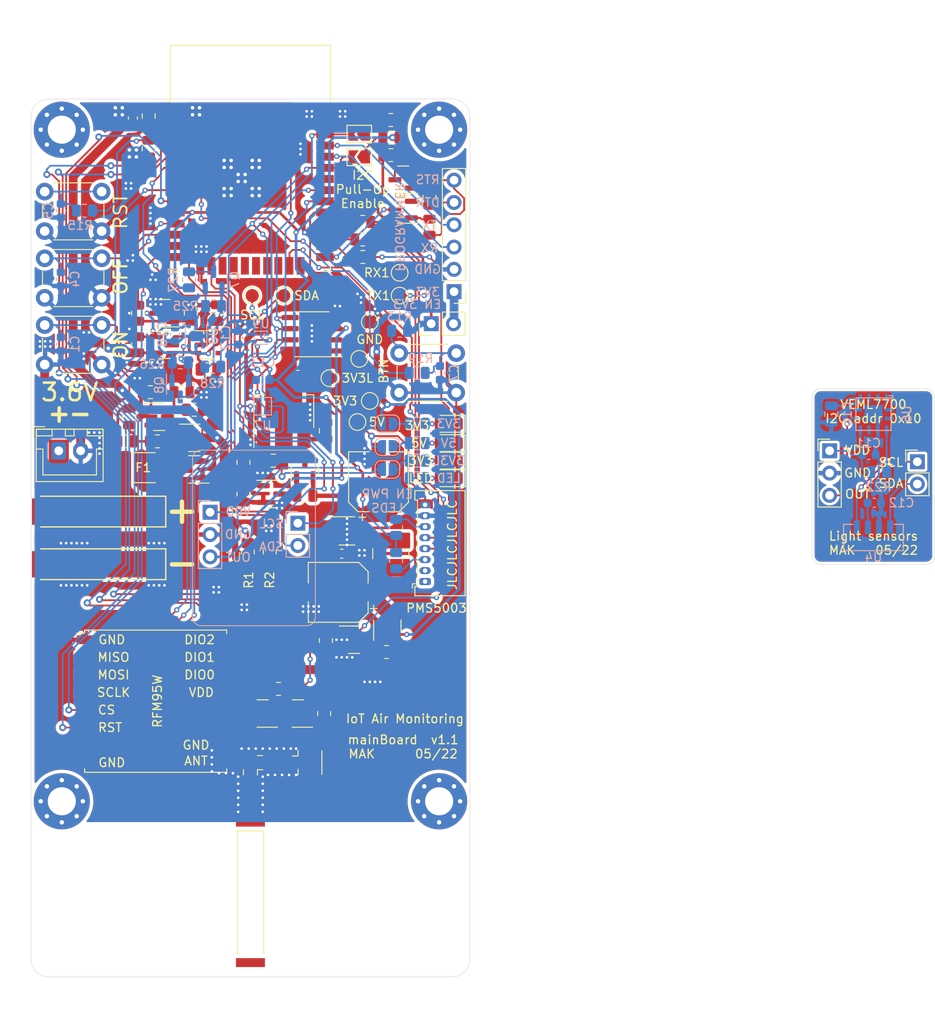
<source format=kicad_pcb>
(kicad_pcb (version 20211014) (generator pcbnew)
  (layers (0 "F.Cu" signal) (31 "B.Cu" signal) (34 "B.Paste" user) (35 "F.Paste" user) (36 "B.SilkS" user "B.Silkscreen") (37 "F.SilkS" user "F.Silkscreen") (38 "B.Mask" user) (39 "F.Mask" user) (44 "Edge.Cuts" user))
  (net 0 "")
  (net 1 "Net-(AE1-Pad1)")
  (net 2 "Net-(BT1-Pad1)")
  (net 3 "GND")
  (net 4 "PWR_ON")
  (net 5 "3V3")
  (net 6 "PWR_OFF")
  (net 7 "Net-(C5-Pad1)")
  (net 8 "EN")
  (net 9 "SWITCH")
  (net 10 "3V3_L")
  (net 11 "Net-(C9-Pad1)")
  (net 12 "SEN_VDD")
  (net 13 "Net-(C14-Pad1)")
  (net 14 "Net-(C16-Pad1)")
  (net 15 "SGP_VDD")
  (net 16 "Net-(C19-Pad1)")
  (net 17 "Net-(C20-Pad1)")
  (net 18 "+5V")
  (net 19 "Net-(D1-Pad2)")
  (net 20 "Net-(D2-Pad2)")
  (net 21 "Net-(D3-Pad2)")
  (net 22 "Net-(D4-Pad2)")
  (net 23 "VDD_IN")
  (net 24 "Net-(J4-Pad1)")
  (net 25 "RX")
  (net 26 "TX")
  (net 27 "DTR")
  (net 28 "RTS")
  (net 31 "/interface/RST")
  (net 32 "RX1")
  (net 33 "TX1")
  (net 34 "/interface/SET")
  (net 35 "Net-(J15-Pad1)")
  (net 36 "Net-(JP1-Pad2)")
  (net 37 "Net-(JP2-Pad2)")
  (net 38 "Net-(JP3-Pad2)")
  (net 39 "SDA")
  (net 40 "Net-(JP5-Pad1)")
  (net 41 "SCL")
  (net 42 "Net-(L1-Pad2)")
  (net 43 "Net-(Q1-Pad1)")
  (net 44 "IO0")
  (net 45 "Net-(Q2-Pad1)")
  (net 46 "Net-(Q3-Pad1)")
  (net 47 "Net-(Q4-Pad1)")
  (net 48 "Net-(Q5-Pad1)")
  (net 49 "+5V_EN")
  (net 50 "Net-(Q10-Pad2)")
  (net 51 "Net-(Q12-Pad1)")
  (net 52 "LDO_EN")
  (net 53 "Net-(Q14-Pad1)")
  (net 54 "Net-(Q14-Pad3)")
  (net 55 "LORA_EN")
  (net 56 "ADC_VIN")
  (net 57 "Net-(R7-Pad2)")
  (net 58 "Net-(R9-Pad2)")
  (net 59 "Net-(R11-Pad2)")
  (net 60 "Net-(R12-Pad2)")
  (net 61 "SGP_EN")
  (net 62 "Net-(R19-Pad2)")
  (net 63 "LED")
  (net 64 "Net-(R22-Pad2)")
  (net 65 "Net-(S1-Pad1)")
  (net 66 "DIO2")
  (net 67 "DIO1")
  (net 68 "LORA_RST")
  (net 69 "DIO0")
  (net 70 "CS_LORA")
  (net 78 "CS")
  (net 79 "SCLK")
  (net 80 "MISO")
  (net 82 "MOSI")
  (net 83 "ADC_0")
  (net 84 "ADC_1")
  (net 89 "Net-(C23-Pad1)")
  (net 90 "Net-(JP4-Pad1)")
  (net 91 "SDA_1V8")
  (net 92 "SCL_1V8")
  (net 93 "/interface/light_sensors/SEN_VDD")
  (net 94 "/interface/light_sensors/GND")
  (net 95 "/interface/light_sensors/ADC_1")
  (net 96 "/interface/light_sensors/SCL")
  (net 97 "/interface/light_sensors/SDA")
  (footprint "Capacitor_SMD:C_0603_1608Metric" (layer "F.Cu") (at 76.6 44.175 90)
    (fp_text reference "C3" hide)
    (fp_text value "100n")
  )
  (footprint "TestPoint:TestPoint_Pad_D1.5mm" (layer "F.Cu") (at 90.2 64.4)
    (fp_text reference "TP2" hide)
    (fp_text value "TP_SCL")
  )
  (footprint "Capacitor_SMD:C_0805_2012Metric" (layer "F.Cu") (at 78.4 47.65 -90)
    (fp_text reference "C6" hide)
    (fp_text value "1u")
  )
  (footprint "MountingHole:MountingHole_3.2mm_M3_Pad_Via" (layer "F.Cu") (at 68.5 45.5)
    (fp_text reference "H4" hide)
    (fp_text value "MountingHole")
  )
  (footprint "Resistor_SMD:R_0805_2012Metric" (layer "F.Cu") (at 93.2 109.2)
    (fp_text reference "R41" hide)
    (fp_text value "100k")
  )
  (footprint "Resistor_SMD:R_0805_2012Metric" (layer "F.Cu") (at 82.2 75.4)
    (fp_text reference "R32" hide)
    (fp_text value "100k")
  )
  (footprint "mainBoard:ANT-868-CHP-T" (layer "F.Cu") (at 90 132.375 -90)
    (fp_text reference "AE1" hide)
    (fp_text value "Antenna")
  )
  (footprint "Capacitor_SMD:CP_Elec_6.3x7.7" (layer "F.Cu") (at 104.6 85.6 90)
    (fp_text reference "C21" hide)
    (fp_text value "47u")
  )
  (footprint "mainBoard:RF_Splitter" (layer "F.Cu") (at 89.997492 117.6)
    (fp_text reference "S1" hide)
    (fp_text value "RF_Splitter")
  )
  (footprint "Resistor_SMD:R_0805_2012Metric" (layer "F.Cu") (at 102.8 58 180)
    (fp_text reference "R11" hide)
    (fp_text value "220")
  )
  (footprint "Resistor_SMD:R_0805_2012Metric_Pad1.20x1.40mm_HandSolder" (layer "F.Cu") (at 92.2 93.6 90)
    (fp_text reference "R2")
    (fp_text value "R")
  )
  (footprint "Capacitor_SMD:C_0805_2012Metric" (layer "F.Cu") (at 98.6 79.8 90)
    (fp_text reference "C14" hide)
    (fp_text value "22u")
  )
  (footprint "Resistor_SMD:R_0805_2012Metric" (layer "F.Cu") (at 102.8 56 180)
    (fp_text reference "R12" hide)
    (fp_text value "220")
  )
  (footprint "Connector_PinHeader_2.54mm:PinHeader_1x02_P2.54mm_Vertical" (layer "F.Cu") (at 110.6 67.6 90)
    (fp_text reference "J6" hide)
    (fp_text value "EN_3V3_PROGRAMMER")
  )
  (footprint "Package_SO:TSOP-5_1.65x3.05mm_P0.95mm" (layer "F.Cu") (at 85.2 70)
    (fp_text reference "U11" hide)
    (fp_text value "NCP115ASN180T2G")
  )
  (footprint "Package_TO_SOT_SMD:SOT-23" (layer "F.Cu") (at 107.4 51.2 180)
    (fp_text reference "Q2" hide)
    (fp_text value "MMBT3904")
  )
  (footprint "LED_SMD:LED_0805_2012Metric_Pad1.15x1.40mm_HandSolder" (layer "F.Cu") (at 112.6 85.2 180)
    (fp_text reference "D4" hide)
    (fp_text value "LED")
  )
  (footprint "TestPoint:TestPoint_Pad_D1.5mm" (layer "F.Cu") (at 102.4 71.6)
    (fp_text reference "TP8" hide)
    (fp_text value "TP_GND")
  )
  (footprint "Capacitor_SMD:C_0603_1608Metric" (layer "F.Cu") (at 100.4 93.8)
    (fp_text reference "C20" hide)
    (fp_text value "100n")
  )
  (footprint "RF_Module:HOPERF_RFM9XW_SMD" (layer "F.Cu") (at 79.2 110.6)
    (fp_text reference "U5" hide)
    (fp_text value "RFM95W-868S2")
  )
  (footprint "Capacitor_SMD:C_0603_1608Metric" (layer "F.Cu") (at 95.4 72.4)
    (fp_text reference "C8" hide)
    (fp_text value "100n")
  )
  (footprint "Resistor_SMD:R_0805_2012Metric_Pad1.20x1.40mm_HandSolder" (layer "F.Cu") (at 89.7 93.6 -90)
    (fp_text reference "R1")
    (fp_text value "R")
  )
  (footprint "Jumper:SolderJumper-2_P1.3mm_Open_TrianglePad1.0x1.5mm" (layer "F.Cu") (at 102.4 46 180)
    (fp_text reference "JP5" hide)
    (fp_text value " ")
  )
  (footprint "Connector_PinHeader_2.54mm:PinHeader_1x02_P2.54mm_Vertical" (layer "F.Cu") (at 166 83.325)
    (fp_text reference "J2" hide)
    (fp_text value "I2C")
  )
  (footprint "Inductor_SMD:L_Coilcraft_LPS4018" (layer "F.Cu") (at 106 93.8 90)
    (fp_text reference "L1" hide)
    (fp_text value "22u")
  )
  (footprint "MountingHole:MountingHole_3.2mm_M3_Pad_Via" (layer "F.Cu") (at 111.5 122)
    (fp_text reference "H2" hide)
    (fp_text value "MountingHole")
  )
  (footprint "Resistor_SMD:R_0805_2012Metric" (layer "F.Cu") (at 98.6 103.6875 -90)
    (fp_text reference "R24" hide)
    (fp_text value "100k")
  )
  (footprint "LED_SMD:LED_0805_2012Metric_Pad1.15x1.40mm_HandSolder" (layer "F.Cu") (at 112.6 81.2 180)
    (fp_text reference "D1" hide)
    (fp_text value "LED")
  )
  (footprint "Capacitor_SMD:C_0805_2012Metric" (layer "F.Cu") (at 92.6 83.2 180)
    (fp_text reference "C15" hide)
    (fp_text value "22u")
  )
  (footprint "Resistor_SMD:R_0805_2012Metric" (layer "F.Cu") (at 106 48.4)
    (fp_text reference "R10" hide)
    (fp_text value "10k")
  )
  (footprint "Button_Switch_THT:SW_PUSH_6mm" (layer "F.Cu") (at 106.95 70.95)
    (fp_text reference "SW4" hide)
    (fp_text value "SW_Push")
  )
  (footprint "mainBoard:2mm_Banana-Socket" (layer "F.Cu") (at 65.1 95 90)
    (fp_text reference "J9" hide)
    (fp_text value "BAT-")
  )
  (footprint "Resistor_SMD:R_0805_2012Metric" (layer "F.Cu") (at 98.4 112 90)
    (fp_text reference "R42" hide)
    (fp_text value "100k")
  )
  (footprint "Package_TO_SOT_SMD:SOT-23-6_Handsoldering" (layer "F.Cu") (at 101 91.2)
    (fp_text reference "U10" hide)
    (fp_text value "AP1603")
  )
  (footprint "Jumper:SolderJumper-2_P1.3mm_Open_TrianglePad1.0x1.5mm" (layer "F.Cu") (at 102.4 48.6 180)
    (fp_text reference "JP4" hide)
    (fp_text value " ")
  )
  (footprint "Connector_PinHeader_2.54mm:PinHeader_1x06_P2.54mm_Vertical" (layer "F.Cu") (at 113.2 63.95 180)
    (fp_text reference "J4" hide)
    (fp_text value "PROGRAMMER")
  )
  (footprint "Package_TO_SOT_SMD:SOT-23" (layer "F.Cu") (at 105.6 102 90)
    (fp_text reference "Q5" hide)
    (fp_text value "AO3401A")
  )
  (footprint "Package_TO_SOT_SMD:SOT-23" (layer "F.Cu") (at 95.4 112 180)
    (fp_text reference "Q15" hide)
    (fp_text value "2N7002")
  )
  (footprint "Package_TO_SOT_SMD:SOT-23" (layer "F.Cu") (at 83.6 80.6)
    (fp_text reference "Q10" hide)
    (fp_text value "AO3401A")
  )
  (footprint "Fuse:Fuse_1812_4532Metric_Pad1.30x3.40mm_HandSolder" (layer "F.Cu") (at 77.775 84)
    (fp_text reference "F1")
    (fp_text value "Polyfuse")
  )
  (footprint "Package_TO_SOT_SMD:SOT-223-3_TabPin2" (layer "F.Cu") (at 93.8 77.6 90)
    (fp_text reference "U3" hide)
    (fp_text value "AMS1117-3.3")
  )
  (footprint "MountingHole:MountingHole_3.2mm_M3_Pad_Via" (layer "F.Cu") (at 68.5 122)
    (fp_text reference "H3" hide)
    (fp_text value "MountingHole")
  )
  (footprint "Resistor_SMD:R_0805_2012Metric" (layer "F.Cu") (at 89.2 83.4 90)
    (fp_text reference "R9" hide)
    (fp_text value "220")
  )
  (footprint "Capacitor_SMD:C_0805_2012Metric" (layer "F.Cu") (at 86.2 66.4 90)
    (fp_text reference "C22" hide)
    (fp_text value "1u")
  )
  (footprint "Package_TO_SOT_SMD:SOT-23" (layer "F.Cu") (at 80.2 66.4 180)
    (fp_text reference "Q4" hide)
    (fp_text value "2N7002")
  )
  (footprint "Package_TO_SOT_SMD:SOT-23" (layer "F.Cu") (at 96.2 84.2 90)
    (fp_text reference "Q12" hide)
    (fp_text value "AO3401A")
  )
  (footprint "Package_TO_SOT_SMD:SOT-23" (layer "F.Cu") (at 101.8 103.6)
    (fp_text reference "Q6" hide)
    (fp_text value "2N7002")
  )
  (footprint "Button_Switch_THT:SW_PUSH_6mm" (layer "F.Cu") (at 66.55 67.75)
    (fp_text reference "SW1" hide)
    (fp_text value "PWR_ON")
  )
  (footprint "kikit:Board" (layer "F.Cu") (at 71 42)
    (fp_text reference "B2")
    (fp_text value "Board")
  )
  (footprint "Button_Switch_THT:SW_PUSH_6mm" (layer "F.Cu") (at 66.55 52.55)
    (fp_text reference "SW3" hide)
    (fp_text value "RESET")
  )
  (footprint "Capacitor_SMD:C_0805_2012Metric" (layer "F.Cu") (at 78.6 75.4 180)
    (fp_text reference "C10" hide)
    (fp_text value "22u")
  )
  (footprint "TestPoint:TestPoint_Pad_D1.5mm" (layer "F.Cu") (at 93.8 64.4)
    (fp_text reference "TP1" hide)
    (fp_text value "TP_SDA")
  )
  (footprint "kikit:Board" (layer "F.Cu") (at 157.4 75)
    (fp_text reference "B1")
    (fp_text value "Board")
  )
  (footprint "Button_Switch_THT:SW_PUSH_6mm" (layer "F.Cu") (at 66.55 60.15)
    (fp_text reference "SW2" hide)
    (fp_text value "PWR_OFF")
  )
  (footprint "Resistor_SMD:R_0805_2012Metric" (layer "F.Cu") (at 75.8 81 180)
    (fp_text reference "R30" hide)
    (fp_text value "100k")
  )
  (footprint "Capacitor_SMD:CP_Elec_6.3x7.7" (layer "F.Cu") (at 100 98.2 180)
    (fp_text reference "C19" hide)
    (fp_text value "47u")
  )
  (footprint "Resistor_SMD:R_0805_2012Metric" (layer "F.Cu") (at 79.4 81)
    (fp_text reference "R29" hide)
    (fp_text value "100k")
  )
  (footprint "mainBoard:2mm_Banana-Socket" (layer "F.Cu") (at 65.1 89 90)
    (fp_text reference "J10" hide)
    (fp_text value "BAT+")
  )
  (footprint "Resistor_SMD:R_0805_2012Metric" (layer "F.Cu") (at 96.2 87.2 180)
    (fp_text reference "R33" hide)
    (fp_text value "100k")
  )
  (footprint "Resistor_SMD:R_0805_2012Metric" (layer "F.Cu") (at 83.6 77.4 180)
    (fp_text reference "R31" hide)
    (fp_text value "10k")
  )
  (footprint "Resistor_SMD:R_0805_2012Metric" (layer "F.Cu") (at 89.2 87 -90)
    (fp_text reference "R36" hide)
    (fp_text value "100k")
  )
  (footprint "TestPoint:TestPoint_Pad_D1.5mm" (layer "F.Cu") (at 103.6 67.4)
    (fp_text reference "TP9" hide)
    (fp_text value "TP_GND")
  )
  (footprint "Capacitor_SMD:C_0805_2012Metric" (layer "F.Cu") (at 85.2 72.8)
    (fp_text reference "C23" hide)
    (fp_text value "1u")
  )
  (footprint "Capacitor_SMD:C_0805_2012Metric" (layer "F.Cu") (at 76.2 78.2 90)
    (fp_text reference "C9" hide)
    (fp_text value "22u")
  )
  (footprint "Connector_PinHeader_2.54mm:PinHeader_1x03_P2.54mm_Vertical" (layer "F.Cu") (at 156 82.075)
    (fp_text reference "J1" hide)
    (fp_text value "PWR_LIGHT")
  )
  (footprint "RF_Module:ESP32-WROOM-32" (layer "F.Cu") (at 90 51.75)
    (fp_text reference "U1" hide)
    (fp_text value "ESP32-WROOM-32")
  )
  (footprint "Package_TO_SOT_SMD:SOT-23" (layer "F.Cu") (at 79.6 78.2)
    (fp_text reference "Q11" hide)
    (fp_text value "2N7002")
  )
  (footprint "Resistor_SMD:R_0805_2012Metric" (layer "F.Cu") (at 106 44.4)
    (fp_text reference "R16" hide)
    (fp_text value "3k3")
  )
  (footprint "Package_TO_SOT_SMD:SOT-23" (layer "F.Cu") (at 92.4 87)
    (fp_text reference "Q13" hide)
    (fp_text value "2N7002")
  )
  (footprint "Resistor_SMD:R_0805_2012Metric" (layer "F.Cu") (at 105.5125 105 180)
    (fp_text reference "R23" hide)
    (fp_text value "100k")
  )
  (footprint "Resistor_SMD:R_0805_2012Metric" (layer "F.Cu") (at 102.8 60 180)
    (fp_text reference "R7" hide)
    (fp_text value "220")
  )
  (footprint "Package_TO_SOT_SMD:SOT-23" (layer "F.Cu") (at 91.4 112 180)
    (fp_text reference "Q14" hide)
    (fp_text value "AO3401A")
  )
  (footprint "Package_TO_SOT_SMD:SOT-23" (layer "F.Cu") (at 83.6 84.2 180)
    (fp_text reference "Q9" hide)
    (fp_text value "AO3401A")
  )
  (footprint "Connector_Molex:Molex_PicoBlade_53048-0810_1x08_P1.25mm_Horizontal" (layer "F.Cu") (at 109.9 96.975 90)
    (fp_text reference "J8" hide)
    (fp_text value "PMS5003")
  )
  (footprint "Resistor_SMD:R_0805_2012Metric" (layer "F.Cu") (at 106 46.4 180)
    (fp_text reference "R14" hide)
    (fp_text value "3k3")
  )
  (footprint "LED_SMD:LED_0805_2012Metric_Pad1.15x1.40mm_HandSolder" (layer "F.Cu") (at 112.6 79 180)
    (fp_text reference "D2" hide)
    (fp_text value "LED")
  )
  (footprint "TestPoint:TestPoint_Pad_D1.5mm" (layer "F.Cu") (at 103.6 76.4)
    (fp_text reference "TP6" hide)
    (fp_text value "TP_3V3")
  )
  (footprint "Package_TO_SOT_SMD:SOT-23" (layer "F.Cu") (at 107.4 54.6 180)
    (fp_text reference "Q1" hide)
    (fp_text value "MMBT3904")
  )
  (footprint "Resistor_SMD:R_0805_2012Metric" (layer "F.Cu") (at 77.2 66.4 -90)
    (fp_text reference "R18" hide)
    (fp_text value "220")
  )
  (footprint "Resistor_SMD:R_0805_2012Metric" (layer "F.Cu") (at 83.2 66.4 90)
    (fp_text reference "R20" hide)
    (fp_text value "100k")
  )
  (footprint "Connector_JST:JST_XH_B2B-XH-A_1x02_P2.50mm_Vertical" (layer "F.Cu") (at 68.15 82.075)
    (fp_text reference "BT1" hide)
    (fp_text value "18650 holder")
  )
  (footprint "TestPoint:TestPoint_Pad_D1.5mm" (layer "F.Cu") (at 102.2 78.8)
    (fp_text reference "TP5" hide)
    (fp_text value "TP_+5V")
  )
  (footprint "Resistor_SMD:R_0805_2012Metric" (layer "F.Cu") (at 77.2 70 90)
    (fp_text reference "R17" hide)
    (fp_text value "100k")
  )
  (footprint "TestPoint:TestPoint_Pad_D1.5mm" (layer "F.Cu") (at 107 64.4)
    (fp_text reference "TP4" hide)
    (fp_text value "TP_TX1")
  )
  (footprint "Package_SO:SOIC-8_3.9x4.9mm_P1.27mm" (layer "F.Cu") (at 97 68.8 180)
    (fp_text reference "U2" hide)
    (fp_text value "MCP3202-BI/SN")
  )
  (footprint "LED_SMD:LED_0805_2012Metric_Pad1.15x1.40mm_HandSolder" (layer "F.Cu") (at 112.6 83.2 180)
    (fp_text reference "D3" hide)
    (fp_text value "LED")
  )
  (footprint "Capacitor_SMD:C_0805_2012Metric" (layer "F.Cu") (at 78.4 43.95 90)
    (fp_text reference "C2" hide)
    (fp_text value "22u")
  )
  (footprint "Resistor_SMD:R_0805_2012Metric" (layer "F.Cu") (at 110.4 56.6 -90)
    (fp_text reference "R6" hide)
    (fp_text value "10k")
  )
  (footprint "TestPoint:TestPoint_Pad_D1.5mm" (layer "F.Cu") (at 107 61.8)
    (fp_text reference "TP3" hide)
    (fp_text value "TP_RX1")
  )
  (footprint "Package_TO_SOT_SMD:SOT-23" (layer "F.Cu") (at 80.2 70)
    (fp_text reference "Q3" hide)
    (fp_text value "AO3401A")
  )
  (footprint "MountingHole:MountingHole_3.2mm_M3_Pad_Via" (layer "F.Cu") (at 111.5 45.5)
    (fp_text reference "H1" hide)
    (fp_text value "MountingHole")
  )
  (footprint "TestPoint:TestPoint_Pad_D1.5mm" (layer "F.Cu") (at 99 73.8)
    (fp_text reference "TP7" hide)
    (fp_text value "TP_3V3_L")
  )
  (footprint "Connector_Coaxial:U.FL_Hirose_U.FL-R-SMT-1_Vertical" (layer "F.Cu") (at 96.304303 117.6)
    (fp_text reference "J15" hide)
    (fp_text value "U.FL")
  )
  (footprint "Resistor_SMD:R_0805_2012Metric" (layer "F.Cu") (at 110.4 53.2 -90)
    (fp_text reference "R8" hide)
    (fp_text value "10k")
  )
  (footprint "Package_TO_SOT_SMD:SOT-23" (layer "B.Cu") (at 82 75 -90)
    (fp_text reference "Q8")
    (fp_text value "2N7002")
  )
  (footprint "Resistor_SMD:R_0805_2012Metric" (layer "B.Cu") (at 85.8 65.6 180)
    (fp_text reference "R25")
    (fp_text value "100k")
  )
  (footprint "Connector_PinSocket_2.54mm:PinSocket_1x03_P2.54mm_Vertical" (layer "B.Cu") (at 85.4 89.075 180)
    (fp_text reference "J3" hide)
    (fp_text value "PWR_LIGHT")
  )
  (footprint "Capacitor_SMD:C_0603_1608Metric" (layer "B.Cu") (at 111.6 73.2 -90)
    (fp_text reference "C7")
    (fp_text value "100n")
  )
  (footprint "Resistor_SMD:R_0805_2012Metric" (layer "B.Cu") (at 109 79)
    (fp_text reference "R4" hide)
    (fp_text value "1k")
  )
  (footprint "mainBoard:SHT40" (layer "B.Cu") (at 91.2 69.2 180)
    (fp_text reference "U9")
    (fp_text value "SHT40")
  )
  (footprint "Capacitor_SMD:C_0603_1608Metric" (layer "B.Cu") (at 161.1 88)
    (fp_text reference "C12")
    (fp_text value "100n")
  )
  (footprint "Capacitor_SMD:C_0603_1608Metric" (layer "B.Cu") (at 160.469404 82.55)
    (fp_text reference "C11")
    (fp_text value "100n")
  )
  (footprint "Resistor_SMD:R_0805_2012Metric" (layer "B.Cu") (at 109 85.2)
    (fp_text reference "R21" hide)
    (fp_text value "R")
  )
  (footprint "Capacitor_SMD:C_0603_1608Metric" (layer "B.Cu") (at 68.4 62.525 -90)
    (fp_text reference "C4")
    (fp_text value "100n")
  )
  (footprint "Capacitor_SMD:C_0603_1608Metric" (layer "B.Cu") (at 88.6 69.2 90)
    (fp_text reference "C17")
    (fp_text value "100n")
  )
  (footprint "Resistor_SMD:R_0805_2012Metric" (layer "B.Cu") (at 109 81.2)
    (fp_text reference "R3" hide)
    (fp_text value "1k")
  )
  (footprint "Capacitor_SMD:C_0603_1608Metric" (layer "B.Cu") (at 91.4 74 180)
    (fp_text reference "C13")
    (fp_text value "100n")
  )
  (footprint "Jumper:SolderJumper-2_P1.3mm_Open_RoundedPad1.0x1.5mm" (layer "B.Cu") (at 105.6 81.6)
    (fp_text reference "JP1" hide)
    (fp_text value "EN")
  )
  (footprint "Resistor_SMD:R_0805_2012Metric" (layer "B.Cu") (at 161.6 84.5)
    (fp_text reference "R22")
    (fp_text value "100k")
  )
  (footprint "Capacitor_SMD:C_0603_1608Metric" (layer "B.Cu") (at 81.4 68.8 -90)
    (fp_text reference "C18")
    (fp_text value "100n")
  )
  (footprint "mainBoard:SGP30" (layer "B.Cu") (at 83.8 69 -90)
    (fp_text reference "U8")
    (fp_text value "SGP30")
  )
  (footprint "Capacitor_SMD:C_0805_2012Metric" (layer "B.Cu") (at 156.2 77.9 -90)
    (fp_text reference "C16")
    (fp_text value "1n")
  )
  (footprint "mainBoard:ML8511" (layer "B.Cu") (at 161 77.9)
    (fp_text reference "U6")
    (fp_text value "ML8511")
  )
  (footprint "Resistor_SMD:R_0805_2012Metric" (layer "B.Cu") (at 106.6 90.8 90)
    (fp_text reference "R40" hide)
    (fp_text value "100k")
  )
  (footprint "Resistor_SMD:R_0805_2012Metric" (layer "B.Cu") (at 82 72)
    (fp_text reference "R26")
    (fp_text value "100k")
  )
  (footprint "mainBoard:VEML7700" (layer "B.Cu") (at 161 92.4)
    (fp_text reference "U4")
    (fp_text value "VEML7700")
  )
  (footprint "Capacitor_SMD:C_0603_1608Metric" (layer "B.Cu") (at 68.4 69.925 -90)
    (fp_text reference "C1")
    (fp_text value "100n")
  )
  (footprint "Resistor_SMD:R_0805_2012Metric" (layer "B.Cu") (at 109 73.2 180)
    (fp_text reference "R19")
    (fp_text value "220")
  )
  (footprint "Jumper:SolderJumper-2_P1.3mm_Open_RoundedPad1.0x1.5mm" (layer "B.Cu") (at 105.6 79)
    (fp_text reference "JP2" hide)
    (fp_text value "EN")
  )
  (footprint "Package_TO_SOT_SMD:SOT-23" (layer "B.Cu") (at 85.8 62.6 90)
    (fp_text reference "Q7")
    (fp_text value "2N7002")
  )
  (footprint "Resistor_SMD:R_0805_2012Metric" (layer "B.Cu") (at 71.0875 54.725)
    (fp_text reference "R15")
    (fp_text value "330")
  )
  (footprint "Resistor_SMD:R_0805_2012Metric" (layer "B.Cu") (at 83 62.6 90)
    (fp_text reference "R27")
    (fp_text value "100k")
  )
  (footprint "Capacitor_SMD:C_0603_1608Metric" (layer "B.Cu") (at 68.4 54.725 -90)
    (fp_text reference "C5")
    (fp_text value "100n")
  )
  (footprint "Resistor_SMD:R_0805_2012Metric" (layer "B.Cu") (at 107 68.4 180)
    (fp_text reference "R13")
    (fp_text value "100k")
  )
  (footprint "Connector_PinSocket_2.54mm:PinSocket_1x02_P2.54mm_Vertical" (layer "B.Cu") (at 95.4 90.325 180)
    (fp_text reference "J5" hide)
    (fp_text value "I2C")
  )
  (footprint "Jumper:SolderJumper-2_P1.3mm_Open_RoundedPad1.0x1.5mm" (layer "B.Cu") (at 105.6 84.2)
    (fp_text reference "JP3" hide)
    (fp_text value "EN")
  )
  (footprint "Resistor_SMD:R_0805_2012Metric" (layer "B.Cu") (at 85.7 72.5 180)
    (fp_text reference "R28")
    (fp_text value "100k")
  )
  (footprint "Resistor_SMD:R_0805_2012Metric" (layer "B.Cu") (at 109 83.2)
    (fp_text reference "R5" hide)
    (fp_text value "1k")
  )
  (footprint "mainBoard:BMP388" (layer "B.Cu") (at 91.4 77 180)
    (fp_text reference "U7")
    (fp_text value "BMP388")
  )
  (footprint "Resistor_SMD:R_0805_2012Metric" (layer "B.Cu") (at 106.6 94.6 -90)
    (fp_text reference "R39" hide)
    (fp_text value "100k")
  )
  (gr_arc (start 96.400001 82.000001) (mid 97.107108 82.292894) (end 97.400001 83.000001) (layer "B.SilkS") (width 0.1))
  (gr_line (start 96.400001 82.000001) (end 84.400001 82.000001) (layer "B.SilkS") (width 0.1))
  (gr_line (start 84.400001 102.000001) (end 96.400001 102.000001) (layer "B.SilkS") (width 0.1))
  (gr_line (start 97.400001 101.000001) (end 97.400001 83.000001) (layer "B.SilkS") (width 0.1))
  (gr_arc (start 97.400001 101.000001) (mid 97.107108 101.707108) (end 96.400001 102.000001) (layer "B.SilkS") (width 0.1))
  (gr_arc (start 83.400001 83.000001) (mid 83.692894 82.292894) (end 84.400001 82.000001) (layer "B.SilkS") (width 0.1))
  (gr_arc (start 84.400001 102.000001) (mid 83.692894 101.707108) (end 83.400001 101.000001) (layer "B.SilkS") (width 0.1))
  (gr_line (start 83.400001 83.000001) (end 83.400001 101.000001) (layer "B.SilkS") (width 0.1))
  (gr_line (start 115 44) (end 115 140) (layer "Edge.Cuts") (width 0.05))
  (gr_line (start 167 75) (end 155 75) (layer "Edge.Cuts") (width 0.05))
  (gr_arc (start 113 42) (mid 114.414214 42.585786) (end 115 44) (layer "Edge.Cuts") (width 0.05))
  (gr_line (start 154 76) (end 154 94) (layer "Edge.Cuts") (width 0.05))
  (gr_arc (start 155 95) (mid 154.292893 94.707107) (end 154 94) (layer "Edge.Cuts") (width 0.05))
  (gr_arc (start 168 94) (mid 167.707107 94.707107) (end 167 95) (layer "Edge.Cuts") (width 0.05))
  (gr_line (start 65 140) (end 65 44) (layer "Edge.Cuts") (width 0.05))
  (gr_arc (start 167 75) (mid 167.707107 75.292893) (end 168 76) (layer "Edge.Cuts") (width 0.05))
  (gr_line (start 155 95) (end 167 95) (layer "Edge.Cuts") (width 0.05))
  (gr_arc (start 115 140) (mid 114.414214 141.414214) (end 113 142) (layer "Edge.Cuts") (width 0.05))
  (gr_arc (start 67 142) (mid 65.585786 141.414214) (end 65 140) (layer "Edge.Cuts") (width 0.05))
  (gr_line (start 113 142) (end 67 142) (layer "Edge.Cuts") (width 0.05))
  (gr_line (start 168 94) (end 168 76) (layer "Edge.Cuts") (width 0.05))
  (gr_line (start 67 42) (end 113 42) (layer "Edge.Cuts") (width 0.05))
  (gr_arc (start 65 44) (mid 65.585786 42.585786) (end 67 42) (layer "Edge.Cuts") (width 0.05))
  (gr_arc (start 154 76) (mid 154.292893 75.292893) (end 155 75) (layer "Edge.Cuts") (width 0.05))
  (gr_text "3V3" (at 110.2 64) (layer "B.SilkS") (effects (font (size 1 1)) (justify mirror)))
  (gr_text "GND" (at 88.6 91.6) (layer "B.SilkS") (effects (font (size 1 1)) (justify mirror)))
  (gr_text "EN 3V3" (at 109 65.4) (layer "B.SilkS") (effects (font (size 1 1)) (justify mirror)))
  (gr_text "SDA" (at 92.4 93) (layer "B.SilkS") (effects (font (size 1 1)) (justify mirror)))
  (gr_text "LED" (at 112.6 85.2) (layer "B.SilkS") (effects (font (size 1 1)) (justify mirror)))
  (gr_text "3V3L" (at 112.6 83.2) (layer "B.SilkS") (effects (font (size 1 1)) (justify mirror)))
  (gr_text "RTS" (at 110.2 51.2) (layer "B.SilkS") (effects (font (size 1 1)) (justify mirror)))
  (gr_text "GND" (at 110.2 61.4) (layer "B.SilkS") (effects (font (size 1 1)) (justify mirror)))
  (gr_text "PROGRAMMER" (at 107 56.6 270) (layer "B.SilkS") (effects (font (size 1 1)) (justify mirror)))
  (gr_text "3V3" (at 112.6 79) (layer "B.SilkS") (effects (font (size 1 1)) (justify mirror)))
  (gr_text "DTR" (at 110.2 53.8) (layer "B.SilkS") (effects (font (size 1 1)) (justify mirror)))
  (gr_text "TX" (at 110.4 56.4) (layer "B.SilkS") (effects (font (size 1 1)) (justify mirror)))
  (gr_text "5V" (at 112.6 81.2) (layer "B.SilkS") (effects (font (size 1 1)) (justify mirror)))
  (gr_text "SCL" (at 92.4 90.4) (layer "B.SilkS") (effects (font (size 1 1)) (justify mirror)))
  (gr_text "VDD" (at 88.6 89) (layer "B.SilkS") (effects (font (size 1 1)) (justify mirror)))
  (gr_text "RX" (at 110.4 59) (layer "B.SilkS") (effects (font (size 1 1)) (justify mirror)))
  (gr_text "OUT" (at 88.6 94.2) (layer "B.SilkS") (effects (font (size 1 1)) (justify mirror)))
  (gr_text "EN PWR\nLEDS" (at 105.6 87.8) (layer "B.SilkS") (effects (font (size 1 1)) (justify mirror)))
  (gr_text "SDA" (at 163 85.8) (layer "F.SilkS") (effects (font (size 1 1))))
  (gr_text "3V3L" (at 102.2 73.8) (layer "F.SilkS") (effects (font (size 1 1))))
  (gr_text "VEML7700\nI2C addr 0x10" (at 161 77.6) (layer "F.SilkS") (effects (font (size 1 1))))
  (gr_text "PMS5003" (at 111.2 100) (layer "F.SilkS") (effects (font (size 1 1))))
  (gr_text "+" (at 82.2 88.8) (layer "F.SilkS") (effects (font (size 3 3) (thickness 0.5))))
  (gr_text "SCLK" (at 74.4 109.6) (layer "F.SilkS") (effects (font (size 1 1))))
  (gr_text "LED" (at 109.4 85.2) (layer "F.SilkS") (effects (font (size 1 1))))
  (gr_text "5V" (at 104.4 78.8) (layer "F.SilkS") (effects (font (size 1 1))))
  (gr_text "SCL" (at 90.2 66.6) (layer "F.SilkS") (effects (font (size 1 1))))
  (gr_text "ANT" (at 83.8 117.4) (layer "F.SilkS") (effects (font (size 1 1))))
  (gr_text "JLCJLCJLCJLC" (at 113 92.8 90) (layer "F.SilkS") (effects (font (size 1 1))))
  (gr_text "BTN" (at 105.2 73 90) (layer "F.SilkS") (effects (font (size 1 1))))
  (gr_text "MOSI" (at 74.4 107.6) (layer "F.SilkS") (effects (font (size 1 1))))
  (gr_text "VDD" (at 159.2 82) (layer "F.SilkS") (effects (font (size 1 1))))
  (gr_text "DIO1" (at 84.2 105.6) (layer "F.SilkS") (effects (font (size 1 1))))
  (gr_text "5V" (at 109.2 81.2) (layer "F.SilkS") (effects (font (size 1 1))))
  (gr_text "GND" (at 103.6 69.4) (layer "F.SilkS") (effects (font (size 1 1))))
  (gr_text "+" (at 68.2 77.8) (layer "F.SilkS") (effects (font (size 2 2) (thickness 0.4))))
  (gr_text "GND" (at 83.8 115.6) (layer "F.SilkS") (effects (font (size 1 1))))
  (gr_text "OUT" (at 159.2 87) (layer "F.SilkS") (effects (font (size 1 1))))
  (gr_text "Light sensors\nMAK   05/22" (at 161 92.6) (layer "F.SilkS") (effects (font (size 1 1))))
  (gr_text "-" (at 70.6 77.8) (layer "F.SilkS") (effects (font (size 2 2) (thickness 0.4))))
  (gr_text "RST" (at 74 113.6) (layer "F.SilkS") (effects (font (size 1 1))))
  (gr_text "MISO" (at 74.4 105.6) (layer "F.SilkS") (effects (font (size 1 1))))
  (gr_text "mainBoard  v1.1\nMAK      05/22" (at 107.4 115.8) (layer "F.SilkS") (effects (font (size 1 1))))
  (gr_text "SDA" (at 96.4 64.4) (layer "F.SilkS") (effects (font (size 1 1))))
  (gr_text "DIO0" (at 84.2 107.6) (layer "F.SilkS") (effects (font (size 1 1))))
  (gr_text "3.6V" (at 69.4 75.4) (layer "F.SilkS") (effects (font (size 2 2) (thickness 0.3))))
  (gr_text "I2C\nPull-Up\nEnable" (at 102.8 52.3) (layer "F.SilkS") (effects (font (size 1 1))))
  (gr_text "3V3" (at 109.4 83.2) (layer "F.SilkS") (effects (font (size 1 1))))
  (gr_text "CS" (at 73.6 111.6) (layer "F.SilkS") (effects (font (size 1 1))))
  (gr_text "3V3" (at 100.8 76.4) (layer "F.SilkS") (effects (font (size 1 1))))
  (gr_text "TX1" (at 104.6 64.4) (layer "F.SilkS") (effects (font (size 1 1))))
  (gr_text "-" (at 82.2 94.8) (layer "F.SilkS") (effects (font (size 3 3) (thickness 0.5))))
  (gr_text "RST" (at 75.2 54.8 90) (layer "F.SilkS") (effects (font (size 1.5 1.5) (thickness 0.2))))
  (gr_text "GND" (at 74.2 117.6) (layer "F.SilkS") (effects (font (size 1 1))))
  (gr_text "SCL" (at 163 83.4) (layer "F.SilkS") (effects (font (size 1 1))))
  (gr_text "ON" (at 75.2 70 90) (layer "F.SilkS") (effects (font (size 1.5 1.5) (thickness 0.25))))
  (gr_text "VDD" (at 84.4 109.6) (layer "F.SilkS") (effects (font (size 1 1))))
  (gr_text "3V3" (at 109 79.2) (layer "F.SilkS") (effects (font (size 1 1))))
  (gr_text "IoT Air Monitoring" (at 107.6 112.6) (layer "F.SilkS") (effects (font (size 1 1))))
  (gr_text "RFM95W" (at 79.4 110.6 90) (layer "F.SilkS") (effects (font (size 1 1))))
  (gr_text "GND" (at 74.2 103.6) (layer "F.SilkS") (effects (font (size 1 1))))
  (gr_text "DIO2" (at 84.2 103.6) (layer "F.SilkS") (effects (font (size 1 1))))
  (gr_text "GND" (at 159.2 84.6) (layer "F.SilkS") (effects (font (size 1 1))))
  (gr_text "OFF" (at 75.2 62.2 90) (layer "F.SilkS") (effects (font (size 1.5 1.5) (thickness 0.25))))
  (gr_text "RX1" (at 104.4 61.8) (layer "F.SilkS") (effects (font (size 1 1))))
  (segment (start 89.997492 123.847095) (end 90 123.847095) (width 1.05577) (layer "F.Cu") (net 1))
  (segment (start 89.997492 123.844587) (end 90 123.847095) (width 1.05577) (layer "F.Cu") (net 1))
  (segment (start 89.997492 119.675) (end 89.997492 123.844587) (width 1.05577) (layer "F.Cu") (net 1))
  (segment (start 66.55 74.35) (end 70.65 78.45) (width 1) (layer "F.Cu") (net 3))
  (segment (start 77.52548 77.72548) (end 77.9 78.1) (width 0.4) (layer "F.Cu") (net 3))
  (segment (start 97 69) (end 97 68.4) (width 0.2) (layer "F.Cu") (net 3))
  (segment (start 101 90.4) (end 101 91) (width 0.5) (layer "F.Cu") (net 3))
  (segment (start 101 93.1) (end 101.175 93.275) (width 0.5) (layer "F.Cu") (net 3))
  (segment (start 99.65 91.2) (end 100.8 91.2) (width 0.5) (layer "F.Cu") (net 3))
  (segment (start 91.425 87.9125) (end 91.4625 87.95) (width 0.3) (layer "F.Cu") (net 3))
  (segment (start 78.6625 78.4625) (end 78.3 78.1) (width 0.4) (layer "F.Cu") (net 3))
  (segment (start 98.6 104.6) (end 99.6 104.6) (width 0.5) (layer "F.Cu") (net 3))
  (segment (start 97 72.2) (end 97 69.6) (width 0.2) (layer "F.Cu") (net 3))
  (segment (start 76.6 43.4) (end 77 43.4) (width 0.5) (layer "F.Cu") (net 3))
  (segment (start 99.65 104.55) (end 99.6 104.6) (width 0.5) (layer "F.Cu") (net 3))
  (segment (start 102 93.8) (end 102.4 93.4) (width 0.5) (layer "F.Cu") (net 3))
  (segment (start 100.8 91.2) (end 101 91) (width 0.5) (layer "F.Cu") (net 3))
  (segment (start 100.8625 104.55) (end 99.65 104.55) (width 0.5) (layer "F.Cu") (net 3))
  (segment (start 97 67.8) (end 97.905 66.895) (width 0.2) (layer "F.Cu") (net 3))
  (segment (start 77 43.4) (end 77.4 43) (width 0.5) (layer "F.Cu") (net 3))
  (segment (start 99.65 90.25) (end 99.65 91.2) (width 0.5) (layer "F.Cu") (net 3))
  (segment (start 70.65 78.45) (end 70.65 82.075) (width 1) (layer "F.Cu") (net 3))
  (segment (start 66.55 72.25) (end 66.55 74.35) (width 1) (layer "F.Cu") (net 3))
  (segment (start 103 94) (end 103 93.4) (width 0.5) (layer "F.Cu") (net 3))
  (segment (start 83.1625 65.45) (end 83.2 65.4875) (width 0.3) (layer "F.Cu") (net 3))
  (segment (start 81.1375 65.45) (end 82.95 65.45) (width 0.3) (layer "F.Cu") (net 3))
  (segment (start 96.175 72.4) (end 96.8 72.4) (width 0.2) (layer "F.Cu") (net 3))
  (segment (start 99.65 90.25) (end 100.85 90.25) (width 0.5) (layer "F.Cu") (net 3))
  (segment (start 113.625 79) (end 113.625 81.2) (width 0.2) (layer "F.Cu") (net 3))
  (segment (start 113.625 77.425) (end 113.625 79) (width 0.2) (layer "F.Cu") (net 3))
  (segment (start 102.4 93.4) (end 103 93.4) (width 0.5) (layer "F.Cu") (net 3))
  (segment (start 97 69.6) (end 97 69) (width 0.2) (layer "F.Cu") (net 3))
  (segment (start 101 89.8) (end 101 90.4) (width 0.5) (layer "F.Cu") (net 3))
  (segment (start 80.095 43.495) (end 81.5 43.495) (width 0.5) (layer "F.Cu") (net 3))
  (segment (start 113.625 83.2) (end 113.625 85.2) (width 0.2) (layer "F.Cu") (net 3))
  (segment (start 89.2 87.9125) (end 91.425 87.9125) (width 0.3) (layer "F.Cu") (net 3))
  (segment (start 113.45 77.25) (end 113.625 77.425) (width 0.2) (layer "F.Cu") (net 3))
  (segment (start 78.6625 79.15) (end 78.6625 78.4625) (width 0.4) (layer "F.Cu") (net 3))
  (segment (start 101 92.2) (end 101 92.8) (width 0.5) (layer "F.Cu") (net 3))
  (segment (start 79.6 43) (end 80.095 43.495) (width 0.5) (layer "F.Cu") (net 3))
  (segment (start 103 94) (end 102.4 94) (width 0.5) (layer "F.Cu") (net 3))
  (segment (start 97.905 66.895) (end 99.475 66.895) (width 0.2) (layer "F.Cu") (net 3))
  (segment (start 101.175 93.8) (end 102 93.8) (width 0.5) (layer "F.Cu") (net 3))
  (segment (start 100.85 90.25) (end 101 90.4) (width 0.5) (layer "F.Cu") (net 3))
  (segment (start 77.4 43) (end 78.4 43) (width 0.5) (layer "F.Cu") (net 3))
  (segment (start 113.45 75.45) (end 113.45 77.25) (width 0.2) (layer "F.Cu") (net 3))
  (segment (start 82.95 65.45) (end 83.1625 65.45) (width 0.3) (layer "F.Cu") (net 3))
  (segment (start 77.65 75.4) (end 77.52548 75.52452) (width 0.4) (layer "F.Cu") (net 3))
  (segment (start 77.52548 75.52452) (end 77.52548 77.72548) (width 0.4) (layer "F.Cu") (net 3))
  (segment (start 78.4 43) (end 79.6 43) (width 0.5) (layer "F.Cu") (net 3))
  (segment (start 101 91) (end 101 91.6) (width 0.5) (layer "F.Cu") (net 3))
  (segment (start 102.4 93.4) (end 102.4 94) (width 0.5) (layer "F.Cu") (net 3))
  (segment (start 97 68.4) (end 97 67.8) (width 0.2) (layer "F.Cu") (net 3))
  (segment (start 101 92.8) (end 101 93.1) (width 0.5) (layer "F.Cu") (net 3))
  (segment (start 101 91.6) (end 101 92.2) (width 0.5) (layer "F.Cu") (net 3))
  (segment (start 96.8 72.4) (end 97 72.2) (width 0.2) (layer "F.Cu") (net 3))
  (segment (start 78.3 78.1) (end 77.9 78.1) (width 0.4) (layer "F.Cu") (net 3))
  (segment (start 101.175 93.275) (end 101.175 93.8) (width 0.5) (layer "F.Cu") (net 3))
  (segment (start 113.625 81.2) (end 113.625 83.2) (width 0.2) (layer "F.Cu") (net 3))
  (via (at 90.2 49) (size 0.8) (drill 0.4) (layers "F.Cu" "B.Cu") (net 3))
  (via (at 71.6 68.6) (size 0.6) (drill 0.3) (layers "F.Cu" "B.Cu") (net 3))
  (via (at 88.6 119.2) (size 0.6) (drill 0.3) (layers "F.Cu" "B.Cu") (net 3))
  (via (at 71 71.6) (size 0.6) (drill 0.3) (layers "F.Cu" "B.Cu") (net 3))
  (via (at 70.2 92.6) (size 0.6) (drill 0.3) (layers "F.Cu" "B.Cu") (net 3))
  (via (at 74.6 43) (size 0.8) (drill 0.4) (layers "F.Cu" "B.Cu") (net 3))
  (via (at 67.2 70.2) (size 0.6) (drill 0.3) (layers "F.Cu" "B.Cu") (net 3))
  (via (at 72.8 81.2) (size 0.6) (drill 0.3) (layers "F.Cu" "B.Cu") (net 3))
  (via (at 84.4 75.4) (size 0.6) (drill 0.3) (layers "F.Cu" "B.Cu") (net 3))
  (via (at 70.8 92.6) (size 0.6) (drill 0.3) (layers "F.Cu" "B.Cu") (net 3))
  (via (at 69.6 97.4) (size 0.6) (drill 0.3) (layers "F.Cu" "B.Cu") (net 3))
  (via (at 103 93.4) (size 0.6) (drill 0.3) (layers "F.Cu" "B.Cu") (net 3))
  (via (at 96.4 43.4) (size 0.6) (drill 0.3) (layers "F.Cu" "B.Cu") (net 3))
  (via (at 104.2 108.4) (size 0.6) (drill 0.3) (layers "F.Cu" "B.Cu") (net 3))
  (via (at 87 49.8) (size 0.8) (drill 0.4) (layers "F.Cu" "B.Cu") (net 3))
  (via (at 88.6 51.4) (size 0.8) (drill 0.4) (layers "F.Cu" "B.Cu") (net 3))
  (via (at 74.6 43.8) (size 0.8) (drill 0.4) (layers "F.Cu" "B.Cu") (net 3))
  (via (at 91.8 91.2) (size 0.6) (drill 0.3) (layers "F.Cu" "B.Cu") (net 3))
  (via (at 94.6 116) (size 0.6) (drill 0.3) (layers "F.Cu" "B.Cu") (net 3))
  (via (at 101 91.6) (size 0.6) (drill 0.3) (layers "F.Cu" "B.Cu") (net 3))
  (via (at 68.4 97.4) (size 0.6) (drill 0.3) (layers "F.Cu" "B.Cu") (net 3))
  (via (at 79.8 65.4) (size 0.6) (drill 0.3) (layers "F.Cu" "B.Cu") (net 3))
  (via (at 79 97.4) (size 0.6) (drill 0.3) (layers "F.Cu" "B.Cu") (net 3))
  (via (at 88.8 67.6) (size 0.6) (drill 0.3) (layers "F.Cu" "B.Cu") (net 3))
  (via (at 85.8 97.6) (size 0.6) (drill 0.3) (layers "F.Cu" "B.Cu") (net 3))
  (via (at 99.8 105.6) (size 0.6) (drill 0.3) (layers "F.Cu" "B.Cu") (net 3))
  (via (at 92.8 119) (size 0.6) (drill 0.3) (layers "F.Cu" "B.Cu") (net 3))
  (via (at 76.2 68.2) (size 0.6) (drill 0.3) (layers "F.Cu" "B.Cu") (net 3))
  (via (at 97 69.6) (size 0.6) (drill 0.3) (layers "F.Cu" "B.Cu") (net 3))
  (via (at 91.4 120.8) (size 0.6) (drill 0.3) (layers "F.Cu" "B.Cu") (net 3))
  (via (at 97.2 99.8) (size 0.6) (drill 0.3) (layers "F.Cu" "B.Cu") (net 3))
  (via (at 75.8 51.6) (size 0.6) (drill 0.3) (layers "F.Cu" "B.Cu") (net 3))
  (via (at 90 81.4) (size 0.6) (drill 0.3) (layers "F.Cu" "B.Cu") (net 3))
  (via (at 79.6 97.4) (size 0.6) (drill 0.3) (layers "F.Cu" "B.Cu") (net 3))
  (via (at 91.8 90.6) (size 0.6) (drill 0.3) (layers "F.Cu" "B.Cu") (net 3))
  (via (at 78.6 55) (size 0.6) (drill 0.3) (layers "F.Cu" "B.Cu") (net 3))
  (via (at 101.6 105.6) (size 0.6) (drill 0.3) (layers "F.Cu" "B.Cu") (net 3))
  (via (at 95.2 116) (size 0.6) (drill 0.3) (layers "F.Cu" "B.Cu") (net 3))
  (via (at 80.2 92.6) (size 0.6) (drill 0.3) (layers "F.Cu" "B.Cu") (net 3))
  (via (at 78.2 72) (size 0.6) (drill 0.3) (layers "F.Cu" "B.Cu") (net 3))
  (via (at 86.4 118.8) (size 0.6) (drill 0.3) (layers "F.Cu" "B.Cu") (net 3))
  (via (at 86.6 74.2) (size 0.6) (drill 0.3) (layers "F.Cu" "B.Cu") (net 3))
  (via (at 93 88.6) (size 0.6) (drill 0.3) (layers "F.Cu" "B.Cu") (net 3))
  (via (at 87 49) (size 0.8) (drill 0.4) (layers "F.Cu" "B.Cu") (net 3))
  (via (at 101 103.6) (size 0.6) (drill 0.3) (layers "F.Cu" "B.Cu") (net 3))
  (via (at 96.8 77.4) (size 0.6) (drill 0.3) (layers "F.Cu" "B.Cu") (net 3))
  (via (at 97 44) (size 0.6) (drill 0.3) (layers "F.Cu" "B.Cu") (net 3))
  (via (at 90.2 53) (size 0.8) (drill 0.4) (layers "F.Cu" "B.Cu") (net 3))
  (via (at 83.4 43.8) (size 0.8) (drill 0.4) (layers "F.Cu" "B.Cu") (net 3))
  (via (at 102.2 64.2) (size 0.6) (drill 0.3) (layers "F.Cu" "B.Cu") (net 3))
  (via (at 88.6 120) (size 0.6) (drill 0.3) (layers "F.Cu" "B.Cu") (net 3))
  (via (at 78.4 97.4) (size 0.6) (drill 0.3) (layers "F.Cu" "B.Cu") (net 3))
  (via (at 100.2 65.6) (size 0.6) (drill 0.3) (layers "F.Cu" "B.Cu") (net 3))
  (via (at 91.4 123.2) (size 0.6) (drill 0.3) (layers "F.Cu" "B.Cu") (net 3))
  (via (at 78.6 64.8) (size 0.6) (drill 0.3) (layers "F.Cu" "B.Cu") (net 3))
  (via (at 91.056414 78.443586) (size 0.6) (drill 0.3) (layers "F.Cu" "B.Cu") (net 3))
  (via (at 91 52.2) (size 0.8) (drill 0.4) (layers "F.Cu" "B.Cu") (net 3))
  (via (at 91.4 84.6) (size 0.6) (drill 0.3) (layers "F.Cu" "B.Cu") (net 3))
  (via (at 100.2 44) (size 0.6) (drill 0.3) (layers "F.Cu" "B.Cu") (net 3))
  (via (at 77 47.8) (size 0.8) (drill 0.4) (layers "F.Cu" "B.Cu") (net 3))
  (via (at 93 116) (size 0.6) (drill 0.3) (layers "F.Cu" "B.Cu") (net 3))
  (via (at 104.5 66.4) (size 0.6) (drill 0.3) (layers "F.Cu" "B.Cu") (net 3))
  (via (at 78.6 54.4) (size 0.6) (drill 0.3) (layers "F.Cu" "B.Cu") (net 3))
  (via (at 77.4 73.8) (size 0.6) (drill 0.3) (layers "F.Cu" "B.Cu") (net 3))
  (via (at 69.6 92.6) (size 0.6) (drill 0.3) (layers "F.Cu" "B.Cu") (net 3))
  (via (at 87.8 49) (size 0.8) (drill 0.4) (layers "F.Cu" "B.Cu") (net 3))
  (via (at 69 97.4) (size 0.6) (drill 0.3) (layers "F.Cu" "B.Cu") (net 3))
  (via (at 102.4 93.4) (size 0.6) (drill 0.3) (layers "F.Cu" "B.Cu") (net 3))
  (via (at 76.2 47.8) (size 0.8) (drill 0.4) (layers "F.Cu" "B.Cu") (net 3))
  (via (at 72.8 81.8) (size 0.6) (drill 0.3) (layers "F.Cu" "B.Cu") (net 3))
  (via (at 67.2 69.6) (size 0.6) (drill 0.3) (layers "F.Cu" "B.Cu") (net 3))
  (via (at 87 52.2) (size 0.8) (drill 0.4) (layers "F.Cu" "B.Cu") (net 3))
  (via (at 75.4 43.8) (size 0.8) (drill 0.4) (layers "F.Cu" "B.Cu") (net 3))
  (via (at 75.4 43) (size 0.8) (drill 0.4) (layers "F.Cu" "B.Cu") (net 3))
  (via (at 87.2 118.8) (size 0.6) (drill 0.3) (layers "F.Cu" "B.Cu") (net 3))
  (via (at 84.4 59.4) (size 0.6) (drill 0.3) (layers "F.Cu" "B.Cu") (net 3))
  (via (at 103 82.4) (size 0.6) (drill 0.3) (layers "F.Cu" "B.Cu") (net 3))
  (via (at 85 58.8) (size 0.6) (drill 0.3) (layers "F.Cu" "B.Cu") (net 3))
  (via (at 84.2 43) (size 0.8) (drill 0.4) (layers "F.Cu" "B.Cu") (net 3))
  (via (at 86.4 97.6) (size 0.6) (drill 0.3) (layers "F.Cu" "B.Cu") (net 3))
  (via (at 97.8 100.4) (size 0.6) (drill 0.3) (layers "F.Cu" "B.Cu") (net 3))
  (via (at 71.4 97.4) (size 0.6) (drill 0.3) (layers "F.Cu" "B.Cu") (net 3))
  (via (at 78.6 56.2) (size 0.6) (drill 0.3) (layers "F.Cu" "B.Cu") (net 3))
  (via (at 95.7 48.3) (size 0.6) (drill 0.3) (layers "F.Cu" "B.Cu") (net 3))
  (via (at 78.8 72) (size 0.6) (drill 0.3) (layers "F.Cu" "B.Cu") (net 3))
  (via (at 100.2 43.4) (size 0.6) (drill 0.3) (layers "F.Cu" "B.Cu") (net 3))
  (via (at 100.8 43.4) (size 0.6) (drill 0.3) (layers "F.Cu" "B.Cu") (net 3))
  (via (at 66.6 69.6) (size 0.6) (drill 0.3) (layers "F.Cu" "B.Cu") (net 3))
  (via (at 79.8 72.6) (size 0.6) (drill 0.3) (layers "F.Cu" "B.Cu") (net 3))
  (via (at 91 49.8) (size 0.8) (drill 0.4) (layers "F.Cu" "B.Cu") (net 3))
  (via (at 102.6 64.6) (size 0.6) (drill 0.3) (layers "F.Cu" "B.Cu") (net 3))
  (via (at 92.4 90.6) (size 0.6) (drill 0.3) (layers "F.Cu" "B.Cu") (net 3))
  (via (at 79.2 65.4) (size 0.6) (drill 0.3) (layers "F.Cu" "B.Cu") (net 3))
  (via (at 92 84.6) (size 0.6) (drill 0.3) (layers "F.Cu" "B.Cu") (net 3))
  (via (at 96.8 78) (size 0.6) (drill 0.3) (layers "F.Cu" "B.Cu") (net 3))
  (via (at 103 81.8) (size 0.6) (drill 0.3) (layers "F.Cu" "B.Cu") (net 3))
  (via (at 103 94) (size 0.6) (drill 0.3) (layers "F.Cu" "B.Cu") (net 3))
  (via (at 84.2 43.8) (size 0.8) (drill 0.4) (layers "F.Cu" "B.Cu") (net 3))
  (via (at 101 92.8) (size 0.6) (drill 0.3) (layers "F.Cu" "B.Cu") (net 3))
  (via (at 85 76) (size 0.6) (drill 0.3) (layers "F.Cu" "B.Cu") (net 3))
  (via (at 103 108.4) (size 0.6) (drill 0.3) (layers "F.Cu" "B.Cu") (net 3))
  (via (at 85 59.4) (size 0.6) (drill 0.3) (layers "F.Cu" "B.Cu") (net 3))
  (via (at 72.8 80) (size 0.6) (drill 0.3) (layers "F.Cu" "B.Cu") (net 3))
  (via (at 85.6 116.2) (size 0.6) (drill 0.3) (layers "F.Cu" "B.Cu") (net 3))
  (via (at 85.6 118.6) (size 0.6) (drill 0.3) (layers "F.Cu" "B.Cu") (net 3))
  (via (at 82.95 65.45) (size 0.6) (drill 0.3) (layers "F.Cu" "B.Cu") (net 3))
  (via (at 87 53) (size 0.8) (drill 0.4) (layers "F.Cu" "B.Cu") (net 3))
  (via (at 85 75.4) (size 0.6) (drill 0.3) (layers "F.Cu" "B.Cu") (net 3))
  (via (at 90.6 116) (size 0.6) (drill 0.3) (layers "F.Cu" "B.Cu") (net 3))
  (via (at 93.6 88.6) (size 0.6) (drill 0.3) (layers "F.Cu" "B.Cu") (net 3))
  (via (at 102.4 94) (size 0.6) (drill 0.3) (layers "F.Cu" "B.Cu") (net 3))
  (via (at 93.6 88) (size 0.6) (drill 0.3) (layers "F.Cu" "B.Cu") (net 3))
  (via (at 76.4 52.2) (size 0.6) (drill 0.3) (layers "F.Cu" "B.Cu") (net 3))
  (via (at 90.8 84.6) (size 0.6) (drill 0.3) (layers "F.Cu" "B.Cu") (net 3))
  (via (at 78.8 62) (size 0.6) (drill 0.3) (layers "F.Cu" "B.Cu") (net 3))
  (via (at 84.4 76) (size 0.6) (drill 0.3) (layers "F.Cu" "B.Cu") (net 3))
  (via (at 66 69.6) (size 0.6) (drill 0.3) (layers "F.Cu" "B.Cu") (net 3))
  (via (at 78.6 62.6) (size 0.6) (drill 0.3) (layers "F.Cu" "B.Cu") (net 3))
  (via (at 79.4 72) (size 0.6) (drill 0.3) (layers "F.Cu" "B.Cu") (net 3))
  (via (at 88.6 121.6) (size 0.6) (drill 0.3) (layers "F.Cu" "B.Cu") (net 3))
  (via (at 96.8 78.6) (size 0.6) (drill 0.3) (layers "F.Cu" "B.Cu") (net 3))
  (via (at 101 91) (size 0.6) (drill 0.3) (layers "F.Cu" "B.Cu") (net 3))
  (via (at 76.6 60.4) (size 0.6) (drill 0.3) (layers "F.Cu" "B.Cu") (net 3))
  (via (at 76.6 59.8) (size 0.6) (drill 0.3) (layers "F.Cu" "B.Cu") (net 3))
  (via (at 84.4 58.8) (size 0.6) (drill 0.3) (layers "F.Cu" "B.Cu") (net 3))
  (via (at 80.2 97.4) (size 0.6) (drill 0.3) (layers "F.Cu" "B.Cu") (net 3))
  (via (at 97.2 100.4) (size 0.6) (drill 0.3) (layers "F.Cu" "B.Cu") (net 3))
  (via (at 96.6 100.4) (size 0.6) (drill 0.3) (layers "F.Cu" "B.Cu") (net 3))
  (via (at 101 89.8) (size 0.6) (drill 0.3) (layers "F.Cu" "B.Cu") (net 3))
  (via (at 91.4 120) (size 0.6) (drill 0.3) (layers "F.Cu" "B.Cu") (net 3))
  (via (at 78.6 65.4) (size 0.6) (drill 0.3) (layers "F.Cu" "B.Cu") (net 3))
  (via (at 71.4 92.6) (size 0.6) (drill 0.3) (layers "F.Cu" "B.Cu") (net 3))
  (via (at 79.2 62.6) (size 0.6) (drill 0.3) (layers "F.Cu" "B.Cu") (net 3))
  (via (at 89.8 116) (size 0.6) (drill 0.3) (layers "F.Cu" "B.Cu") (net 3))
  (via (at 89.4 67.4) (size 0.6) (drill 0.3) (layers "F.Cu" "B.Cu") (net 3))
  (via (at 97 67.8) (size 0.6) (drill 0.3) (layers "F.Cu" "B.Cu") (net 3))
  (via (at 89.4 51.4) (size 0.8) (drill 0.4) (layers "F.Cu" "B.Cu") (net 3))
  (via (at 96.6 99.8) (size 0.6) (drill 0.3) (layers "F.Cu" "B.Cu") (net 3))
  (via (at 71.6 80) (size 0.6) (drill 0.3) (layers "F.Cu" "B.Cu") (net 3))
  (via (at 70.2 97.4) (size 0.6) (drill 0.3) (layers "F.Cu" "B.Cu") (net 3))
  (via (at 86 74.2) (size 0.6) (drill 0.3) (layers "F.Cu" "B.Cu") (net 3))
  (via (at 95.2 119) (size 0.6) (drill 0.3) (layers "F.Cu" "B.Cu") (net 3))
  (via (at 72.2 80) (size 0.6) (drill 0.3) (layers "F.Cu" "B.Cu") (net 3))
  (via (at 79.8 64.8) (size 0.6) (drill 0.3) (layers "F.Cu" "B.Cu") (net 3))
  (via (at 75.8 52.2) (size 0.6) (drill 0.3) (layers "F.Cu" "B.Cu") (net 3))
  (via (at 71 68.6) (size 0.6) (drill 0.3) (layers "F.Cu" "B.Cu") (net 3))
  (via (at 104.8 108.4) (size 0.6) (drill 0.3) (layers "F.Cu" "B.Cu") (net 3))
  (via (at 72.8 82.4) (size 0.6) (drill 0.3) (layers "F.Cu" "B.Cu") (net 3))
  (via (at 88.6 123.2) (size 0.6) (drill 0.3) (layers "F.Cu" "B.Cu") (net 3))
  (via (at 96 100.4) (size 0.6) (drill 0.3) (layers "F.Cu" "B.Cu") (net 3))
  (via (at 93.6 119) (size 0.6) (drill 0.3) (layers "F.Cu" "B.Cu") (net 3))
  (via (at 76.8 73.8) (size 0.6) (drill 0.3) (layers "F.Cu" "B.Cu") (net 3))
  (via (at 91.4 116) (size 0.6) (drill 0.3) (layers "F.Cu" "B.Cu") (net 3))
  (via (at 68.4 92.6) (size 0.6) (drill 0.3) (layers "F.Cu" "B.Cu") (net 3))
  (via (at 93 88) (size 0.6) (drill 0.3) (layers "F.Cu" "B.Cu") (net 3))
  (via (at 69 92.6) (size 0.6) (drill 0.3) (layers "F.Cu" "B.Cu") (net 3))
  (via (at 85.6 117) (size 0.6) (drill 0.3) (layers "F.Cu" "B.Cu") (net 3))
  (via (at 90 75.2) (size 0.6) (drill 0.3) (layers "F.Cu" "B.Cu") (net 3))
  (via (at 88.6 120.8) (size 0.6) (drill 0.3) (layers "F.Cu" "B.Cu") (net 3))
  (via (at 103 83.6) (size 0.6) (drill 0.3) (layers "F.Cu" "B.Cu") (net 3))
  (via (at 80 72) (size 0.6) (drill 0.3) (layers "F.Cu" "B.Cu") (net 3))
  (via (at 91.4 119.2) (size 0.6) (drill 0.3) (layers "F.Cu" "B.Cu") (net 3))
  (via (at 101 92.2) (size 0.6) (drill 0.3) (layers "F.Cu" "B.Cu") (net 3))
  (via (at 96.4 44) (size 0.6) (drill 0.3) (layers "F.Cu" "B.Cu") (net 3))
  (via (at 97 69) (size 0.6) (drill 0.3) (layers "F.Cu" "B.Cu") (net 3))
  (via (at 89 116) (size 0.6) (drill 0.3) (layers "F.Cu" "B.Cu") (net 3))
  (via (at 103.6 108.4) (size 0.6) (drill 0.3) (layers "F.Cu" "B.Cu") (net 3))
  (via (at 89.4 50.6) (size 0.8) (drill 0.4) (layers "F.Cu" "B.Cu") (net 3))
  (via (at 78.6 55.6) (size 0.6) (drill 0.3) (layers "F.Cu" "B.Cu") (net 3))
  (via (at 94.4 119) (size 0.6) (drill 0.3) (layers "F.Cu" "B.Cu") (net 3))
  (via (at 95.7 47.7) (size 0.6) (drill 0.3) (layers "F.Cu" "B.Cu") (net 3))
  (via (at 76.4 51.6) (size 0.6) (drill 0.3) (layers "F.Cu" "B.Cu") (net 3))
  (via (at 83.8 65.4) (size 0.6) (drill 0.3) (layers "F.Cu" "B.Cu") (net 3))
  (via (at 76.2 48.6) (size 0.8) (drill 0.4) (layers "F.Cu" "B.Cu") (net 3))
  (via (at 87.8 53) (size 0.8) (drill 0.4) (layers "F.Cu" "B.Cu") (net 3))
  (via (at 89 99.6) (size 0.6) (drill 0.3) (layers "F.Cu" "B.Cu") (net 3))
  (via (at 79.2 64.8) (size 0.6) (drill 0.3) (layers "F.Cu" "B.Cu") (net 3))
  (via (at 100.8 44) (size 0.6) (drill 0.3) (layers "F.Cu" "B.Cu") (net 3))
  (via (at 99.8 103.6) (size 0.6) (drill 0.3) (layers "F.Cu" "B.Cu") (net 3))
  (via (at 79.2 72.6) (size 0.6) (drill 0.3) (layers "F.Cu" "B.Cu") (net 3))
  (via (at 103 83) (size 0.6) (drill 0.3) (layers "F.Cu" "B.Cu") (net 3))
  (via (at 90 75.8) (size 0.6) (drill 0.3) (layers "F.Cu" "B.Cu") (net 3))
  (via (at 104.2 65.9) (size 0.6) (drill 0.3) (layers "F.Cu" "B.Cu") (net 3))
  (via (at 83.8 59.4) (size 0.6) (drill 0.3) (layers "F.Cu" "B.Cu") (net 3))
  (via (at 88 118.8) (size 0.6) (drill 0.3) (layers "F.Cu" "B.Cu") (net 3))
  (via (at 79.6 92.6) (size 0.6) (drill 0.3) (layers "F.Cu" "B.Cu") (net 3))
  (via (at 85.8 98.2) (size 0.6) (drill 0.3) (layers "F.Cu" "B.Cu") (net 3))
  (via (at 102.6 65.2) (size 0.6) (drill 0.3) (layers "F.Cu" "B.Cu") (net 3))
  (via (at 70.8 97.4) (size 0.6) (drill 0.3) (layers "F.Cu" "B.Cu") (net 3))
  (via (at 71 71) (size 0.6) (drill 0.3) (layers "F.Cu" "B.Cu") (net 3))
  (via (at 96 99.8) (size 0.6) (drill 0.3) (layers "F.Cu" "B.Cu") (net 3))
  (via (at 85.6 117.8) (size 0.6) (drill 0.3) (layers "F.Cu" "B.Cu") (net 3))
  (via (at 101 90.4) (size 0.6) (drill 0.3) (layers "F.Cu" "B.Cu") (net 3))
  (via (at 87.8 52.2) (size 0.8) (drill 0.4) (layers "F.Cu" "B.Cu") (net 3))
  (via (at 101 105.6) (size 0.6) (drill 0.3) (layers "F.Cu" "B.Cu") (net 3))
  (via (at 96.2 57.2) (size 0.6) (drill 0.3) (layers "F.Cu" "B.Cu") (net 3))
  (via (at 85.4 69.4) (size 0.6) (drill 0.3) (layers "F.Cu" "B.Cu") (net 3))
  (via (at 83.8 58.8) (size 0.6) (drill 0.3) (layers "F.Cu" "B.Cu") (net 3))
  (via (at 91 49) (size 0.8) (drill 0.4) (layers "F.Cu" "B.Cu") (net 3))
  (via (at 91 53) (size 0.8) (drill 0.4) (layers "F.Cu" "B.Cu") (net 3))
  (via (at 90.2 49.8) (size 0.8) (drill 0.4) (layers "F.Cu" "B.Cu") (net 3))
  (via (at 96.8 76.8) (size 0.6) (drill 0.3) (layers "F.Cu" "B.Cu") (net 3))
  (via (at 95.7 47.1) (size 0.6) (drill 0.3) (layers "F.Cu" "B.Cu") (net 3))
  (via (at 93.8 116) (size 0.6) (drill 0.3) (layers "F.Cu" "B.Cu") (net 3))
  (via (at 86.4 98.2) (size 0.6) (drill 0.3) (layers "F.Cu" "B.Cu") (net 3))
  (via (at 66.6 70.2) (size 0.6) (drill 0.3) (layers "F.Cu" "B.Cu") (net 3))
  (via (at 90 80.8) (size 0.6) (drill 0.3) (layers "F.Cu" "B.Cu") (net 3))
  (via (at 97 43.4) (size 0.6) (drill 0.3) (layers "F.Cu" "B.Cu") (net 3))
  (via (at 90.2 52.2) (size 0.8) (drill 0.4) (layers "F.Cu" "B.Cu") (net 3))
  (via (at 92.2 116) (size 0.6) (drill 0.3) (layers "F.Cu" "B.Cu") (net 3))
  (via (at 66 70.2) (size 0.6) (drill 0.3) (layers "F.Cu" "B.Cu") (net 3))
  (via (at 78.4 92.6) (size 0.6) (drill 0.3) (layers "F.Cu" "B.Cu") (net 3))
  (via (at 97.8 99.8) (size 0.6) (drill 0.3) (layers "F.Cu" "B.Cu") (net 3))
  (via (at 76 60.4) (size 0.6) (drill 0.3) (layers "F.Cu" "B.Cu") (net 3))
  (via (at 89.4 70.8) (size 0.6) (drill 0.3) (layers "F.Cu" "B.Cu") (net 3))
  (via (at 88.6 50.6) (size 0.8) (drill 0.4) (layers "F.Cu" "B.Cu") (net 3))
  (via (at 91.4 121.6) (size 0.6) (drill 0.3) (layers "F.Cu" "B.Cu") (net 3))
  (via (at 92 119) (size 0.6) (drill 0.3) (layers "F.Cu" "B.Cu") (net 3))
  (via (at 83.4 43) (size 0.8) (drill 0.4) (layers "F.Cu" "B.Cu") (net 3))
  (via (at 97 68.4) (size 0.6) (drill 0.3) (layers "F.Cu" "B.Cu") (net 3))
  (via (at 74.6 73.2) (size 0.6) (drill 0.3) (layers "F.Cu" "B.Cu") (net 3))
  (via (at 100.4 105.6) (size 0.6) (drill 0.3) (layers "F.Cu" "B.Cu") (net 3))
  (via (at 79 92.6) (size 0.6) (drill 0.3) (layers "F.Cu" "B.Cu") (net 3))
  (via (at 88.6 122.4) (size 0.6) (drill 0.3) (layers "F.Cu" "B.Cu") (net 3))
  (via (at 89 100.2) (size 0.6) (drill 0.3) (layers "F.Cu" "B.Cu") (net 3))
  (via (at 100.4 103.6) (size 0.6) (drill 0.3) (layers "F.Cu" "B.Cu") (net 3))
  (via (at 76.2 66.4) (size 0.6) (drill 0.3) (layers "F.Cu" "B.Cu") (net 3))
  (via (at 77 48.6) (size 0.8) (drill 0.4) (layers "F.Cu" "B.Cu") (net 3))
  (via (at 91.4 122.4) (size 0.6) (drill 0.3) (layers "F.Cu" "B.Cu") (net 3))
  (via (at 89.6 99.6) (size 0.6) (drill 0.3) (layers "F.Cu" "B.Cu") (net 3))
  (via (at 87.8 49.8) (size 0.8) (drill 0.4) (layers "F.Cu" "B.Cu") (net 3))
  (via (at 75.9 72) (size 0.6) (drill 0.3) (layers "F.Cu" "B.Cu") (net 3))
  (via (at 92.4 91.2) (size 0.6) (drill 0.3) (layers "F.Cu" "B.Cu") (net 3))
  (via (at 72.8 80.6) (size 0.6) (drill 0.3) (layers "F.Cu" "B.Cu") (net 3))
  (via (at 89.6 100.2) (size 0.6) (drill 0.3) (layers "F.Cu" "B.Cu") (net 3))
  (via (at 85.4 68.4) (size 0.6) (drill 0.3) (layers "F.Cu" "B.Cu") (net 3))
  (via (at 99.625 65.575) (size 0.6) (drill 0.3) (layers "F.Cu" "B.Cu") (net 3))
  (segment (start 83.8 67.85) (end 83.8 69) (width 0.3) (layer "B.Cu") (net 3))
  (segment (start 66.6 72.2) (end 66.55 72.25) (width 0.5) (layer "B.Cu") (net 3))
  (segment (start 84.6 70.15) (end 84.6 69.8) (width 0.3) (layer "B.Cu") (net 3))
  (segment (start 90.6375 77.5) (end 90.6375 78.024672) (width 0.2) (layer "B.Cu") (net 3))
  (segment (start 66.55 72.25) (end 68.15 72.25) (width 0.5) (layer "B.Cu") (net 3))
  (segment (start 83.8 69) (end 84.8 69) (width 0.5) (layer "B.Cu") (net 3))
  (segment (start 81.925 69.575) (end 82.5 69) (width 0.3) (layer "B.Cu") (net 3))
  (segment (start 106.95 75.45) (end 113.45 75.45) (width 0.3) (layer "B.Cu") (net 3))
  (segment (start 66.6 70.2) (end 66.6 72.2) (width 0.5) (layer "B.Cu") (net 3))
  (segment (start 89.325 68.425) (end 89.7 68.8) (width 0.3) (layer "B.Cu") (net 3))
  (segment (start 68.4 72) (end 68.4 70.7) (width 0.5) (layer "B.Cu") (net 3))
  (segment (start 111.975 73.975) (end 113.45 75.45) (width 0.3) (layer "B.Cu") (net 3))
  (segment (start 82.5 69) (end 83.8 69) (width 0.3) (layer "B.Cu") (net 3))
  (segment (start 89.7 68.8) (end 90.5 68.8) (width 0.3) (layer "B.Cu") (net 3))
  (segment (start 68.15 72.25) (end 68.4 72) (width 0.5) (layer "B.Cu") (net 3))
  (segment (start 90 75.2) (end 90 74.625) (width 0.2) (layer "B.Cu") (net 3))
  (segment (start 92.7 76.5) (end 92.9 76.5) (width 0.2) (layer "B.Cu") (net 3))
  (segment (start 90 74.625) (end 90.625 74) (width 0.2) (layer "B.Cu") (net 3))
  (segment (start 81.4 69.575) (end 81.925 69.575) (width 0.3) (layer "B.Cu") (net 3))
  (segment (start 92.1625 76.5) (end 92.7 76.5) (width 0.2) (layer "B.Cu") (net 3))
  (segment (start 84.8 69) (end 85.4 68.4) (width 0.5) (layer "B.Cu") (net 3))
  (segment (start 90.6375 78.024672) (end 91.056414 78.443586) (width 0.2) (layer "B.Cu") (net 3))
  (segment (start 90.6375 77) (end 90.6375 77.5) (width 0.2) (layer "B.Cu") (net 3))
  (segment (start 84.6 69.8) (end 83.8 69) (width 0.3) (layer "B.Cu") (net 3))
  (segment (start 88.6 68.425) (end 89.325 68.425) (width 0.3) (layer "B.Cu") (net 3))
  (segment (start 111.6 73.975) (end 111.975 73.975) (width 0.3) (layer "B.Cu") (net 3))
  (segment (start 76.2 73.765006) (end 76.2 77.25) (width 0.2) (layer "F.Cu") (net 4))
  (segment (start 73.05 67.75) (end 74.55048 67.75) (width 0.2) (layer "F.Cu") (net 4))
  (segment (start 74.8875 81) (end 74.8875 77.7125) (width 0.3) (layer "F.Cu") (net 4))
  (segment (start 74.80048 68) (end 74.80048 72.365486) (width 0.2) (layer "F.Cu") (net 4))
  (segment (start 76.2 77.25) (end 75.35 77.25) (width 0.3) (layer "F.Cu") (net 4))
  (segment (start 74.55048 67.75) (end 74.80048 68) (width 0.2) (layer "F.Cu") (net 4))
  (segment (start 74.80048 72.365486) (end 76.2 73.765006) (width 0.2) (layer "F.Cu") (net 4))
  (segment (start 75.35 77.25) (end 74.8875 77.7125) (width 0.3) (layer "F.Cu") (net 4))
  (segment (start 68.4 68.4) (end 68.4 69.15) (width 0.2) (layer "B.Cu") (net 4))
  (segment (start 66.55 67.75) (end 67.75 67.75) (width 0.2) (layer "B.Cu") (net 4))
  (segment (start 73.05 67.75) (end 67.75 67.75) (width 0.2) (layer "B.Cu") (net 4))
  (segment (start 67.75 67.75) (end 68.4 68.4) (width 0.2) (layer "B.Cu") (net 4))
  (segment (start 77.25 44.95) (end 77.3 44.9) (width 0.7) (layer "F.Cu") (net 5))
  (segment (start 84.5125 80.575) (end 84.5375 80.6) (width 0.2) (layer "F.Cu") (net 5))
  (segment (start 103.6 76.4) (end 104.4 75.6) (width 0.2) (layer "F.Cu") (net 5))
  (segment (start 76.6 44.95) (end 77.25 44.95) (width 0.7) (layer "F.Cu") (net 5))
  (segment (start 77.2 70.9125) (end 79.225 70.9125) (width 0.3) (layer "F.Cu") (net 5))
  (segment (start 79.6 44.9) (end 78.4 44.9) (width 0.7) (layer "F.Cu") (net 5))
  (segment (start 75.65 44.95) (end 69.8 50.8) (width 1) (layer "F.Cu") (net 5))
  (segment (start 92.2875 107.7125) (end 93 107) (width 1) (layer "F.Cu") (net 5))
  (segment (start 105.0875 53.1125) (end 104.550489 53.649511) (width 0.3) (layer "F.Cu") (net 5))
  (segment (start 87 81.4) (end 87 92.6) (width 1) (layer "F.Cu") (net 5))
  (segment (start 86.2 80.6) (end 87 81.4) (width 1) (layer "F.Cu") (net 5))
  (segment (start 92.2875 111) (end 92.3375 111.05) (width 1) (layer "F.Cu") (net 5))
  (segment (start 77.2 70.9125) (end 76.012 70.9125) (width 1) (layer "F.Cu") (net 5))
  (segment (start 76.012 70.9125) (end 75.99952 70.90002) (width 1) (layer "F.Cu") (net 5))
  (segment (start 77.3 44.9) (end 78.4 44.9) (width 0.7) (layer "F.Cu") (net 5))
  (segment (start 96.6 107) (end 95.2 107) (width 1) (layer "F.Cu") (net 5))
  (segment (start 104.550489 53.649511) (end 104.550489 54.950489) (width 0.3) (layer "F.Cu") (net 5))
  (segment (start 105.4 107) (end 106.425 105.975) (width 1) (layer "F.Cu") (net 5))
  (segment (start 69.8 69.8) (end 69.8 72) (width 1) (layer "F.Cu") (net 5))
  (segment (start 96.6 107) (end 105.4 107) (width 1) (layer "F.Cu") (net 5))
  (segment (start 106.425 103.0625) (end 106.55 102.9375) (width 1) (layer "F.Cu") (net 5))
  (segment (start 74.6 74.4) (end 72.2 74.4) (width 1) (layer "F.Cu") (net 5))
  (segment (start 109.64952 62.24952) (end 110.6 63.2) (width 0.3) (layer "F.Cu") (net 5))
  (segment (start 75.99952 70.90002) (end 75.99952 70.8) (width 1) (layer "F.Cu") (net 5))
  (segment (start 87 94.8) (end 95.2 103) (width 1) (layer "F.Cu") (net 5))
  (segment (start 104.4 75.6) (end 105.6 76.8) (width 0.7) (layer "F.Cu") (net 5))
  (segment (start 104.550489 54.950489) (end 109.64952 60.04952) (width 0.3) (layer "F.Cu") (net 5))
  (segment (start 92.2875 109.2) (end 92.2875 111) (width 1) (layer "F.Cu") (net 5))
  (segment (start 84.5125 77.4) (end 84.5125 80.575) (width 0.2) (layer "F.Cu") (net 5))
  (segment (start 95.2 103) (end 95.2 105.6) (width 1) (layer "F.Cu") (net 5))
  (segment (start 110.6 63.2) (end 110.6 67.6) (width 0.3) (layer "F.Cu") (net 5))
  (segment (start 106.425 105.975) (end 106.425 105) (width 1) (layer "F.Cu") (net 5))
  (segment (start 109.64952 60.04952) (end 109.64952 62.24952) (width 0.3) (layer "F.Cu") (net 5))
  (segment (start 69.8 50.8) (end 69.8 69.8) (width 1) (layer "F.Cu") (net 5))
  (segment (start 95.2 105.6) (end 95.2 107) (width 1) (layer "F.Cu") (net 5))
  (segment (start 106.425 105) (end 106.425 103.0625) (width 1) (layer "F.Cu") (net 5))
  (segment (start 84.5375 80.6) (end 86.2 80.6) (width 1) (layer "F.Cu") (net 5))
  (segment (start 104.4 70.8) (end 104.4 75.6) (width 0.7) (layer "F.Cu") (net 5))
  (segment (start 107.8 103) (end 106.6125 103) (width 0.3) (layer "F.Cu") (net 5))
  (segment (start 92.2875 109.2) (end 92.2875 107.7125) (width 1) (layer "F.Cu") (net 5))
  (segment (start 79.225 70.9125) (end 79.2625 70.95) (width 0.3) (layer "F.Cu") (net 5))
  (segment (start 72.2 74.4) (end 69.8 72) (width 1) (layer "F.Cu") (net 5))
  (segment (start 69.8 69.8) (end 73.2 69.8) (width 1) (layer "F.Cu") (net 5))
  (segment (start 81.5 44.765) (end 79.735 44.765) (width 0.7) (layer "F.Cu") (net 5))
  (segment (start 87 92.6) (end 87 94.8) (width 1) (layer "F.Cu") (net 5))
  (segment (start 73.2 69.8) (end 73.8 70.4) (width 1) (layer "F.Cu") (net 5))
  (segment (start 76.6 44.95) (end 75.65 44.95) (width 1) (layer "F.Cu") (net 5))
  (segment (start 105.0875 48.4) (end 105.0875 53.1125) (width 0.3) (layer "F.Cu") (net 5))
  (segment (start 95.2 107) (end 93 107) (width 1) (layer "F.Cu") (net 5))
  (segment (start 79.735 44.765) (end 79.6 44.9) (width 0.7) (layer "F.Cu") (net 5))
  (segment (start 75.4 75.2) (end 74.6 74.4) (width 1) (layer "F.Cu") (net 5))
  (segment (start 106.6125 103) (end 106.55 102.9375) (width 0.3) (layer "F.Cu") (net 5))
  (via (at 107.8 103) (size 0.6) (drill 0.3) (layers "F.Cu" "B.Cu") (net 5))
  (via (at 75.4 75.2) (size 0.8) (drill 0.4) (layers "F.Cu" "B.Cu") (net 5))
  (via (at 73.8 70.4) (size 0.8) (drill 0.4) (layers "F.Cu" "B.Cu") (net 5))
  (via (at 75.8995 70.8) (size 0.8) (drill 0.4) (layers "F.Cu" "B.Cu") (net 5))
  (via (at 104.4 70.8) (size 0.8) (drill 0.4) (layers "F.Cu" "B.Cu") (net 5))
  (via (at 86.2 80.6) (size 0.8) (drill 0.4) (layers "F.Cu" "B.Cu") (net 5))
  (via (at 105.6 76.8) (size 0.8) (drill 0.4) (layers "F.Cu" "B.Cu") (net 5))
  (segment (start 108.108498 76.2) (end 107.508498 76.8) (width 0.3) (layer "B.Cu") (net 5))
  (segment (start 83 77.4) (end 86.2 80.6) (width 1) (layer "B.Cu") (net 5))
  (segment (start 113.8 77.8) (end 112.2 76.2) (width 0.3) (layer "B.Cu") (net 5))
  (segment (start 107.9125 68.4) (end 107.9125 67.3125) (width 0.7) (layer "B.Cu") (net 5))
  (segment (start 77.8 77.4) (end 77.6 77.4) (width 1) (layer "B.Cu") (net 5))
  (segment (start 75.4995 70.4) (end 75.8995 70.8) (width 1) (layer "B.Cu") (net 5))
  (segment (start 107.4 66.8) (end 105.4 66.8) (width 0.7) (layer "B.Cu") (net 5))
  (segment (start 105.6 76.8) (end 105 77.4) (width 0.3) (layer "B.Cu") (net 5))
  (segment (start 113.8 97.8) (end 113.8 77.8) (width 0.3) (layer "B.Cu") (net 5))
  (segment (start 107.9125 68.4) (end 108.6 68.4) (width 0.7) (layer "B.Cu") (net 5))
  (segment (start 104.4 67.8) (end 104.4 70.8) (width 0.7) (layer "B.Cu") (net 5))
  (segment (start 107.508498 76.8) (end 105.6 76.8) (width 0.3) (layer "B.Cu") (net 5))
  (segment (start 105.4 66.8) (end 104.4 67.8) (width 0.7) (layer "B.Cu") (net 5))
  (segment (start 112.2 76.2) (end 108.108498 76.2) (width 0.3) (layer "B.Cu") (net 5))
  (segment (start 77.6 77.4) (end 75.4 75.2) (width 1) (layer "B.Cu") (net 5))
  (segment (start 104.95 77.45) (end 104.95 79) (width 0.3) (layer "B.Cu") (net 5))
  (segment (start 107.8 103) (end 108.6 103) (width 0.3) (layer "B.Cu") (net 5))
  (segment (start 73.8 70.4) (end 75.4995 70.4) (width 1) (layer "B.Cu") (net 5))
  (segment (start 107.9125 67.3125) (end 107.6 67) (width 0.7) (layer "B.Cu") (net 5))
  (segment (start 109.4 67.6) (end 110.6 67.6) (width 0.7) (layer "B.Cu") (net 5))
  (segment (start 77.8 77.4) (end 83 77.4) (width 1) (layer "B.Cu") (net 5))
  (segment (start 108.6 103) (end 113.8 97.8) (width 0.3) (layer "B.Cu") (net 5))
  (segment (start 108.6 68.4) (end 109.4 67.6) (width 0.7) (layer "B.Cu") (net 5))
  (segment (start 107.6 67) (end 107.4 66.8) (width 0.7) (layer "B.Cu") (net 5))
  (segment (start 75.35 60.15) (end 75.25 60.15) (width 0.2) (layer "F.Cu") (net 6))
  (segment (start 78.6625 77.25) (end 78.6625 75.5375) (width 0.3) (layer "F.Cu") (net 6))
  (segment (start 79.55 74.15) (end 78.4 73) (width 0.2) (layer "F.Cu") (net 6))
  (segment (start 78.4 73) (end 76 73) (width 0.2) (layer "F.Cu") (net 6))
  (segment (start 81.2875 75.4) (end 81.2875 77.0875) (width 0.3) (layer "F.Cu") (net 6))
  (segment (start 79.55 75.4) (end 81.2875 75.4) (width 0.3) (layer "F.Cu") (net 6))
  (segment (start 79.55 75.4) (end 79.55 74.15) (width 0.2) (layer "F.Cu") (net 6))
  (segment (start 81.5 57.465) (end 78.035 57.465) (width 0.2) (layer "F.Cu") (net 6))
  (segment (start 76 73) (end 75.2 72.2) (width 0.2) (layer "F.Cu") (net 6))
  (segment (start 78.8 75.4) (end 79.55 75.4) (width 0.3) (layer "F.Cu") (net 6))
  (segment (start 81.2875 77.0875) (end 81.6 77.4) (width 0.3) (layer "F.Cu") (net 6))
  (segment (start 81.6 77.4) (end 82.6875 77.4) (width 0.3) (layer "F.Cu") (net 6))
  (segment (start 75.2 60.2) (end 75.25 60.15) (width 0.2) (layer "F.Cu") (net 6))
  (segment (start 78.035 57.465) (end 75.35 60.15) (width 0.2) (layer "F.Cu") (net 6))
  (segment (start 75.25 60.15) (end 73.05 60.15) (width 0.2) (layer "F.Cu") (net 6))
  (segment (start 75.2 72.2) (end 75.2 60.2) (width 0.2) (layer "F.Cu") (net 6))
  (segment (start 78.6625 75.5375) (end 78.8 75.4) (width 0.3) (layer "F.Cu") (net 6))
  (segment (start 68.4 60.8) (end 68.4 61.75) (width 0.2) (layer "B.Cu") (net 6))
  (segment (start 66.55 60.15) (end 67.75 60.15) (width 0.2) (layer "B.Cu") (net 6))
  (segment (start 67.75 60.15) (end 68.4 60.8) (width 0.2) (layer "B.Cu") (net 6))
  (segment (start 73.05 60.15) (end 67.75 60.15) (width 0.2) (layer "B.Cu") (net 6))
  (segment (start 70.175 54.725) (end 69.4 53.95) (width 0.2) (layer "B.Cu") (net 7))
  (segment (start 68.4 52.9) (end 68.4 53.95) (width 0.2) (layer "B.Cu") (net 7))
  (segment (start 69.4 53.95) (end 68.4 53.95) (width 0.2) (layer "B.Cu") (net 7))
  (segment (start 73.05 52.55) (end 66.55 52.55) (width 0.2) (layer "B.Cu") (net 7))
  (segment (start 68.05 52.55) (end 68.4 52.9) (width 0.2) (layer "B.Cu") (net 7))
  (segment (start 107.6 48.4) (end 107.8 48.2) (width 0.2) (layer "F.Cu") (net 8))
  (segment (start 106.4625 50.1375) (end 106.4625 51.2) (width 0.2) (layer "F.Cu") (net 8))
  (segment (start 107.8 48.2) (end 107.8 43.797862) (width 0.2) (layer "F.Cu") (net 8))
  (segment (start 77.1 46.7) (end 77 46.8) (width 0.2) (layer "F.Cu") (net 8))
  (segment (start 78.4 46.7) (end 77.1 46.7) (width 0.2) (layer "F.Cu") (net 8))
  (segment (start 106.602138 42.6) (end 95.6 42.6) (width 0.2) (layer "F.Cu") (net 8))
  (segment (start 106.9125 49.6875) (end 106.4625 50.1375) (width 0.2) (layer "F.Cu") (net 8))
  (segment (start 79.4 46.7) (end 78.4 46.7) (width 0.7) (layer "F.Cu") (net 8))
  (segment (start 92.165 46.035) (end 81.5 46.035) (width 0.2) (layer "F.Cu") (net 8))
  (segment (start 95.6 42.6) (end 92.165 46.035) (width 0.2) (layer "F.Cu") (net 8))
  (segment (start 81.5 46.035) (end 80.065 46.035) (width 0.7) (layer "F.Cu") (net 8))
  (segment (start 106.9125 48.4) (end 106.9125 49.6875) (width 0.2) (layer "F.Cu") (net 8))
  (segment (start 106.9125 48.4) (end 107.6 48.4) (width 0.2) (layer "F.Cu") (net 8))
  (segment (start 107.8 43.797862) (end 106.602138 42.6) (width 0.2) (layer "F.Cu") (net 8))
  (segment (start 80.065 46.035) (end 79.4 46.7) (width 0.7) (layer "F.Cu") (net 8))
  (via (at 77 46.8) (size 0.6) (drill 0.3) (layers "F.Cu" "B.Cu") (net 8))
  (segment (start 74.8 53.6) (end 74.8 48.8) (width 0.2) (layer "B.Cu") (net 8))
  (segment (start 76.2 46.8) (end 77 46.8) (width 0.2) (layer "B.Cu") (net 8))
  (segment (start 73.675 54.725) (end 74.8 53.6) (width 0.2) (layer "B.Cu") (net 8))
  (segment (start 74.8 48.2) (end 76.2 46.8) (width 0.2) (layer "B.Cu") (net 8))
  (segment (start 74.8 48.8) (end 74.8 48.2) (width 0.2) (layer "B.Cu") (net 8))
  (segment (start 72 54.725) (end 73.675 54.725) (width 0.2) (layer "B.Cu") (net 8))
  (segment (start 110.9 72.5) (end 110.975 72.425) (width 0.2) (layer "B.Cu") (net 9))
  (segment (start 112.05 70.95) (end 113.45 70.95) (width 0.2) (layer "B.Cu") (net 9))
  (segment (start 111.6 72.425) (end 111.6 71.4) (width 0.2) (layer "B.Cu") (net 9))
  (segment (start 106.0875 68.4) (end 106.0875 69.5125) (width 0.2) (layer "B.Cu") (net 9))
  (segment (start 109.9125 73.2) (end 110.7 73.2) (width 0.2) (layer "B.Cu") (net 9))
  (segment (start 106.95 70.95) (end 112.05 70.95) (width 0.2) (layer "B.Cu") (net 9))
  (segment (start 111.6 71.4) (end 112.05 70.95) (width 0.2) (layer "B.Cu") (net 9))
  (segment (start 106.0875 69.5125) (end 106.95 70.375) (width 0.2) (layer "B.Cu") (net 9))
  (segment (start 106.95 70.375) (end 106.95 70.95) (width 0.2) (layer "B.Cu") (net 9))
  (segment (start 110.975 72.425) (end 111.6 72.425) (width 0.2) (layer "B.Cu") (net 9))
  (segment (start 110.7 73.2) (end 110.9 73) (width 0.2) (layer "B.Cu") (net 9))
  (segment (start 110.9 73) (end 110.9 72.5) (width 0.2) (layer "B.Cu") (net 9))
  (segment (start 96.75 74.45) (end 97.4 73.8) (width 0.2) (layer "F.Cu") (net 10))
  (segment (start 93.55 84.95) (end 93.6 85) (width 0.2) (layer "F.Cu") (net 10))
  (segment (start 93.55 83.2) (end 93.55 84.95) (width 0.2) (layer "F.Cu") (net 10))
  (segment (start 93.8 74.45) (end 96.75 74.45) (width 0.2) (layer "F.Cu") (net 10))
  (segment (start 97.4 73.8) (end 99 73.8) (width 0.2) (layer "F.Cu") (net 10))
  (via (at 93.6 85) (size 0.8) (drill 0.4) (layers "F.Cu" "B.Cu") (net 10))
  (segment (start 94 84.6) (end 103.8 84.6) (width 0.2) (layer "B.Cu") (net 10))
  (segment (start 104.2 84.2) (end 104.95 84.2) (width 0.2) (layer "B.Cu") (net 10))
  (segment (start 103.8 84.6) (end 104.2 84.2) (width 0.2) (layer "B.Cu") (net 10))
  (segment (start 93.6 85) (end 94 84.6) (width 0.2) (layer "B.Cu") (net 10))
  (segment (start 76.7125 80.1125) (end 76.7125 81) (width 0.3) (layer "F.Cu") (net 11))
  (segment (start 76.4 80) (end 76.6 80) (width 0.3) (layer "F.Cu") (net 11))
  (segment (start 80.5375 78.2) (end 80.5375 78.9375) (width 0.3) (layer "F.Cu") (net 11))
  (segment (start 80.5375 78.9375) (end 81.25 79.65) (width 0.3) (layer "F.Cu") (net 11))
  (segment (start 78.4875 80.3125) (end 78.4875 81) (width 0.3) (layer "F.Cu") (net 11))
  (segment (start 78.8 80) (end 78.4875 80.3125) (width 0.3) (layer "F.Cu") (net 11))
  (segment (start 79.475 80) (end 78.8 80) (width 0.3) (layer "F.Cu") (net 11))
  (segment (start 80.5375 78.9375) (end 79.475 80) (width 0.3) (layer "F.Cu") (net 11))
  (segment (start 76.7125 81) (end 78.4875 81) (width 0.3) (layer "F.Cu") (net 11))
  (segment (start 76.2 79.8) (end 76.4 80) (width 0.3) (layer "F.Cu") (net 11))
  (segment (start 76.2 79.15) (end 76.2 79.8) (width 0.3) (layer "F.Cu") (net 11))
  (segment (start 76.6 80) (end 76.7125 80.1125) (width 0.3) (layer "F.Cu") (net 11))
  (segment (start 81.25 79.65) (end 82.6625 79.65) (width 0.3) (layer "F.Cu") (net 11))
  (segment (start 92.925 54.925) (end 93.312879 54.925) (width 0.3) (layer "F.Cu") (net 12))
  (segment (start 95.2 56.812121) (end 95.2 57.2) (width 0.3) (layer "F.Cu") (net 12))
  (segment (start 83.375 54.925) (end 92.925 54.925) (width 0.3) (layer "F.Cu") (net 12))
  (segment (start 100.4 81) (end 100.4 82.2) (width 0.3) (layer "F.Cu") (net 12))
  (segment (start 91.8 72.8) (end 92.2 72.8) (width 0.2) (layer "F.Cu") (net 12))
  (segment (start 90.8 73.8) (end 91.8 72.8) (width 0.2) (layer "F.Cu") (net 12))
  (segment (start 106.9125 44.4) (end 106.9125 46.4) (width 0.2) (layer "F.Cu") (net 12))
  (segment (start 102.8 84.6) (end 102.8 87.6) (width 0.3) (layer "F.Cu") (net 12))
  (segment (start 90.8 71.4) (end 92.2 72.8) (width 0.3) (layer "F.Cu") (net 12))
  (segment (start 90.8 70.2) (end 90.8 71.4) (width 0.3) (layer "F.Cu") (net 12))
  (segment (start 100.4 81) (end 100.4 77.8) (width 0.3) (layer "F.Cu") (net 12))
  (segment (start 106.1995 46.4) (end 106.9125 46.4) (width 0.3) (layer "F.Cu") (net 12))
  (segment (start 100.4 82.2) (end 102.8 84.6) (width 0.3) (layer "F.Cu") (net 12))
  (segment (start 93.312879 54.925) (end 95.2 56.812121) (width 0.3) (layer "F.Cu") (net 12))
  (segment (start 81.5 54.925) (end 83.375 54.925) (width 0.3) (layer "F.Cu") (net 12))
  (segment (start 89.7 91.5) (end 89.4 91.2) (width 0.25) (layer "F.Cu") (net 12))
  (segment (start 90.788826 75.40244) (end 90.8 75.391266) (width 0.2) (layer "F.Cu") (net 12))
  (segment (start 89.7 92.6) (end 89.7 91.5) (width 0.25) (layer "F.Cu") (net 12))
  (segment (start 106.9125 46.4) (end 106.9125 46.418192) (width 0.7) (layer "F.Cu") (net 12))
  (segment (start 90.8 75.391266) (end 90.8 73.8) (width 0.2) (layer "F.Cu") (net 12))
  (segment (start 100.4 77.8) (end 98.6 76) (width 0.3) (layer "F.Cu") (net 12))
  (via (at 102.2 84) (size 0.6) (drill 0.3) (layers "F.Cu" "B.Cu") (net 12))
  (via (at 98.6 76) (size 0.6) (drill 0.3) (layers "F.Cu" "B.Cu") (net 12))
  (via (at 90.788826 75.40244) (size 0.6) (drill 0.3) (layers "F.Cu" "B.Cu") (net 12))
  (via (at 102.8 87.6) (size 0.6) (drill 0.3) (layers "F.Cu" "B.Cu") (net 12))
  (via (at 89.4 91.2) (size 0.8) (drill 0.4) (layers "F.Cu" "B.Cu") (net 12))
  (via (at 92.2 72.8) (size 0.6) (drill 0.3) (layers "F.Cu" "B.Cu") (net 12))
  (via (at 90.8 70.2) (size 0.6) (drill 0.3) (layers "F.Cu" "B.Cu") (net 12))
  (via (at 95.2 57.2) (size 0.6) (drill 0.3) (layers "F.Cu" "B.Cu") (net 12))
  (via (at 106.1995 46.4) (size 0.8) (drill 0.4) (layers "F.Cu" "B.Cu") (net 12))
  (via (at 83.375 54.925) (size 0.6) (drill 0.3) (layers "F.Cu" "B.Cu") (net 12))
  (segment (start 95 76) (end 93 74) (width 0.3) (layer "B.Cu") (net 12))
  (segment (start 99.5 46.4) (end 106.1995 46.4) (width 0.3) (layer "B.Cu") (net 12))
  (segment (start 99 46.9) (end 99.5 46.4) (width 0.3) (layer "B.Cu") (net 12))
  (segment (start 90.5 69.9) (end 90.8 70.2) (width 0.3) (layer "B.Cu") (net 12))
  (segment (start 90.6375 76.5) (end 90.6375 76.4625) (width 0.2) (layer "B.Cu") (net 12))
  (segment (start 90.8625 76.2375) (end 91.15 76.2375) (width 0.2) (layer "B.Cu") (net 12))
  (segment (start 81.4 56.9) (end 81.4 63) (width 0.3) (layer "B.Cu") (net 12))
  (segment (start 106.6 91.7125) (end 106.6 93.6875) (width 0.2) (layer "B.Cu") (net 12))
  (segment (start 91.15 76.2375) (end 91.15 76.65) (width 0.2) (layer "B.Cu") (net 12))
  (segment (start 83.375 54.925) (end 81.4 56.9) (width 0.3) (layer "B.Cu") (net 12))
  (segment (start 85.4 89.075) (end 88.525 89.075) (width 0.2) (layer "B.Cu") (net 12))
  (segment (start 92.175 74) (end 92.175 72.825) (width 0.3) (layer "B.Cu") (net 12))
  (segment (start 103.8 89.9) (end 102.8 88.9) (width 0.2) (layer "B.Cu") (net 12))
  (segment (start 98.6 76) (end 95 76) (width 0.3) (layer "B.Cu") (net 12))
  (segment (start 89.9 69.6) (end 89.525 69.975) (width 0.3) (layer "B.Cu") (net 12))
  (segment (start 87.425 69.975) (end 88.6 69.975) (width 0.2) (layer "B.Cu") (net 12))
  (segment (start 91.15 75.763614) (end 90.788826 75.40244) (width 0.2) (layer "B.Cu") (net 12))
  (segment (start 93.6 84) (end 102.2 84) (width 0.2) (layer "B.Cu") (net 12))
  (segment (start 91.15 76.2375) (end 91.15 75.763614) (width 0.2) (layer "B.Cu") (net 12))
  (segment (start 86.6125 72.5) (end 86.6125 70.7875) (width 0.2) (layer "B.Cu") (net 12))
  (segment (start 102.8 88.9) (end 102.8 87.6) (width 0.2) (layer "B.Cu") (net 12))
  (segment (start 88.525 90.325) (end 89.4 91.2) (width 0.2) (layer "B.Cu") (net 12))
  (segment (start 93 74) (end 95 72) (width 0.3) (layer "B.Cu") (net 12))
  (segment (start 92.1625 77.6375) (end 92.1625 77.5) (width 0.2) (layer "B.Cu") (net 12))
  (segment (start 81.4 63) (end 81.9125 63.5125) (width 0.3) (layer "B.Cu") (net 12))
  (segment (start 92.175 74) (end 93 74) (width 0.3) (layer "B.Cu") (net 12))
  (segment (start 88.525 89.075) (end 88.525 90.325) (width 0.2) (layer "B.Cu") (net 12))
  (segment (start 89.525 69.975) (end 88.6 69.975) (width 0.3) (layer "B.Cu") (net 12))
  (segment (start 92.175 72.825) (end 92.2 72.8) (width 0.3) (layer "B.Cu") (net 12))
  (segment (start 95.2 61.375) (end 95.8 61.975) (width 0.3) (layer "B.Cu") (net 12))
  (segment (start 95.2 57.2) (end 95.2 61.375) (width 0.3) (layer "B.Cu") (net 12))
  (segment (start 90.5 69.6) (end 89.9 69.6) (width 0.3) (layer "B.Cu") (net 12))
  (segment (start 91.15 76.65) (end 91.65 77.15) (width 0.2) (layer "B.Cu") (net 12))
  (segment (start 91.65 77.15) (end 91.65 77.7625) (width 0.2) (layer "B.Cu") (net 12))
  (segment (start 95.2 57.2) (end 99 53.4) (width 0.3) (layer "B.Cu") (net 12))
  (segment (start 95 72) (end 95 64.2) (width 0.3) (layer "B.Cu") (net 12))
  (segment (start 105.6125 91.7125) (end 103.8 89.9) (width 0.2) (layer "B.Cu") (net 12))
  (segment (start 86.6125 70.7875) (end 87.425 69.975) (width 0.2) (layer "B.Cu") (net 12))
  (segment (start 88.525 89.075) (end 93.6 84) (width 0.2) (layer "B.Cu") (net 12))
  (segment (start 90.6375 76.4625) (end 90.8625 76.2375) (width 0.2) (layer "B.Cu") (net 12))
  (segment (start 90.5 69.6) (end 90.5 69.9) (width 0.3) (layer "B.Cu") (net 12))
  (segment (start 99 53.4) (end 99 47.1) (width 0.3) (layer "B.Cu") (net 12))
  (segment (start 99 47.1) (end 99 46.9) (width 0.3) (layer "B.Cu") (net 12))
  (segment (start 106.6 91.7125) (end 105.6125 91.7125) (width 0.2) (layer "B.Cu") (net 12))
  (segment (start 81.9125 63.5125) (end 83 63.5125) (width 0.3) (layer "B.Cu") (net 12))
  (segment (start 92.0375 77.7625) (end 92.1625 77.6375) (width 0.2) (layer "B.Cu") (net 12))
  (segment (start 91.65 77.7625) (end 92.0375 77.7625) (width 0.2) (layer "B.Cu") (net 12))
  (segment (start 95.8 61.975) (end 96.5125 62.6875) (width 0.3) (layer "B.Cu") (net 12))
  (segment (start 95 64.2) (end 96.5125 62.6875) (width 0.3) (layer "B.Cu") (net 12))
  (segment (start 96.1 82.1) (end 96.1 80.75) (width 0.5) (layer "F.Cu") (net 13))
  (segment (start 96.1 80.75) (end 98.6 80.75) (width 0.5) (layer "F.Cu") (net 13))
  (segment (start 96.2 82.2) (end 96.1 82.1) (width 0.5) (layer "F.Cu") (net 13))
  (segment (start 96.2 83.2625) (end 96.2 82.2) (width 0.5) (layer "F.Cu") (net 13))
  (segment (start 159.5 76.4) (end 159.5 76.1) (width 0.2) (layer "B.Cu") (net 14))
  (segment (start 159.5 76.1) (end 158.3 76.1) (width 0.2) (layer "B.Cu") (net 14))
  (segment (start 157.45 76.95) (end 156.2 76.95) (width 0.2) (layer "B.Cu") (net 14))
  (segment (start 158.3 76.1) (end 157.45 76.95) (width 0.2) (layer "B.Cu") (net 14))
  (segment (start 86.36 69.84) (end 86.36 69.05) (width 0.3) (layer "F.Cu") (net 15))
  (segment (start 86.2 70) (end 86.36 69.84) (width 0.3) (layer "F.Cu") (net 15))
  (segment (start 86.36 68.56) (end 86.36 69.05) (width 0.3) (layer "F.Cu") (net 15))
  (segment (start 86.2 68.4) (end 86.36 68.56) (width 0.3) (layer "F.Cu") (net 15))
  (segment (start 85.2 71) (end 85.2 70.8) (width 0.3) (layer "F.Cu") (net 15))
  (segment (start 86.2 67.35) (end 86.2 67.1) (width 0.3) (layer "F.Cu") (net 15))
  (segment (start 86.2 67.1) (end 86.7 66.6) (width 0.3) (layer "F.Cu") (net 15))
  (segment (start 85.2 70.8) (end 86 70) (width 0.3) (layer "F.Cu") (net 15))
  (segment (start 86 70) (end 86.2 70) (width 0.3) (layer "F.Cu") (net 15))
  (segment (start 86.2 67.35) (end 86.2 68.4) (width 0.3) (layer "F.Cu") (net 15))
  (via (at 86.7 66.6) (size 0.6) (drill 0.3) (layers "F.Cu" "B.Cu") (net 15))
  (via (at 85.2 71) (size 0.6) (drill 0.3) (layers "F.Cu" "B.Cu") (net 15))
  (segment (start 80.1 70.9) (end 81.2 70.9) (width 0.3) (layer "B.Cu") (net 15))
  (segment (start 84 71) (end 83.8 70.8) (width 0.3) (layer "B.Cu") (net 15))
  (segment (start 86.7 65.6125) (end 86.7125 65.6) (width 0.3) (layer "B.Cu") (net 15))
  (segment (start 83.8 70.8) (end 83.744223 70.855777) (width 0.3) (layer "B.Cu") (net 15))
  (segment (start 81.2 70.9) (end 81.244223 70.855777) (width 0.3) (layer "B.Cu") (net 15))
  (segment (start 81.05 72.0375) (end 81.0875 72) (width 0.2) (layer "B.Cu") (net 15))
  (segment (start 81.244223 70.855777) (end 81.0875 71.0125) (width 0.3) (layer "B.Cu") (net 15))
  (segment (start 86.7125 65.6) (end 86.7125 63.575) (width 0.3) (layer "B.Cu") (net 15))
  (segment (start 83.744223 70.855777) (end 81.244223 70.855777) (width 0.3) (layer "B.Cu") (net 15))
  (segment (start 83 67.85) (end 82.45 67.85) (width 0.3) (layer "B.Cu") (net 15))
  (segment (start 81.0875 71.0125) (end 81.0875 72) (width 0.3) (layer "B.Cu") (net 15))
  (segment (start 81.05 74.0625) (end 81.05 72.0375) (width 0.2) (layer "B.Cu") (net 15))
  (segment (start 86.7125 63.575) (end 86.75 63.5375) (width 0.3) (layer "B.Cu") (net 15))
  (segment (start 86.7 66.6) (end 86.7 65.6125) (width 0.3) (layer "B.Cu") (net 15))
  (segment (start 85.2 71) (end 84 71) (width 0.3) (layer "B.Cu") (net 15))
  (segment (start 79.6 68.5) (end 79.6 70.4) (width 0.3) (layer "B.Cu") (net 15))
  (segment (start 80.075 68.025) (end 79.6 68.5) (width 0.3) (layer "B.Cu") (net 15))
  (segment (start 79.6 70.4) (end 80.1 70.9) (width 0.3) (layer "B.Cu") (net 15))
  (segment (start 82.275 68.025) (end 81.4 68.025) (width 0.3) (layer "B.Cu") (net 15))
  (segment (start 82.45 67.85) (end 82.275 68.025) (width 0.3) (layer "B.Cu") (net 15))
  (segment (start 83.8 70.8) (end 83.8 70.15) (width 0.3) (layer "B.Cu") (net 15))
  (segment (start 81.4 68.025) (end 80.075 68.025) (width 0.3) (layer "B.Cu") (net 15))
  (segment (start 99.65 93) (end 99.625 93.025) (width 0.5) (layer "F.Cu") (net 17))
  (segment (start 99.625 93.8) (end 99.625 93.025) (width 0.5) (layer "F.Cu") (net 17))
  (segment (start 99.65 92.15) (end 99.65 93) (width 0.5) (layer "F.Cu") (net 17))
  (segment (start 100.8 87.2) (end 97.1125 87.2) (width 0.5) (layer "F.Cu") (net 18))
  (segment (start 102.35 90.25) (end 102.35 88.75) (width 0.5) (layer "F.Cu") (net 18))
  (segment (start 106.8 80.4) (end 103.8 80.4) (width 0.2) (layer "F.Cu") (net 18))
  (segment (start 106.8 80.4) (end 108 81.6) (width 0.2) (layer "F.Cu") (net 18))
  (segment (start 109.9 87.3) (end 109.9 88.225) (width 0.2) (layer "F.Cu") (net 18))
  (segment (start 97.15 85.1375) (end 97.15 87.1625) (width 0.5) (layer "F.Cu") (net 18))
  (segment (start 102.35 88.75) (end 100.8 87.2) (width 0.5) (layer "F.Cu") (net 18))
  (segment (start 108 85.4) (end 109.9 87.3) (width 0.2) (layer "F.Cu") (net 18))
  (segment (start 108 81.6) (end 108 85.4) (width 0.2) (layer "F.Cu") (net 18))
  (segment (start 97.15 87.1625) (end 97.1125 87.2) (width 0.5) (layer "F.Cu") (net 18))
  (segment (start 102.2 78.8) (end 103.8 80.4) (width 0.2) (layer "F.Cu") (net 18))
  (via (at 103.8 80.4) (size 0.8) (drill 0.4) (layers "F.Cu" "B.Cu") (net 18))
  (segment (start 104 81.6) (end 104.95 81.6) (width 0.2) (layer "B.Cu") (net 18))
  (segment (start 103.8 81.4) (end 104 81.6) (width 0.2) (layer "B.Cu") (net 18))
  (segment (start 103.8 80.4) (end 103.8 81.4) (width 0.2) (layer "B.Cu") (net 18))
  (segment (start 111.575 81.2) (end 110.7 81.2) (width 0.2) (layer "F.Cu") (net 19))
  (via (at 110.7 81.2) (size 0.6) (drill 0.3) (layers "F.Cu" "B.Cu") (net 19))
  (segment (start 110.7 81.2) (end 109.9125 81.2) (width 0.2) (layer "B.Cu") (net 19))
  (segment (start 110.7 79) (end 111.575 79) (width 0.2) (layer "F.Cu") (net 20))
  (via (at 110.7 79) (size 0.6) (drill 0.3) (layers "F.Cu" "B.Cu") (net 20))
  (segment (start 109.9125 79) (end 110.7 79) (width 0.2) (layer "B.Cu") (net 20))
  (segment (start 110.7 83.2) (end 111.575 83.2) (width 0.2) (layer "F.Cu") (net 21))
  (via (at 110.7 83.2) (size 0.6) (drill 0.3) (layers "F.Cu" "B.Cu") (net 21))
  (segment (start 109.9125 83.2) (end 110.7 83.2) (width 0.2) (layer "B.Cu") (net 21))
  (segment (start 111.575 85.2) (end 110.7 85.2) (width 0.2) (layer "F.Cu") (net 22))
  (via (at 110.7 85.2) (size 0.6) (drill 0.3) (layers "F.Cu" "B.Cu") (net 22))
  (segment (start 109.9125 85.2) (end 110.7 85.2) (width 0.2) (layer "B.Cu") (net 22))
  (segment (start 113.2 67.54) (end 113.14 67.6) (width 1) (layer "B.Cu") (net 24))
  (segment (start 113.2 63.95) (end 113.2 67.54) (width 1) (layer "B.Cu") (net 24))
  (segment (start 99.7857 48.575) (end 99.8204 48.5403) (width 0.2) (layer "F.Cu") (net 25))
  (segment (start 98.5 48.575) (end 99.7857 48.575) (width 0.2) (layer "F.Cu") (net 25))
  (via (at 99.8204 48.5403) (size 0.6) (drill 0.3) (layers "F.Cu" "B.Cu") (net 25))
  (segment (start 101.4403 48.5403) (end 111.77 58.87) (width 0.2) (layer "B.Cu") (net 25))
  (segment (start 99.8204 48.5403) (end 101.4403 48.5403) (width 0.2) (layer "B.Cu") (net 25))
  (segment (start 111.77 58.87) (end 113.2 58.87) (width 0.2) (layer "B.Cu") (net 25))
  (segment (start 99.895 47.305) (end 99.9 47.3) (width 0.2) (layer "F.Cu") (net 26))
  (segment (start 98.5 47.305) (end 99.895 47.305) (width 0.2) (layer "F.Cu") (net 26))
  (via (at 99.9 47.3) (size 0.6) (drill 0.3) (layers "F.Cu" "B.Cu") (net 26))
  (segment (start 111.83 56.33) (end 113.2 56.33) (width 0.2) (layer "B.Cu") (net 26))
  (segment (start 99.9 47.3) (end 102.8 47.3) (width 0.2) (layer "B.Cu") (net 26))
  (segment (start 102.8 47.3) (end 111.83 56.33) (width 0.2) (layer "B.Cu") (net 26))
  (segment (start 109.6125 54.1125) (end 110.4 54.1125) (width 0.2) (layer "F.Cu") (net 27))
  (segment (start 111.6875 54.1125) (end 112.01 53.79) (width 0.2) (layer "F.Cu") (net 27))
  (segment (start 110.4 54.1125) (end 111.6875 54.1125) (width 0.2) (layer "F.Cu") (net 27))
  (segment (start 112.01 53.79) (end 113.2 53.79) (width 0.2) (layer "F.Cu") (net 27))
  (segment (start 108.3375 53.65) (end 109.15 53.65) (width 0.2) (layer "F.Cu") (net 27))
  (segment (start 109.15 53.65) (end 109.6125 54.1125) (width 0.2) (layer "F.Cu") (net 27))
  (segment (start 111.85 51.25) (end 110.85 50.25) (width 0.2) (layer "F.Cu") (net 28))
  (segment (start 112.2 55.1) (end 113.9 55.1) (width 0.2) (layer "F.Cu") (net 28))
  (segment (start 113.9 55.1) (end 114.349511 54.650489) (width 0.2) (layer "F.Cu") (net 28))
  (segment (start 111.6 57.5) (end 111.8 57.3) (width 0.2) (layer "F.Cu") (net 28))
  (segment (start 113.2 51.25) (end 111.85 51.25) (width 0.2) (layer "F.Cu") (net 28))
  (segment (start 110.404345 57.5) (end 111.6 57.5) (width 0.2) (layer "F.Cu") (net 28))
  (segment (start 113.6 52.6) (end 113.2 52.2) (width 0.2) (layer "F.Cu") (net 28))
  (segment (start 113.635655 52.6) (end 113.6 52.6) (width 0.2) (layer "F.Cu") (net 28))
  (segment (start 110.4 57.504345) (end 110.404345 57.5) (width 0.2) (layer "F.Cu") (net 28))
  (segment (start 110.4 57.5125) (end 110.4 57.504345) (width 0.2) (layer "F.Cu") (net 28))
  (segment (start 114.349511 54.650489) (end 114.349511 53.313856) (width 0.2) (layer "F.Cu") (net 28))
  (segment (start 110.85 50.25) (end 108.3375 50.25) (width 0.2) (layer "F.Cu") (net 28))
  (segment (start 111.8 55.5) (end 112.2 55.1) (width 0.2) (layer "F.Cu") (net 28))
  (segment (start 114.349511 53.313856) (end 113.635655 52.6) (width 0.2) (layer "F.Cu") (net 28))
  (segment (start 111.8 57.3) (end 111.8 55.5) (width 0.2) (layer "F.Cu") (net 28))
  (segment (start 113.2 52.2) (end 113.2 51.25) (width 0.2) (layer "F.Cu") (net 28))
  (segment (start 106.6 95.5125) (end 107.4875 95.5125) (width 0.2) (layer "B.Cu") (net 31))
  (segment (start 107.4875 95.5125) (end 108.525 94.475) (width 0.2) (layer "B.Cu") (net 31))
  (segment (start 108.525 94.475) (end 109.9 94.475) (width 0.2) (layer "B.Cu") (net 31))
  (segment (start 112 87.6) (end 112 92.4) (width 0.2) (layer "F.Cu") (net 32))
  (segment (start 103.7125 58) (end 106.2 58) (width 0.2) (layer "F.Cu") (net 32))
  (segment (start 108.80048 85.048302) (end 110.576089 86.823911) (width 0.2) (layer "F.Cu") (net 32))
  (segment (start 107 61.8) (end 108.8 61.8) (width 0.2) (layer "F.Cu") (net 32))
  (segment (start 112 92.4) (end 111.175 93.225) (width 0.2) (layer "F.Cu") (net 32))
  (segment (start 111.175 93.225) (end 109.9 93.225) (width 0.2) (layer "F.Cu") (net 32))
  (segment (start 108.80048 61.80048) (end 108.80048 84.2) (width 0.2) (layer "F.Cu") (net 32))
  (segment (start 108.80048 84.2) (end 108.80048 85.048302) (width 0.2) (layer "F.Cu") (net 32))
  (segment (start 108.8 61.8) (end 108.80048 61.80048) (width 0.2) (layer "F.Cu") (net 32))
  (segment (start 108.8 60.6) (end 108.8 61.8) (width 0.2) (layer "F.Cu") (net 32))
  (segment (start 106.2 58) (end 108.8 60.6) (width 0.2) (layer "F.Cu") (net 32))
  (via (at 110.576089 86.823911) (size 0.6) (drill 0.3) (layers "F.Cu" "B.Cu") (net 32))
  (via (at 112 87.6) (size 0.6) (drill 0.3) (layers "F.Cu" "B.Cu") (net 32))
  (segment (start 111.223911 86.823911) (end 112 87.6) (width 0.2) (layer "B.Cu") (net 32))
  (segment (start 110.576089 86.823911) (end 111.223911 86.823911) (width 0.2) (layer "B.Cu") (net 32))
  (segment (start 107 64.4) (end 108.2 64.4) (width 0.2) (layer "F.Cu") (net 33))
  (segment (start 103.7125 56) (end 104.8 56) (width 0.2) (layer "F.Cu") (net 33))
  (segment (start 109.8 64.4) (end 109.2 64.4) (width 0.2) (layer "F.Cu") (net 33))
  (segment (start 111.4 91.6) (end 111.025 91.975) (width 0.2) (layer "F.Cu") (net 33))
  (segment (start 111.025 91.975) (end 109.9 91.975) (width 0.2) (layer "F.Cu") (net 33))
  (segment (start 109.2 60.4) (end 109.2 64.4) (width 0.2) (layer "F.Cu") (net 33))
  (segment (start 104.8 56) (end 109.2 60.4) (width 0.2) (layer "F.Cu") (net 33))
  (segment (start 109.2 64.4) (end 109.2 84.6) (width 0.2) (layer "F.Cu") (net 33))
  (segment (start 111.4 86.8) (end 111.4 91.6) (width 0.2) (layer "F.Cu") (net 33))
  (segment (start 109.2 84.6) (end 111.4 86.8) (width 0.2) (layer "F.Cu") (net 33))
  (via (at 109.8 64.4) (size 0.6) (drill 0.3) (layers "F.Cu" "B.Cu") (net 33))
  (via (at 108.2 64.4) (size 0.6) (drill 0.3) (layers "F.Cu" "B.Cu") (net 33))
  (segment (start 108.2 64.4) (end 109.8 64.4) (width 0.2) (layer "B.Cu") (net 33))
  (segment (start 107.8875 89.8875) (end 108.725 90.725) (width 0.2) (layer "B.Cu") (net 34))
  (segment (start 108.725 90.725) (end 109.9 90.725) (width 0.2) (layer "B.Cu") (net 34))
  (segment (start 106.6 89.8875) (end 107.8875 89.8875) (width 0.2) (layer "B.Cu") (net 34))
  (segment (start 92.072492 117.6) (end 95.254303 117.6) (width 1.05577) (layer "F.Cu") (net 35))
  (segment (start 106.9 81.6) (end 107.3 81.2) (width 0.2) (layer "B.Cu") (net 36))
  (segment (start 107.3 81.2) (end 108.0875 81.2) (width 0.2) (layer "B.Cu") (net 36))
  (segment (start 106.25 81.6) (end 106.9 81.6) (width 0.2) (layer "B.Cu") (net 36))
  (segment (start 106.25 79) (end 108.0875 79) (width 0.2) (layer "B.Cu") (net 37))
  (segment (start 107.1 84) (end 107.1 83.6) (width 0.2) (layer "B.Cu") (net 38))
  (segment (start 107.1 83.6) (end 107.5 83.2) (width 0.2) (layer "B.Cu") (net 38))
  (segment (start 106.25 84.2) (end 106.9 84.2) (width 0.2) (layer "B.Cu") (net 38))
  (segment (start 106.9 84.2) (end 107.1 84) (width 0.2) (layer "B.Cu") (net 38))
  (segment (start 107.5 83.2) (end 108.0875 83.2) (width 0.2) (layer "B.Cu") (net 38))
  (segment (start 91.6 66.2) (end 93.4 64.4) (width 0.2) (layer "F.Cu") (net 39))
  (segment (start 99.855 49.845) (end 100.3 49.4) (width 0.2) (layer "F.Cu") (net 39))
  (segment (start 88.8 77) (end 90 77) (width 0.2) (layer "F.Cu") (net 39))
  (segment (start 98.4 86.4) (end 98.4 83.4) (width 0.2) (layer "F.Cu") (net 39))
  (segment (start 100.6 48.6) (end 101.675 48.6) (width 0.2) (layer "F.Cu") (net 39))
  (segment (start 100.3 49.4) (end 100.3 48.9) (width 0.2) (layer "F.Cu") (net 39))
  (segment (start 93.4 64.4) (end 93.8 64.4) (width 0.2) (layer "F.Cu") (net 39))
  (segment (start 88.8 69) (end 91.6 66.2) (width 0.2) (layer "F.Cu") (net 39))
  (segment (start 88.8 77) (end 88.8 69) (width 0.2) (layer "F.Cu") (net 39))
  (segment (start 96.4 50) (end 96.555 49.845) (width 0.2) (layer "F.Cu") (net 39))
  (segment (start 96.555 49.845) (end 98.5 49.845) (width 0.2) (layer "F.Cu") (net 39))
  (segment (start 91.4 57.4) (end 90.2 56.2) (width 0.2) (layer "F.Cu") (net 39))
  (segment (start 98.5 49.845) (end 99.855 49.845) (width 0.2) (layer "F.Cu") (net 39))
  (segment (start 100.3 48.9) (end 100.6 48.6) (width 0.2) (layer "F.Cu") (net 39))
  (via (at 91.6 66.2) (size 0.6) (drill 0.3) (layers "F.Cu" "B.Cu") (net 39))
  (via (at 90 77) (size 0.6) (drill 0.3) (layers "F.Cu" "B.Cu") (net 39))
  (via (at 91.4 57.4) (size 0.6) (drill 0.3) (layers "F.Cu" "B.Cu") (net 39))
  (via (at 96.4 50) (size 0.6) (drill 0.3) (layers "F.Cu" "B.Cu") (net 39))
  (via (at 98.4 86.4) (size 0.6) (drill 0.3) (layers "F.Cu" "B.Cu") (net 39))
  (via (at 90.2 56.2) (size 0.6) (drill 0.3) (layers "F.Cu" "B.Cu") (net 39))
  (via (at 88.8 77) (size 0.6) (drill 0.3) (layers "F.Cu" "B.Cu") (net 39))
  (via (at 98.4 83.4) (size 0.6) (drill 0.3) (layers "F.Cu" "B.Cu") (net 39))
  (segment (start 85.8 61.6625) (end 85.8 60.6) (width 0.2) (layer "B.Cu") (net 39))
  (segment (start 93.8 92.6) (end 94.065 92.865) (width 0.2) (layer "B.Cu") (net 39))
  (segment (start 98.4 83) (end 96.4 81) (width 0.2) (layer "B.Cu") (net 39))
  (segment (start 93.7 77.2) (end 93.5 77) (width 0.2) (layer "B.Cu") (net 39))
  (segment (start 85.8 60.6) (end 96.4 50) (width 0.2) (layer "B.Cu") (net 39))
  (segment (start 96.4 81) (end 91.2 81) (width 0.2) (layer "B.Cu") (net 39))
  (segment (start 91.9 57.9) (end 91.4 57.4) (width 0.2) (layer "B.Cu") (net 39))
  (segment (start 98.4 86.4) (end 96.8 86.4) (width 0.2) (layer "B.Cu") (net 39))
  (segment (start 93.7 79.7) (end 93.7 77.2) (width 0.2) (layer "B.Cu") (net 39))
  (segment (start 91.9 68.8) (end 91.9 66.1) (width 0.2) (layer "B.Cu") (net 39))
  (segment (start 85.775 61.6875) (end 85.8 61.6625) (width 0.2) (layer "B.Cu") (net 39))
  (segment (start 91.765006 80) (end 93.4 80) (width 0.2) (layer "B.Cu") (net 39))
  (segment (start 93.8 89.4) (end 93.8 92.6) (width 0.2) (layer "B.Cu") (net 39))
  (segment (start 93.5 77) (end 92.1625 77) (width 0.2) (layer "B.Cu") (net 39))
  (segment (start 91.7 66.1) (end 91.9 66.1) (width 0.2) (layer "B.Cu") (net 39))
  (segment (start 98.4 83.4) (end 98.4 83) (width 0.2) (layer "B.Cu") (net 39))
  (segment (start 90 77) (end 90 78.234994) (width 0.2) (layer "B.Cu") (net 39))
  (segment (start 91.9 66.1) (end 91.9 57.9) (width 0.2) (layer "B.Cu") (net 39))
  (segment (start 83 61.6875) (end 85.775 61.6875) (width 0.2) (layer "B.Cu") (net 39))
  (segment (start 96.8 86.4) (end 93.8 89.4) (width 0.2) (layer "B.Cu") (net 39))
  (segment (start 93.4 80) (end 93.7 79.7) (width 0.2) (layer "B.Cu") (net 39))
  (segment (start 91.2 81) (end 88.8 78.6) (width 0.2) (layer "B.Cu") (net 39))
  (segment (start 90 78.234994) (end 91.765006 80) (width 0.2) (layer "B.Cu") (net 39))
  (segment (start 88.8 78.6) (end 88.8 77) (width 0.2) (layer "B.Cu") (net 39))
  (segment (start 94.065 92.865) (end 95.4 92.865) (width 0.2) (layer "B.Cu") (net 39))
  (segment (start 91.6 66.2) (end 91.7 66.1) (width 0.2) (layer "B.Cu") (net 39))
  (segment (start 103.125 44.875) (end 103.6 44.4) (width 0.2) (layer "F.Cu") (net 40))
  (segment (start 103.125 46) (end 103.125 44.875) (width 0.2) (layer "F.Cu") (net 40))
  (segment (start 103.6 44.4) (end 105.0875 44.4) (width 0.2) (layer "F.Cu") (net 40))
  (segment (start 90.2 69.952162) (end 90.705716 69.446446) (width 0.2) (layer "F.Cu") (net 41))
  (segment (start 90.8 72.8) (end 90.2 72.2) (width 0.2) (layer "F.Cu") (net 41))
  (segment (start 90.705716 69.446446) (end 92.205161 69.446446) (width 0.2) (layer "F.Cu") (net 41))
  (segment (start 98.5 46.035) (end 101.64 46.035) (width 0.2) (layer "F.Cu") (net 41))
  (segment (start 101.64 46.035) (end 101.675 46) (width 0.2) (layer "F.Cu") (net 41))
  (segment (start 90.2 72.2) (end 90.2 69.952162) (width 0.2) (layer "F.Cu") (net 41))
  (segment (start 97.165 46.035) (end 97 46.2) (width 0.2) (layer "F.Cu") (net 41))
  (segment (start 90.2 65.8) (end 90.2 64.4) (width 0.2) (layer "F.Cu") (net 41))
  (segment (start 98.5 46.035) (end 97.165 46.035) (width 0.2) (layer "F.Cu") (net 41))
  (segment (start 99.4 83.4) (end 99.4 86.4) (width 0.2) (layer "F.Cu") (net 41))
  (via (at 90.8 72.8) (size 0.6) (drill 0.3) (layers "F.Cu" "B.Cu") (net 41))
  (via (at 99.4 86.4) (size 0.6) (drill 0.3) (layers "F.Cu" "B.Cu") (net 41))
  (via (at 90.2 65.8) (size 0.6) (drill 0.3) (layers "F.Cu" "B.Cu") (net 41))
  (via (at 92.205161 69.446446) (size 0.6) (drill 0.3) (layers "F.Cu" "B.Cu") (net 41))
  (via (at 99.4 83.4) (size 0.6) (drill 0.3) (layers "F.Cu" "B.Cu") (net 41))
  (via (at 97 46.2) (size 0.6) (drill 0.3) (layers "F.Cu" "B.Cu") (net 41))
  (segment (start 96.2 80.6) (end 91.8 80.6) (width 0.2) (layer "B.Cu") (net 41))
  (segment (start 84.7875 74.164662) (end 84.7875 72.5) (width 0.2) (layer "B.Cu") (net 41))
  (segment (start 84.7875 72.5) (end 85.3 72.5) (width 0.2) (layer "B.Cu") (net 41))
  (segment (start 89.400489 78.200489) (end 89.400489 73.599511) (width 0.2) (layer "B.Cu") (net 41))
  (segment (start 91.37452 73.37452) (end 90.8 72.8) (width 0.2) (layer "B.Cu") (net 41))
  (segment (start 90.623318 66.623318) (end 90.2 66.2) (width 0.2) (layer "B.Cu") (net 41))
  (segment (start 90.2 66.2) (end 90.2 65.8) (width 0.2) (layer "B.Cu") (net 41))
  (segment (start 91.8 80.6) (end 89.400489 78.200489) (width 0.2) (layer "B.Cu") (net 41))
  (segment (start 91.65 76.2375) (end 91.65 75.55) (width 0.2) (layer "B.Cu") (net 41))
  (segment (start 97 50.4) (end 97 46.2) (width 0.2) (layer "B.Cu") (net 41))
  (segment (start 97.875 90.325) (end 95.4 90.325) (width 0.2) (layer "B.Cu") (net 41))
  (segment (start 91.2 67.2) (end 90.623318 66.623318) (width 0.2) (layer "B.Cu") (net 41))
  (segment (start 87.52452 66.623318) (end 87.52452 59.87548) (width 0.2) (layer "B.Cu") (net 41))
  (segment (start 86 69.8) (end 86 68.147838) (width 0.2) (layer "B.Cu") (net 41))
  (segment (start 96.6 80.6) (end 99.4 83.4) (width 0.2) (layer "B.Cu") (net 41))
  (segment (start 91.700978 69.6) (end 91.2 69.099022) (width 0.2) (layer "B.Cu") (net 41))
  (segment (start 90.623318 66.623318) (end 87.52452 66.623318) (width 0.2) (layer "B.Cu") (net 41))
  (segment (start 92.053554 69.446446) (end 91.9 69.6) (width 0.2) (layer "B.Cu") (net 41))
  (segment (start 85.8 72) (end 85.8 70) (width 0.2) (layer "B.Cu") (net 41))
  (segment (start 90.2 72.8) (end 90.8 72.8) (width 0.2) (layer "B.Cu") (net 41))
  (segment (start 87.52452 59.87548) (end 96.4 51) (width 0.2) (layer "B.Cu") (net 41))
  (segment (start 91.9 69.6) (end 91.700978 69.6) (width 0.2) (layer "B.Cu") (net 41))
  (segment (start 83.014662 75.9375) (end 84.7875 74.164662) (width 0.2) (layer "B.Cu") (net 41))
  (segment (start 91.65 75.55) (end 91.37452 75.27452) (width 0.2) (layer "B.Cu") (net 41))
  (segment (start 86 68.147838) (end 87.52452 66.623318) (width 0.2) (layer "B.Cu") (net 41))
  (segment (start 85.8 70) (end 86 69.8) (width 0.2) (layer "B.Cu") (net 41))
  (segment (start 96.4 51) (end 97 50.4) (width 0.2) (layer "B.Cu") (net 41))
  (segment (start 85.3 72.5) (end 85.8 72) (width 0.2) (layer "B.Cu") (net 41))
  (segment (start 99.4 88.8) (end 97.875 90.325) (width 0.2) (layer "B.Cu") (net 41))
  (segment (start 96.2 80.6) (end 96.6 80.6) (width 0.2) (layer "B.Cu") (net 41))
  (segment (start 92.205161 69.446446) (end 92.053554 69.446446) (width 0.2) (layer "B.Cu") (net 41))
  (segment (start 99.4 86.4) (end 99.4 88.8) (width 0.2) (layer "B.Cu") (net 41))
  (segment (start 91.37452 75.27452) (end 91.37452 73.37452) (width 0.2) (layer "B.Cu") (net 41))
  (segment (start 89.400489 73.599511) (end 90.2 72.8) (width 0.2) (layer "B.Cu") (net 41))
  (segment (start 82 75.9375) (end 83.014662 75.9375) (width 0.2) (layer "B.Cu") (net 41))
  (segment (start 91.2 69.099022) (end 91.2 67.2) (width 0.2) (layer "B.Cu") (net 41))
  (segment (start 108.3375 55.55) (end 109.35 55.55) (width 0.2) (layer "F.Cu") (net 43))
  (segment (start 109.5 55.7) (end 110.3875 55.7) (width 0.2) (layer "F.Cu") (net 43))
  (segment (start 109.35 55.55) (end 109.5 55.7) (width 0.2) (layer "F.Cu") (net 43))
  (segment (start 110.3875 55.7) (end 110.4 55.6875) (width 0.2) (layer "F.Cu") (net 43))
  (segment (start 98.5 60.005) (end 99.795 60.005) (width 0.2) (layer "F.Cu") (net 44))
  (segment (start 99.795 60.005) (end 99.8 60) (width 0.2) (layer "F.Cu") (net 44))
  (segment (start 105.2 54.6) (end 106.4625 54.6) (width 0.2) (layer "F.Cu") (net 44))
  (via (at 105.2 54.6) (size 0.6) (drill 0.3) (layers "F.Cu" "B.Cu") (net 44))
  (via (at 99.8 60) (size 0.6) (drill 0.3) (layers "F.Cu" "B.Cu") (net 44))
  (segment (start 99.8 60) (end 105.2 54.6) (width 0.2) (layer "B.Cu") (net 44))
  (segment (start 109.35 52.15) (end 109.5 52.3) (width 0.2) (layer "F.Cu") (net 45))
  (segment (start 108.3375 52.15) (end 109.35 52.15) (width 0.2) (layer "F.Cu") (net 45))
  (segment (start 110.3875 52.3) (end 110.4 52.2875) (width 0.2) (layer "F.Cu") (net 45))
  (segment (start 109.5 52.3) (end 110.3875 52.3) (width 0.2) (layer "F.Cu") (net 45))
  (segment (start 78.2 66.4) (end 79.2625 66.4) (width 0.3) (layer "F.Cu") (net 46))
  (segment (start 79.2625 68.7625) (end 78.9 68.4) (width 0.3) (layer "F.Cu") (net 46))
  (segment (start 79.2625 69.05) (end 79.2625 68.7625) (width 0.3) (layer "F.Cu") (net 46))
  (segment (start 77.2 69.0875) (end 79.225 69.0875) (width 0.3) (layer "F.Cu") (net 46))
  (segment (start 79.225 69.0875) (end 79.2625 69.05) (width 0.3) (layer "F.Cu") (net 46))
  (via (at 78.2 66.4) (size 0.6) (drill 0.3) (layers "F.Cu" "B.Cu") (net 46))
  (via (at 78.9 68.4) (size 0.6) (drill 0.3) (layers "F.Cu" "B.Cu") (net 46))
  (segment (start 78.9 67.1) (end 78.2 66.4) (width 0.3) (layer "B.Cu") (net 46))
  (segment (start 78.9 68.4) (end 78.9 67.1) (width 0.3) (layer "B.Cu") (net 46))
  (segment (start 83.2 67.3125) (end 81.175 67.3125) (width 0.3) (layer "F.Cu") (net 47))
  (segment (start 81.175 67.3125) (end 81.1375 67.35) (width 0.3) (layer "F.Cu") (net 47))
  (segment (start 77.2 67.3125) (end 81.1 67.3125) (width 0.3) (layer "F.Cu") (net 47))
  (segment (start 81.1 67.3125) (end 81.1375 67.35) (width 0.3) (layer "F.Cu") (net 47))
  (segment (start 104.6 105) (end 104.6 104) (width 0.5) (layer "F.Cu") (net 48))
  (segment (start 102.7375 104.5375) (end 103.2 105) (width 0.5) (layer "F.Cu") (net 48))
  (segment (start 104.65 103.95) (end 104.6 104) (width 0.5) (layer "F.Cu") (net 48))
  (segment (start 103.2 105) (end 104.6 105) (width 0.5) (layer "F.Cu") (net 48))
  (segment (start 102.7375 103.6) (end 102.7375 104.5375) (width 0.5) (layer "F.Cu") (net 48))
  (segment (start 104.65 102.9375) (end 104.65 103.95) (width 0.5) (layer "F.Cu") (net 48))
  (segment (start 105 60) (end 103.7125 60) (width 0.2) (layer "F.Cu") (net 49))
  (segment (start 102.35 102.65) (end 103 102) (width 0.2) (layer "F.Cu") (net 49))
  (segment (start 112.599511 97.400489) (end 112.599511 77.199511) (width 0.2) (layer "F.Cu") (net 49))
  (segment (start 112.599511 77.199511) (end 111.749511 76.349511) (width 0.2) (layer "F.Cu") (net 49))
  (segment (start 100.8625 102.65) (end 99.55 102.65) (width 0.5) (layer "F.Cu") (net 49))
  (segment (start 111.749511 61.349511) (end 110.4 60) (width 0.2) (layer "F.Cu") (net 49))
  (segment (start 99.55 102.65) (end 99.425 102.775) (width 0.5) (layer "F.Cu") (net 49))
  (segment (start 111.2 98.8) (end 112.599511 97.400489) (width 0.2) (layer "F.Cu") (net 49))
  (segment (start 98.6 102.775) (end 99.425 102.775) (width 0.5) (layer "F.Cu") (net 49))
  (segment (start 111.749511 76.349511) (end 111.749511 61.349511) (width 0.2) (layer "F.Cu") (net 49))
  (segment (start 100.8625 102.65) (end 102.35 102.65) (width 0.2) (layer "F.Cu") (net 49))
  (via (at 111.2 98.8) (size 0.6) (drill 0.3) (layers "F.Cu" "B.Cu") (net 49))
  (via (at 103 102) (size 0.6) (drill 0.3) (layers "F.Cu" "B.Cu") (net 49))
  (via (at 110.4 60) (size 0.6) (drill 0.3) (layers "F.Cu" "B.Cu") (net 49))
  (via (at 105 60) (size 0.6) (drill 0.3) (layers "F.Cu" "B.Cu") (net 49))
  (segment (start 106.2 98.8) (end 111.2 98.8) (width 0.2) (layer "B.Cu") (net 49))
  (segment (start 103 102) (end 106.2 98.8) (width 0.2) (layer "B.Cu") (net 49))
  (segment (start 110.4 60) (end 105 60) (width 0.2) (layer "B.Cu") (net 49))
  (segment (start 82.6625 81.55) (end 82.6625 82.6625) (width 0.7) (layer "F.Cu") (net 50))
  (segment (start 80.3125 81) (end 82.4 81) (width 0.3) (layer "F.Cu") (net 50))
  (segment (start 82.6625 82.6625) (end 83.25 83.25) (width 0.7) (layer "F.Cu") (net 50))
  (segment (start 82.4 81) (end 82.6625 81.2625) (width 0.3) (layer "F.Cu") (net 50))
  (segment (start 83.25 83.25) (end 84.5375 83.25) (width 0.7) (layer "F.Cu") (net 50))
  (segment (start 82.6625 81.2625) (end 82.6625 81.55) (width 0.3) (layer "F.Cu") (net 50))
  (segment (start 95.25 85.1375) (end 95.25 86.05) (width 0.5) (layer "F.Cu") (net 51))
  (segment (start 95.3 87.1875) (end 95.2875 87.2) (width 0.5) (layer "F.Cu") (net 51))
  (segment (start 95.3 86.1) (end 95.3 87.1875) (width 0.5) (layer "F.Cu") (net 51))
  (segment (start 93.3375 87) (end 94.2 87) (width 0.5) (layer "F.Cu") (net 51))
  (segment (start 94.2 87) (end 94.4 87.2) (width 0.5) (layer "F.Cu") (net 51))
  (segment (start 95.25 86.05) (end 95.3 86.1) (width 0.5) (layer "F.Cu") (net 51))
  (segment (start 94.4 87.2) (end 95.2875 87.2) (width 0.5) (layer "F.Cu") (net 51))
  (segment (start 89.2 86.0875) (end 90.3125 86.0875) (width 0.3) (layer "F.Cu") (net 52))
  (segment (start 89.2 84.3125) (end 89.2 86.0875) (width 0.3) (layer "F.Cu") (net 52))
  (segment (start 90.35 86.05) (end 90.3125 86.0875) (width 0.3) (layer "F.Cu") (net 52))
  (segment (start 91.4625 86.05) (end 90.35 86.05) (width 0.3) (layer "F.Cu") (net 52))
  (segment (start 92.3375 112.95) (end 94.25 112.95) (width 0.5) (layer "F.Cu") (net 53))
  (segment (start 94.4625 112.7375) (end 94.4625 112) (width 0.5) (layer "F.Cu") (net 53))
  (segment (start 94.4625 110.6625) (end 94.1125 110.3125) (width 0.2) (layer "F.Cu") (net 53))
  (segment (start 94.4625 112) (end 94.4625 110.6625) (width 0.2) (layer "F.Cu") (net 53))
  (segment (start 94.25 112.95) (end 94.4625 112.7375) (width 0.5) (layer "F.Cu") (net 53))
  (segment (start 94.1125 109.2) (end 94.1125 110.3125) (width 0.2) (layer "F.Cu") (net 53))
  (segment (start 87.2 109.6) (end 89.6 109.6) (width 0.5) (layer "F.Cu") (net 54))
  (segment (start 90.4625 110.4625) (end 90.4625 112) (width 0.5) (layer "F.Cu") (net 54))
  (segment (start 89.6 109.6) (end 90.4625 110.4625) (width 0.5) (layer "F.Cu") (net 54))
  (segment (start 95.30048 111.464763) (end 95.30048 109.69952) (width 0.2) (layer "F.Cu") (net 55))
  (segment (start 87.80048 64.60048) (end 87.80048 79.60048) (width 0.2) (layer "F.Cu") (net 55))
  (segment (start 84.6 64) (end 87.2 64) (width 0.2) (layer "F.Cu") (net 55))
  (segment (start 93.6 90.2) (end 93.6 100) (width 0.2) (layer "F.Cu") (net 55))
  (segment (start 83 62.4) (end 84.6 64) (width 0.2) (layer "F.Cu") (net 55))
  (segment (start 95.30048 109.69952) (end 96.8 108.2) (width 0.2) (layer "F.Cu") (net 55))
  (segment (start 88.20048 80.00048) (end 88.20048 88.402618) (width 0.2) (layer "F.Cu") (net 55))
  (segment (start 88.797862 89) (end 92.4 89) (width 0.2) (layer "F.Cu") (net 55))
  (segment (start 87.80048 79.60048) (end 88.20048 80.00048) (width 0.2) (layer "F.Cu") (net 55))
  (segment (start 88.20048 88.402618) (end 88.797862 89) (width 0.2) (layer "F.Cu") (net 55))
  (segment (start 93.6 100) (end 96.8 103.2) (width 0.2) (layer "F.Cu") (net 55))
  (segment (start 92.4 89) (end 93.6 90.2) (width 0.2) (layer "F.Cu") (net 55))
  (segment (start 87.2 64) (end 87.80048 64.60048) (width 0.2) (layer "F.Cu") (net 55))
  (segment (start 83 59) (end 83 62.4) (width 0.2) (layer "F.Cu") (net 55))
  (segment (start 96.3375 112.95) (end 98.3625 112.95) (width 0.2) (layer "F.Cu") (net 55))
  (segment (start 96.3375 112.95) (end 96.3375 112.501783) (width 0.2) (layer "F.Cu") (net 55))
  (segment (start 81.5 58.735) (end 82.735 58.735) (width 0.2) (layer "F.Cu") (net 55))
  (segment (start 96.8 103.2) (end 96.8 105.8) (width 0.2) (layer "F.Cu") (net 55))
  (segment (start 96.3375 112.501783) (end 95.30048 111.464763) (width 0.2) (layer "F.Cu") (net 55))
  (segment (start 98.3625 112.95) (end 98.4 112.9125) (width 0.2) (layer "F.Cu") (net 55))
  (segment (start 82.735 58.735) (end 83 59) (width 0.2) (layer "F.Cu") (net 55))
  (via (at 96.8 105.8) (size 0.6) (drill 0.3) (layers "F.Cu" "B.Cu") (net 55))
  (via (at 96.8 108.2) (size 0.6) (drill 0.3) (layers "F.Cu" "B.Cu") (net 55))
  (segment (start 96.8 108.2) (end 96.8 105.8) (width 0.2) (layer "B.Cu") (net 55))
  (segment (start 92 89.39952) (end 88.632375 89.399519) (width 0.2) (layer "F.Cu") (net 56))
  (segment (start 92.19952 89.39952) (end 92 89.39952) (width 0.2) (layer "F.Cu") (net 56))
  (segment (start 87.8 80.165006) (end 87.400961 79.765967) (width 0.2) (layer "F.Cu") (net 56))
  (segment (start 87.00048 64.39952) (end 82.39952 64.39952) (width 0.2) (layer "F.Cu") (net 56))
  (segment (start 87.8 80.6) (end 87.8 80.2) (width 0.2) (layer "F.Cu") (net 56))
  (segment (start 89.7 94.6) (end 92.2 94.6) (width 0.2) (layer "F.Cu") (net 56))
  (segment (start 79.8 50.2) (end 80.155 49.845) (width 0.2) (layer "F.Cu") (net 56))
  (segment (start 93.2 90.4) (end 92.19952 89.39952) (width 0.2) (layer "F.Cu") (net 56))
  (segment (start 92.2 94.6) (end 93 94.6) (width 0.2) (layer "F.Cu") (net 56))
  (segment (start 78.8 51.6) (end 79.8 50.6) (width 0.2) (layer "F.Cu") (net 56))
  (segment (start 93 94.6) (end 93.2 94.4) (width 0.2) (layer "F.Cu") (net 56))
  (segment (start 88.632375 89.399519) (end 87.8 88.567144) (width 0.2) (layer "F.Cu") (net 56))
  (segment (start 93.2 94.4) (end 93.2 90.4) (width 0.2) (layer "F.Cu") (net 56))
  (segment (start 87.400961 79.765967) (end 87.40096 64.8) (width 0.2) (layer "F.Cu") (net 56))
  (segment (start 79.4 61.4) (end 79.2 61.2) (width 0.2) (layer "F.Cu") (net 56))
  (segment (start 87.40096 64.8) (end 87.00048 64.39952) (width 0.2) (layer "F.Cu") (net 56))
  (segment (start 87.8 88.567144) (end 87.8 80.6) (width 0.2) (layer "F.Cu") (net 56))
  (segment (start 79.8 50.6) (end 79.8 50.2) (width 0.2) (layer "F.Cu") (net 56))
  (segment (start 82.39952 64.39952) (end 79.4 61.4) (width 0.2) (layer "F.Cu") (net 56))
  (segment (start 79.2 61.2) (end 79.2 61) (width 0.2) (layer "F.Cu") (net 56))
  (segment (start 80.155 49.845) (end 81.5 49.845) (width 0.2) (layer "F.Cu") (net 56))
  (segment (start 87.8 80.2) (end 87.8 80.165006) (width 0.2) (layer "F.Cu") (net 56))
  (via (at 79.2 61) (size 0.6) (drill 0.3) (layers "F.Cu" "B.Cu") (net 56))
  (via (at 78.8 51.6) (size 0.6) (drill 0.3) (layers "F.Cu" "B.Cu") (net 56))
  (segment (start 77.800489 55.600489) (end 77.8 55.6) (width 0.2) (layer "B.Cu") (net 56))
  (segment (start 77.800489 59.600489) (end 77.800489 55.600489) (width 0.2) (layer "B.Cu") (net 56))
  (segment (start 79.2 61) (end 77.800489 59.600489) (width 0.2) (layer "B.Cu") (net 56))
  (segment (start 77.8 54) (end 78.8 53) (width 0.2) (layer "B.Cu") (net 56))
  (segment (start 77.8 55.6) (end 77.8 54) (width 0.2) (layer "B.Cu") (net 56))
  (segment (start 78.8 53) (end 78.8 51.6) (width 0.2) (layer "B.Cu") (net 56))
  (segment (start 99.835 58.735) (end 101.1 60) (width 0.2) (layer "F.Cu") (net 57))
  (segment (start 101.1 60) (end 101.8875 60) (width 0.2) (layer "F.Cu") (net 57))
  (segment (start 98.5 58.735) (end 99.835 58.735) (width 0.2) (layer "F.Cu") (net 57))
  (segment (start 87.4 63.6) (end 86 63.6) (width 0.2) (layer "F.Cu") (net 58))
  (segment (start 86 63.6) (end 85.555 63.155) (width 0.2) (layer "F.Cu") (net 58))
  (segment (start 85.555 63.155) (end 85.555 61.005) (width 0.2) (layer "F.Cu") (net 58))
  (segment (start 89.2 78.4) (end 88.2 77.4) (width 0.2) (layer "F.Cu") (net 58))
  (segment (start 88.2 64.4) (end 87.4 63.6) (width 0.2) (layer "F.Cu") (net 58))
  (segment (start 89.2 82.4875) (end 89.2 78.4) (width 0.2) (layer "F.Cu") (net 58))
  (segment (start 88.2 77.4) (end 88.2 64.4) (width 0.2) (layer "F.Cu") (net 58))
  (segment (start 98.5 57.465) (end 99.965 57.465) (width 0.2) (layer "F.Cu") (net 59))
  (segment (start 99.965 57.465) (end 100.5 58) (width 0.2) (layer "F.Cu") (net 59))
  (segment (start 100.5 58) (end 101.8875 58) (width 0.2) (layer "F.Cu") (net 59))
  (segment (start 100.6 56) (end 101.8875 56) (width 0.2) (layer "F.Cu") (net 60))
  (segment (start 100.405 56.195) (end 100.6 56) (width 0.2) (layer "F.Cu") (net 60))
  (segment (start 98.5 56.195) (end 100.405 56.195) (width 0.2) (layer "F.Cu") (net 60))
  (segment (start 77.2 65.4875) (end 77.2 59.4) (width 0.2) (layer "F.Cu") (net 61))
  (segment (start 81.495 56.2) (end 81.5 56.195) (width 0.2) (layer "F.Cu") (net 61))
  (segment (start 79.8 56.2) (end 81.495 56.2) (width 0.2) (layer "F.Cu") (net 61))
  (segment (start 77.2 59.4) (end 78.4 58.2) (width 0.2) (layer "F.Cu") (net 61))
  (via (at 79.8 56.2) (size 0.6) (drill 0.3) (layers "F.Cu" "B.Cu") (net 61))
  (via (at 78.4 58.2) (size 0.6) (drill 0.3) (layers "F.Cu" "B.Cu") (net 61))
  (segment (start 78.4 57.6) (end 79.8 56.2) (width 0.2) (layer "B.Cu") (net 61))
  (segment (start 78.4 58.2) (end 78.4 57.6) (width 0.2) (layer "B.Cu") (net 61))
  (segment (start 84.4 52.4) (end 84.4 54) (width 0.2) (layer "F.Cu") (net 62))
  (segment (start 94.6 58.2) (end 96 58.2) (width 0.2) (layer "F.Cu") (net 62))
  (segment (start 81.5 51.115) (end 83.115 51.115) (width 0.2) (layer "F.Cu") (net 62))
  (segment (start 84.4 55.6) (end 92 55.6) (width 0.2) (layer "F.Cu") (net 62))
  (segment (start 83.115 51.115) (end 83.6 51.6) (width 0.2) (layer "F.Cu") (net 62))
  (segment (start 83.6 51.6) (end 84.4 52.4) (width 0.2) (layer "F.Cu") (net 62))
  (segment (start 92 55.6) (end 94.6 58.2) (width 0.2) (layer "F.Cu") (net 62))
  (via (at 84.4 54) (size 0.6) (drill 0.3) (layers "F.Cu" "B.Cu") (net 62))
  (via (at 96 58.2) (size 0.6) (drill 0.3) (layers "F.Cu" "B.Cu") (net 62))
  (via (at 84.4 55.6) (size 0.6) (drill 0.3) (layers "F.Cu" "B.Cu") (net 62))
  (segment (start 103.6 71.2) (end 103.6 64) (width 0.2) (layer "B.Cu") (net 62))
  (segment (start 103.6 64) (end 101.2 61.6) (width 0.2) (layer "B.Cu") (net 62))
  (segment (start 99.4 61.6) (end 96 58.2) (width 0.2) (layer "B.Cu") (net 62))
  (segment (start 105.6 73.2) (end 103.6 71.2) (width 0.2) (layer "B.Cu") (net 62))
  (segment (start 101.2 61.6) (end 99.4 61.6) (width 0.2) (layer "B.Cu") (net 62))
  (segment (start 108.0875 73.2) (end 105.6 73.2) (width 0.2) (layer "B.Cu") (net 62))
  (segment (start 84.4 54) (end 84.4 55.6) (width 0.2) (layer "B.Cu") (net 62))
  (segment (start 108.2 76.8) (end 108.4 76.6) (width 0.2) (layer "F.Cu") (net 63))
  (segment (start 108.2 77.6) (end 108.2 76.8) (width 0.2) (layer "F.Cu") (net 63))
  (segment (start 94.445 59.555) (end 94.445 61.005) (width 0.2) (layer "F.Cu") (net 63))
  (segment (start 108.4 76.6) (end 108.4 69.8) (width 0.2) (layer "F.Cu") (net 63))
  (segment (start 96 59.2) (end 94.8 59.2) (width 0.2) (layer "F.Cu") (net 63))
  (segment (start 108.4 69.8) (end 108.4 69.2) (width 0.2) (layer "F.Cu") (net 63))
  (segment (start 100.4 61.2) (end 97.8 61.2) (width 0.2) (layer "F.Cu") (net 63))
  (segment (start 108.4 69.2) (end 100.4 61.2) (width 0.2) (layer "F.Cu") (net 63))
  (segment (start 94.8 59.2) (end 94.445 59.555) (width 0.2) (layer "F.Cu") (net 63))
  (via (at 96 59.2) (size 0.6) (drill 0.3) (layers "F.Cu" "B.Cu") (net 63))
  (via (at 108.2 77.6) (size 0.6) (drill 0.3) (layers "F.Cu" "B.Cu") (net 63))
  (via (at 97.8 61.2) (size 0.6) (drill 0.3) (layers "F.Cu" "B.Cu") (net 63))
  (segment (start 97.8 61.2) (end 96 59.4) (width 0.2) (layer "B.Cu") (net 63))
  (segment (start 109 85) (end 109 78.4) (width 0.2) (layer "B.Cu") (net 63))
  (segment (start 108.8 85.2) (end 109 85) (width 0.2) (layer "B.Cu") (net 63))
  (segment (start 96 59.4) (end 96 59.2) (width 0.2) (layer "B.Cu") (net 63))
  (segment (start 109 78.4) (end 108.2 77.6) (width 0.2) (layer "B.Cu") (net 63))
  (segment (start 108.0875 85.2) (end 108.8 85.2) (width 0.2) (layer "B.Cu") (net 63))
  (segment (start 162.5 84.4875) (end 162.5125 84.5) (width 0.2) (layer "B.Cu") (net 64))
  (segment (start 162.5 79.4) (end 162.5 84.4875) (width 0.2) (layer "B.Cu") (net 64))
  (segment (start 89.997492 117.6) (end 87.2 117.6) (width 1.05577) (layer "F.Cu") (net 65))
  (segment (start 79.8 47.8) (end 80.295 47.305) (width 0.2) (layer "F.Cu") (net 66))
  (segment (start 74.4 98.4) (end 84.2 98.4) (width 0.2) (layer "F.Cu") (net 66))
  (segment (start 87.2 101.4) (end 87.2 103.6) (width 0.2) (layer "F.Cu") (net 66))
  (segment (start 78.902138 49.6) (end 79.8 48.702138) (width 0.2) (layer "F.Cu") (net 66))
  (segment (start 74.094575 49.599947) (end 78.902138 49.6) (width 0.2) (layer "F.Cu") (net 66))
  (segment (start 80.295 47.305) (end 81.5 47.305) (width 0.2) (layer "F.Cu") (net 66))
  (segment (start 68.2 73.2) (end 68.2 51.4) (width 0.2) (layer "F.Cu") (net 66))
  (segment (start 67.4 50.6) (end 66.8 50.6) (width 0.2) (layer "F.Cu") (net 66))
  (segment (start 84.2 98.4) (end 87.2 101.4) (width 0.2) (layer "F.Cu") (net 66))
  (segment (start 68.2 51.4) (end 67.4 50.6) (width 0.2) (layer "F.Cu") (net 66))
  (segment (start 79.8 48.702138) (end 79.8 47.8) (width 0.2) (layer "F.Cu") (net 66))
  (via (at 66.8 50.6) (size 0.8) (drill 0.4) (layers "F.Cu" "B.Cu") (net 66))
  (via (at 74.094575 49.599947) (size 0.8) (drill 0.4) (layers "F.Cu" "B.Cu") (net 66))
  (via (at 74.4 98.4) (size 0.8) (drill 0.4) (layers "F.Cu" "B.Cu") (net 66))
  (via (at 68.2 73.2) (size 0.8) (drill 0.4) (layers "F.Cu" "B.Cu") (net 66))
  (segment (start 74.094575 49.599947) (end 68.6 49.6) (width 0.2) (layer "B.Cu") (net 66))
  (segment (start 68.6 49.6) (end 67.2 49.6) (width 0.2) (layer "B.Cu") (net 66))
  (segment (start 76.80096 95.99904) (end 74.4 98.4) (width 0.2) (layer "B.Cu") (net 66))
  (segment (start 66.8 50) (end 66.8 50.6) (width 0.2) (layer "B.Cu") (net 66))
  (segment (start 76.80096 79.00096) (end 76.80096 95.99904) (width 0.2) (layer "B.Cu") (net 66))
  (segment (start 71 73.2) (end 76.80096 79.00096) (width 0.2) (layer "B.Cu") (net 66))
  (segment (start 68.2 73.2) (end 71 73.2) (width 0.2) (layer "B.Cu") (net 66))
  (segment (start 67.2 49.6) (end 66.8 50) (width 0.2) (layer "B.Cu") (net 66))
  (segment (start 80.492144 48.575) (end 78.467144 50.6) (width 0.2) (layer "F.Cu") (net 67))
  (segment (start 85.6 100.6) (end 85.6 105.2) (width 0.2) (layer "F.Cu") (net 67))
  (segment (start 76.4 99) (end 84 99) (width 0.2) (layer "F.Cu") (net 67))
  (segment (start 76.4 99) (end 76.300489 99.099511) (width 0.2) (layer "F.Cu") (net 67))
  (segment (start 69.2 73.2) (end 68.6 72.6) (width 0.2) (layer "F.Cu") (net 67))
  (segment (start 86 105.6) (end 87.2 105.6) (width 0.2) (layer "F.Cu") (net 67))
  (segment (start 78.467144 50.6) (end 74.1005 50.6) (width 0.2) (layer "F.Cu") (net 67))
  (segment (start 72.899511 99.099511) (end 72.8 99) (width 0.2) (layer "F.Cu") (net 67))
  (segment (start 76.300489 99.099511) (end 72.899511 99.099511) (width 0.2) (layer "F.Cu") (net 67))
  (segment (start 68.6 72.6) (end 68.6 50.800497) (width 0.2) (layer "F.Cu") (net 67))
  (segment (start 81.5 48.575) (end 80.492144 48.575) (width 0.2) (layer "F.Cu") (net 67))
  (segment (start 85.6 105.2) (end 86 105.6) (width 0.2) (layer "F.Cu") (net 67))
  (segment (start 68.6 50.800497) (end 68.399503 50.6) (width 0.2) (layer "F.Cu") (net 67))
  (segment (start 84 99) (end 85.6 100.6) (width 0.2) (layer "F.Cu") (net 67))
  (segment (start 69.2 73.8995) (end 69.2 73.2) (width 0.2) (layer "F.Cu") (net 67))
  (via (at 74.1005 50.6) (size 0.8) (drill 0.4) (layers "F.Cu" "B.Cu") (net 67))
  (via (at 68.115824 50.32658) (size 0.8) (drill 0.4) (layers "F.Cu" "B.Cu") (net 67))
  (via (at 72.8 99) (size 0.8) (drill 0.4) (layers "F.Cu" "B.Cu") (net 67))
  (via (at 69.2 73.8995) (size 0.8) (drill 0.4) (layers "F.Cu" "B.Cu") (net 67))
  (segment (start 76.2 95.6) (end 76.2 78.965006) (width 0.2) (layer "B.Cu") (net 67))
  (segment (start 69.4 50.6) (end 74.1005 50.6) (width 0.2) (layer "B.Cu") (net 67))
  (segment (start 68.399503 50.6) (end 69.4 50.6) (width 0.2) (layer "B.Cu") (net 67))
  (segment (start 71.134494 73.8995) (end 69.2 73.8995) (width 0.2) (layer "B.Cu") (net 67))
  (segment (start 76.2 78.965006) (end 71.134494 73.8995) (width 0.2) (layer "B.Cu") (net 67))
  (segment (start 73 98.8) (end 72.8 99) (width 0.2) (layer "B.Cu") (net 67))
  (segment (start 73 98.8) (end 76.2 95.6) (width 0.2) (layer "B.Cu") (net 67))
  (segment (start 68.389244 50.6) (end 68.115824 50.32658) (width 0.2) (layer "B.Cu") (net 67))
  (segment (start 69.4 50.6) (end 68.389244 50.6) (width 0.2) (layer "B.Cu") (net 67))
  (segment (start 78.015 52.385) (end 81.5 52.385) (width 0.2) (layer "F.Cu") (net 68))
  (segment (start 68.6 113.6) (end 71.2 113.6) (width 0.2) (layer "F.Cu") (net 68))
  (segment (start 78 52.4) (end 78.015 52.385) (width 0.2) (layer "F.Cu") (net 68))
  (via (at 68.6 113.6) (size 0.8) (drill 0.4) (layers "F.Cu" "B.Cu") (net 68))
  (via (at 78 52.4) (size 0.6) (drill 0.3) (layers "F.Cu" "B.Cu") (net 68))
  (segment (start 68.6 105.234994) (end 68.6 113.6) (width 0.2) (layer "B.Cu") (net 68))
  (segment (start 74.6 68.4) (end 71.7 71.3) (width 0.2) (layer "B.Cu") (net 68))
  (segment (start 70.8 103.034994) (end 68.6 105.234994) (width 0.2) (layer "B.Cu") (net 68))
  (segment (start 71.7 73.3) (end 77.20048 78.80048) (width 0.2) (layer "B.Cu") (net 68))
  (segment (start 78 52.4) (end 74.6 55.8) (width 0.2) (layer "B.Cu") (net 68))
  (segment (start 74.6 55.8) (end 74.6 68.4) (width 0.2) (layer "B.Cu") (net 68))
  (segment (start 77.20048 96.634514) (end 70.8 103.034994) (width 0.2) (layer "B.Cu") (net 68))
  (segment (start 71.7 71.3) (end 71.7 73.3) (width 0.2) (layer "B.Cu") (net 68))
  (segment (start 77.20048 78.80048) (end 77.20048 96.634514) (width 0.2) (layer "B.Cu") (net 68))
  (segment (start 87.2 107.6) (end 86 107.6) (width 0.2) (layer "F.Cu") (net 69))
  (segment (start 85.2 100.8) (end 83.79952 99.39952) (width 0.2) (layer "F.Cu") (net 69))
  (segment (start 70.2 73.634994) (end 68.99952 72.434514) (width 0.2) (layer "F.Cu") (net 69))
  (segment (start 79.300009 99.699511) (end 71.699511 99.699511) (width 0.2) (layer "F.Cu") (net 69))
  (segment (start 70.2 74.6) (end 70.2 73.634994) (width 0.2) (layer "F.Cu") (net 69))
  (segment (start 68.99952 72.434514) (end 68.99952 70) (width 0.2) (layer "F.Cu") (net 69))
  (segment (start 79.6 99.39952) (end 79.300009 99.699511) (width 0.2) (layer "F.Cu") (net 69))
  (segment (start 79.855 53.655) (end 79.8 53.6) (width 0.2) (layer "F.Cu") (net 69))
  (segment (start 72.834654 46.634654) (end 72.834654 46.434654) (width 0.2) (layer "F.Cu") (net 69))
  (segment (start 85.2 106.8) (end 85.2 100.8) (width 0.2) (layer "F.Cu") (net 69))
  (segment (start 81.5 53.655) (end 79.855 53.655) (width 0.2) (layer "F.Cu") (net 69))
  (segment (start 86 107.6) (end 85.2 106.8) (width 0.2) (layer "F.Cu") (net 69))
  (segment (start 83.79952 99.39952) (end 79.6 99.39952) (width 0.2) (layer "F.Cu") (net 69))
  (segment (start 71.699511 99.699511) (end 71.4 99.4) (width 0.2) (layer "F.Cu") (net 69))
  (segment (start 72.834654 46.434654) (end 72.722536 46.322536) (width 0.2) (layer "F.Cu") (net 69))
  (segment (start 68.99952 50.469788) (end 72.834654 46.634654) (width 0.2) (layer "F.Cu") (net 69))
  (segment (start 68.99952 70) (end 68.99952 50.469788) (width 0.2) (layer "F.Cu") (net 69))
  (via (at 72.722536 46.322536) (size 0.8) (drill 0.4) (layers "F.Cu" "B.Cu") (net 69))
  (via (at 70.2 74.6) (size 0.8) (drill 0.4) (layers "F.Cu" "B.Cu") (net 69))
  (via (at 79.8 53.6) (size 0.8) (drill 0.4) (layers "F.Cu" "B.Cu") (net 69))
  (via (at 71.4 99.4) (size 0.8) (drill 0.4) (layers "F.Cu" "B.Cu") (net 69))
  (segment (start 79.8 48.6) (end 79.8 53.6) (width 0.2) (layer "B.Cu") (net 69))
  (segment (start 77.400489 46.200489) (end 79.8 48.6) (width 0.2) (layer "B.Cu") (net 69))
  (segment (start 75.8 93.4) (end 75.8 79.130012) (width 0.2) (layer "B.Cu") (net 69))
  (segment (start 71.269988 74.6) (end 70.2 74.6) (width 0.2) (layer "B.Cu") (net 69))
  (segment (start 72.844583 46.200489) (end 77.400489 46.200489) (width 0.2) (layer "B.Cu") (net 69))
  (segment (start 75.8 95) (end 75.8 93.4) (width 0.2) (layer "B.Cu") (net 69))
  (segment (start 71.734994 75.065006) (end 71.269988 74.6) (width 0.2) (layer "B.Cu") (net 69))
  (segment (start 75.8 79.130012) (end 71.734994 75.065006) (width 0.2) (layer "B.Cu") (net 69))
  (segment (start 71.4 99.4) (end 72.6 98.2) (width 0.2) (layer "B.Cu") (net 69))
  (segment (start 72.722536 46.322536) (end 72.844583 46.200489) (width 0.2) (layer "B.Cu") (net 69))
  (segment (start 72.6 98.2) (end 75.8 95) (width 0.2) (layer "B.Cu") (net 69))
  (segment (start 79.195 60.005) (end 81.5 60.005) (width 0.2) (layer "F.Cu") (net 70))
  (segment (start 77.8 64.2) (end 77.8 61.4) (width 0.2) (layer "F.Cu") (net 70))
  (segment (start 77.8 61.4) (end 79.195 60.005) (width 0.2) (layer "F.Cu") (net 70))
  (segment (start 69.2995 111.6) (end 71.2 111.6) (width 0.2) (layer "F.Cu") (net 70))
  (via (at 69.2995 111.6) (size 0.8) (drill 0.4) (layers "F.Cu" "B.Cu") (net 70))
  (via (at 77.8 64.2) (size 0.6) (drill 0.3) (layers "F.Cu" "B.Cu") (net 70))
  (segment (start 77.6 71.4) (end 77.6 64.4) (width 0.2) (layer "B.Cu") (net 70))
  (segment (start 71.2 103.2) (end 77.6 96.8) (width 0.2) (layer "B.Cu") (net 70))
  (segment (start 77.6 78.6) (end 74.6 75.6) (width 0.2) (layer "B.Cu") (net 70))
  (segment (start 69.2995 105.1005) (end 69.2995 111.6) (width 0.2) (layer "B.Cu") (net 70))
  (segment (start 71.2 103.2) (end 69.2995 105.1005) (width 0.2) (layer "B.Cu") (net 70))
  (segment (start 77.6 64.4) (end 77.8 64.2) (width 0.2) (layer "B.Cu") (net 70))
  (segment (start 77.6 96.8) (end 77.6 78.6) (width 0.2) (layer "B.Cu") (net 70))
  (segment (start 74.6 74.4) (end 77.6 71.4) (width 0.2) (layer "B.Cu") (net 70))
  (segment (start 74.6 75.6) (end 74.6 74.4) (width 0.2) (layer "B.Cu") (net 70))
  (segment (start 101.6 65) (end 98.4 61.8) (width 0.2) (layer "F.Cu") (net 78))
  (segment (start 97.275 54.925) (end 98.5 54.925) (width 0.2) (layer "F.Cu") (net 78))
  (segment (start 100.895 70.705) (end 101.6 70) (width 0.2) (layer "F.Cu") (net 78))
  (segment (start 97.4 61.8) (end 96.8 61.2) (width 0.2) (layer "F.Cu") (net 78))
  (segment (start 96.8 61.2) (end 96.8 55.4) (width 0.2) (layer "F.Cu") (net 78))
  (segment (start 98.4 61.8) (end 97.4 61.8) (width 0.2) (layer "F.Cu") (net 78))
  (segment (start 99.475 70.705) (end 100.895 70.705) (width 0.2) (layer "F.Cu") (net 78))
  (segment (start 101.6 70) (end 101.6 65) (width 0.2) (layer "F.Cu") (net 78))
  (segment (start 96.8 55.4) (end 97.275 54.925) (width 0.2) (layer "F.Cu") (net 78))
  (segment (start 71.2 109.6) (end 74.8 109.6) (width 0.2) (layer "F.Cu") (net 79))
  (segment (start 93.165 69.435) (end 94.525 69.435) (width 0.2) (layer "F.Cu") (net 79))
  (segment (start 92.806414 69.793586) (end 93.165 69.435) (width 0.2) (layer "F.Cu") (net 79))
  (segment (start 92.806414 71.406414) (end 92.806414 69.793586) (width 0.2) (layer "F.Cu") (net 79))
  (segment (start 96.4 53.8) (end 96.545 53.655) (width 0.2) (layer "F.Cu") (net 79))
  (segment (start 96.545 53.655) (end 98.5 53.655) (width 0.2) (layer "F.Cu") (net 79))
  (segment (start 74.8 109.6) (end 83.6 100.8) (width 0.2) (layer "F.Cu") (net 79))
  (via (at 83.6 100.8) (size 0.6) (drill 0.3) (layers "F.Cu" "B.Cu") (net 79))
  (via (at 96.4 53.8) (size 0.6) (drill 0.3) (layers "F.Cu" "B.Cu") (net 79))
  (via (at 92.806414 71.406414) (size 0.6) (drill 0.3) (layers "F.Cu" "B.Cu") (net 79))
  (segment (start 92.806414 71.406414) (end 92.523598 71.406414) (width 0.2) (layer "B.Cu") (net 79))
  (segment (start 94 70.212828) (end 94 57) (width 0.2) (layer "B.Cu") (net 79))
  (segment (start 96.4 54.6) (end 96.4 53.8) (width 0.2) (layer "B.Cu") (net 79))
  (segment (start 92.806414 71.406414) (end 94 70.212828) (width 0.2) (layer "B.Cu") (net 79))
  (segment (start 88.199039 80.930973) (end 83.6 85.530012) (width 0.2) (layer "B.Cu") (net 79))
  (segment (start 96 55) (end 96.4 54.6) (width 0.2) (layer "B.Cu") (net 79))
  (segment (start 83.6 100.8) (end 83.6 85.530012) (width 0.2) (layer "B.Cu") (net 79))
  (segment (start 92.523598 71.406414) (end 91.865006 72.065006) (width 0.2) (layer "B.Cu") (net 79))
  (segment (start 88.199039 74.130973) (end 88.199039 80.930973) (width 0.2) (layer "B.Cu") (net 79))
  (segment (start 91.865006 72.065006) (end 90.265006 72.065006) (width 0.2) (layer "B.Cu") (net 79))
  (segment (start 94 57) (end 96 55) (width 0.2) (layer "B.Cu") (net 79))
  (segment (start 90.265006 72.065006) (end 88.199039 74.130973) (width 0.2) (layer "B.Cu") (net 79))
  (segment (start 98.485 52.4) (end 98.5 52.385) (width 0.2) (layer "F.Cu") (net 80))
  (segment (start 76.2 105.6) (end 81.6 100.2) (width 0.2) (layer "F.Cu") (net 80))
  (segment (start 96.6 52.4) (end 98.485 52.4) (width 0.2) (layer "F.Cu") (net 80))
  (segment (start 94.49 68.2) (end 94.525 68.165) (width 0.2) (layer "F.Cu") (net 80))
  (segment (start 71.2 105.6) (end 76.2 105.6) (width 0.2) (layer "F.Cu") (net 80))
  (segment (start 93 68.2) (end 94.49 68.2) (width 0.2) (layer "F.Cu") (net 80))
  (via (at 96.6 52.4) (size 0.6) (drill 0.3) (layers "F.Cu" "B.Cu") (net 80))
  (via (at 81.6 100.2) (size 0.6) (drill 0.3) (layers "F.Cu" "B.Cu") (net 80))
  (via (at 93 68.2) (size 0.6) (drill 0.3) (layers "F.Cu" "B.Cu") (net 80))
  (segment (start 82.8 99) (end 82.8 98.2) (width 0.2) (layer "B.Cu") (net 80))
  (segment (start 81.6 100.2) (end 82.8 99) (width 0.2) (layer "B.Cu") (net 80))
  (segment (start 90.2 71) (end 91.8 71) (width 0.2) (layer "B.Cu") (net 80))
  (segment (start 93 68.2) (end 92.400489 67.600489) (width 0.2) (layer "B.Cu") (net 80))
  (segment (start 82.8 85.2) (end 87.4 80.6) (width 0.2) (layer "B.Cu") (net 80))
  (segment (start 87.4 73.8) (end 90.2 71) (width 0.2) (layer "B.Cu") (net 80))
  (segment (start 95.8 52.4) (end 96.6 52.4) (width 0.2) (layer "B.Cu") (net 80))
  (segment (start 93 69.8) (end 93 68.2) (width 0.2) (layer "B.Cu") (net 80))
  (segment (start 92.400489 67.600489) (end 92.400489 55.799511) (width 0.2) (layer "B.Cu") (net 80))
  (segment (start 87.4 80.6) (end 87.4 73.8) (width 0.2) (layer "B.Cu") (net 80))
  (segment (start 82.8 98.2) (end 82.8 85.2) (width 0.2) (layer "B.Cu") (net 80))
  (segment (start 92.400489 55.799511) (end 93.8 54.4) (width 0.2) (layer "B.Cu") (net 80))
  (segment (start 93.8 54.4) (end 95.8 52.4) (width 0.2) (layer "B.Cu") (net 80))
  (segment (start 91.8 71) (end 93 69.8) (width 0.2) (layer "B.Cu") (net 80))
  (segment (start 94.6 55) (end 94.6 45.8) (width 0.2) (layer "F.Cu") (net 82))
  (segment (start 94.525 66.895) (end 93.105 66.895) (width 0.2) (layer "F.Cu") (net 82))
  (segment (start 95.635 44.765) (end 98.5 44.765) (width 0.2) (layer "F.Cu") (net 82))
  (segment (start 71.2 107.6) (end 75.6 107.6) (width 0.2) (layer "F.Cu") (net 82))
  (segment (start 93.105 66.895) (end 93 67) (width 0.2) (layer "F.Cu") (net 82))
  (segment (start 94.6 45.8) (end 95.635 44.765) (width 0.2) (layer "F.Cu") (net 82))
  (segment (start 75.6 107.6) (end 82.4 100.8) (width 0.2) (layer "F.Cu") (net 82))
  (via (at 94.6 55) (size 0.6) (drill 0.3) (layers "F.Cu" "B.Cu") (net 82))
  (via (at 93 67) (size 0.6) (drill 0.3) (layers "F.Cu" "B.Cu") (net 82))
  (via (at 82.4 100.8) (size 0.6) (drill 0.3) (layers "F.Cu" "B.Cu") (net 82))
  (segment (start 83.2 100) (end 83.2 99.2) (width 0.2) (layer "B.Cu") (net 82))
  (segment (start 93.599511 67.599511) (end 93.599511 69.765495) (width 0.2) (layer "B.Cu") (net 82))
  (segment (start 87.79952 73.965486) (end 87.799519 80.765487) (width 0.2) (layer "B.Cu") (net 82))
  (segment (start 91.965487 71.399519) (end 90.365486 71.39952) (width 0.2) (layer "B.Cu") (net 82))
  (segment (start 93 57.2) (end 93 67) (width 0.2) (layer "B.Cu") (net 82))
  (segment (start 93.599511 69.765495) (end 91.965487 71.399519) (width 0.2) (layer "B.Cu") (net 82))
  (segment (start 94.6 55) (end 94.6 55.6) (width 0.2) (layer "B.Cu") (net 82))
  (segment (start 90.365486 71.39952) (end 87.79952 73.965486) (width 0.2) (layer "B.Cu") (net 82))
  (segment (start 93 67) (end 93.599511 67.599511) (width 0.2) (layer "B.Cu") (net 82))
  (segment (start 83.2 85.365006) (end 83.2 99.2) (width 0.2) (layer "B.Cu") (net 82))
  (segment (start 82.4 100.8) (end 83.2 100) (width 0.2) (layer "B.Cu") (net 82))
  (segment (start 94.6 55.6) (end 93 57.2) (width 0.2) (layer "B.Cu") (net 82))
  (segment (start 87.799519 80.765487) (end 83.2 85.365006) (width 0.2) (layer "B.Cu") (net 82))
  (segment (start 99.475 68.165) (end 100.835 68.165) (width 0.3) (layer "F.Cu") (net 84))
  (segment (start 100.4 83.4) (end 100.4 85.2) (width 0.3) (layer "F.Cu") (net 84))
  (segment (start 100.835 68.165) (end 100.9 68.1) (width 0.3) (layer "F.Cu") (net 84))
  (via (at 100.4 85.2) (size 0.6) (drill 0.3) (layers "F.Cu" "B.Cu") (net 84))
  (via (at 100.4 83.4) (size 0.6) (drill 0.3) (layers "F.Cu" "B.Cu") (net 84))
  (via (at 100.9 68.1) (size 0.6) (drill 0.3) (layers "F.Cu" "B.Cu") (net 84))
  (segment (start 100.4 85.2) (end 94.881452 85.2) (width 0.3) (layer "B.Cu") (net 84))
  (segment (start 100.9 68.1) (end 99.8 69.2) (width 0.3) (layer "B.Cu") (net 84))
  (segment (start 94.881452 85.2) (end 90.2 89.881452) (width 0.3) (layer "B.Cu") (net 84))
  (segment (start 90.2 91.6) (end 87.645 94.155) (width 0.3) (layer "B.Cu") (net 84))
  (segment (start 90.2 89.881452) (end 90.2 91.6) (width 0.3) (layer "B.Cu") (net 84))
  (segment (start 99.8 69.2) (end 99.8 82.4) (width 0.3) (layer "B.Cu") (net 84))
  (segment (start 100.4 83) (end 100.4 83.4) (width 0.3) (layer "B.Cu") (net 84))
  (segment (start 99.8 82.4) (end 100.4 83) (width 0.3) (layer "B.Cu") (net 84))
  (segment (start 87.645 94.155) (end 85.4 94.155) (width 0.3) (layer "B.Cu") (net 84))
  (segment (start 83.05 69.05) (end 84.04 69.05) (width 0.3) (layer "F.Cu") (net 89))
  (segment (start 83.35 70.95) (end 83.02157 70.62157) (width 0.3) (layer "F.Cu") (net 89))
  (segment (start 84.04 70.95) (end 84.04 71.64) (width 0.3) (layer "F.Cu") (net 89))
  (segment (start 84.04 71.64) (end 84.25 71.85) (width 0.3) (layer "F.Cu") (net 89))
  (segment (start 81.35 69.05) (end 83.05 69.05) (width 0.3) (layer "F.Cu") (net 89))
  (segment (start 84.04 70.95) (end 83.35 70.95) (width 0.3) (layer "F.Cu") (net 89))
  (segment (start 83.02157 70.62157) (end 83.02157 69.07843) (width 0.3) (layer "F.Cu") (net 89))
  (segment (start 81.1375 69.2625) (end 81.35 69.05) (width 0.3) (layer "F.Cu") (net 89))
  (segment (start 83.02157 69.07843) (end 83.05 69.05) (width 0.3) (layer "F.Cu") (net 89))
  (segment (start 81.1375 70) (end 81.1375 69.2625) (width 0.3) (layer "F.Cu") (net 89))
  (segment (start 84.25 71.85) (end 84.25 72.8) (width 0.3) (layer "F.Cu") (net 89))
  (segment (start 103.1 47.7) (end 103.1 48.575) (width 0.2) (layer "F.Cu") (net 90))
  (segment (start 104.4 46.4) (end 103.1 47.7) (width 0.2) (layer "F.Cu") (net 90))
  (segment (start 103.1 48.575) (end 103.125 48.6) (width 0.2) (layer "F.Cu") (net 90))
  (segment (start 105.0875 46.4) (end 104.4 46.4) (width 0.2) (layer "F.Cu") (net 90))
  (segment (start 84.8875 63.575) (end 84.85 63.5375) (width 0.2) (layer "B.Cu") (net 91))
  (segment (start 84.8875 65.6) (end 84.8875 63.575) (width 0.2) (layer "B.Cu") (net 91))
  (segment (start 84.6 67.85) (end 84.6 66.9) (width 0.2) (layer "B.Cu") (net 91))
  (segment (start 84.8875 66.6125) (end 84.8875 65.6) (width 0.2) (layer "B.Cu") (net 91))
  (segment (start 84.6 66.9) (end 84.8875 66.6125) (width 0.2) (layer "B.Cu") (net 91))
  (segment (start 82.1 71.6) (end 82.372059 71.127941) (width 0.2) (layer "F.Cu") (net 92))
  (segment (start 82.372059 71.127941) (end 82.372059 70.206266) (width 0.2) (layer "F.Cu") (net 92))
  (via (at 82.372059 70.206266) (size 0.6) (drill 0.3) (layers "F.Cu" "B.Cu") (net 92))
  (via (at 82.1 71.6) (size 0.6) (drill 0.3) (layers "F.Cu" "B.Cu") (net 92))
  (segment (start 83 70.15) (end 82.428325 70.15) (width 0.2) (layer "B.Cu") (net 92))
  (segment (start 82.1 71.6) (end 82.1 71.8) (width 0.2) (layer "B.Cu") (net 92))
  (segment (start 82.428325 70.15) (end 82.372059 70.206266) (width 0.2) (layer "B.Cu") (net 92))
  (segment (start 82.3 72) (end 82.9125 72) (width 0.2) (layer "B.Cu") (net 92))
  (segment (start 82.1 71.8) (end 82.3 72) (width 0.2) (layer "B.Cu") (net 92))
  (segment (start 82.95 74.0625) (end 82.95 72.0375) (width 0.2) (layer "B.Cu") (net 92))
  (segment (start 82.95 72.0375) (end 82.9125 72) (width 0.2) (layer "B.Cu") (net 92))
  (segment (start 160.6875 86.3125) (end 160.325 86.675) (width 0.2) (layer "B.Cu") (net 93))
  (segment (start 158.075 82.075) (end 158.55 82.55) (width 0.2) (layer "B.Cu") (net 93))
  (segment (start 160.1 84.5) (end 160.6875 84.5) (width 0.2) (layer "B.Cu") (net 93))
  (segment (start 160.325 86.675) (end 160.325 88) (width 0.2) (layer "B.Cu") (net 93))
  (segment (start 156 82.075) (end 158.075 82.075) (width 0.2) (layer "B.Cu") (net 93))
  (segment (start 159.5 79.4) (end 159.5 81.3) (width 0.2) (layer "B.Cu") (net 93))
  (segment (start 160.325 88) (end 160.325 89.325) (width 0.2) (layer "B.Cu") (net 93))
  (segment (start 160.365 89.365) (end 160.325 89.325) (width 0.2) (layer "B.Cu") (net 93))
  (segment (start 159.694404 84.094404) (end 160.1 84.5) (width 0.2) (layer "B.Cu") (net 93))
  (segment (start 160.6875 84.5) (end 160.6875 86.3125) (width 0.2) (layer "B.Cu") (net 93))
  (segment (start 160.365 90.8) (end 160.365 89.365) (width 0.2) (layer "B.Cu") (net 93))
  (segment (start 159.5 81.3) (end 159.694404 81.494404) (width 0.2) (layer "B.Cu") (net 93))
  (segment (start 159.694404 81.494404) (end 159.694404 82.55) (width 0.2) (layer "B.Cu") (net 93))
  (segment (start 158.55 82.55) (end 159.694404 82.55) (width 0.2) (layer "B.Cu") (net 93))
  (segment (start 159.694404 82.55) (end 159.694404 84.094404) (width 0.2) (layer "B.Cu") (net 93))
  (segment (start 161.244404 82.55) (end 161.6 82.905596) (width 0.2) (layer "B.Cu") (net 94))
  (segment (start 161.875 89.125) (end 161.875 88) (width 0.2) (layer "B.Cu") (net 94))
  (segment (start 161.5 81.1) (end 161.244404 81.355596) (width 0.2) (layer "B.Cu") (net 94))
  (segment (start 161.875 87.075) (end 161.875 88) (width 0.2) (layer "B.Cu") (net 94))
  (segment (start 161.244404 81.355596) (end 161.244404 82.55) (width 0.2) (layer "B.Cu") (net 94))
  (segment (start 161.6 86.8) (end 161.875 87.075) (width 0.2) (layer "B.Cu") (net 94))
  (segment (start 161.635 90.8) (end 161.635 89.365) (width 0.2) (layer "B.Cu") (net 94))
  (segment (start 161.6 82.905596) (end 161.6 86.8) (width 0.2) (layer "B.Cu") (net 94))
  (segment (start 161.635 89.365) (end 161.875 89.125) (width 0.2) (layer "B.Cu") (net 94))
  (segment (start 161.5 79.4) (end 161.5 81.1) (width 0.2) (layer "B.Cu") (net 94))
  (segment (start 158 86.6) (end 158 79) (width 0.2) (layer "F.Cu") (net 95))
  (segment (start 156 87.155) (end 157.445 87.155) (width 0.2) (layer "F.Cu") (net 95))
  (segment (start 157.445 87.155) (end 157.6 87) (width 0.2) (layer "F.Cu") (net 95))
  (segment (start 157.6 87) (end 158 86.6) (width 0.2) (layer "F.Cu") (net 95))
  (via (at 158 79) (size 0.6) (drill 0.3) (layers "F.Cu" "B.Cu") (net 95))
  (segment (start 158 78.8) (end 158.4 78.4) (width 0.2) (layer "B.Cu") (net 95))
  (segment (start 159.5 78.4) (end 158.4 78.4) (width 0.2) (layer "B.Cu") (net 95))
  (segment (start 158 79) (end 158 78.8) (width 0.2) (layer "B.Cu") (net 95))
  (segment (start 162.475 83.325) (end 166 83.325) (width 0.2) (layer "F.Cu") (net 96))
  (segment (start 159.6 86.2) (end 162.475 83.325) (width 0.2) (layer "F.Cu") (net 96))
  (via (at 159.6 86.2) (size 0.6) (drill 0.3) (layers "F.Cu" "B.Cu") (net 96))
  (segment (start 159.095 90.8) (end 159.095 86.705) (width 0.2) (layer "B.Cu") (net 96))
  (segment (start 159.095 86.705) (end 159.6 86.2) (width 0.2) (layer "B.Cu") (net 96))
  (segment (start 162.905 90.8) (end 162.905 87.295) (width 0.2) (layer "B.Cu") (net 97))
  (segment (start 164.335 85.865) (end 166 85.865) (width 0.2) (layer "B.Cu") (net 97))
  (segment (start 162.905 87.295) (end 164.335 85.865) (width 0.2) (layer "B.Cu") (net 97))
  (zone (net 18) (net_name "+5V") (layer "F.Cu") (priority 2) (connect_pads yes (clearance 0.508)) (min_thickness 0.254) (fill yes (thermal_gap 0.508) (thermal_bridge_width 0.508))
    (polygon (pts (xy 106.8 87.6) (xy 110.8 87.6) (xy 110.8 88.8) (xy 107.2 88.8) (xy 105.8 90.2) (xy 103.4 90.2) (xy 103.4 91.6) (xy 101.4 91.6) (xy 101.4 89.8) (xy 103.6 87.6) (xy 103.6 86.4) (xy 105.6 86.4)))
  )
  (zone (net 3) (net_name "GND") (layer "F.Cu") (priority 1) (connect_pads yes (clearance 0.2)) (min_thickness 0.254) (fill yes (thermal_gap 0.508) (thermal_bridge_width 0.508))
    (polygon (pts (xy 98.8 124.4) (xy 87.6 124.4) (xy 87.6 122) (xy 85.4 122) (xy 85.4 116.2) (xy 94.6 116.2) (xy 94.6 114.8) (xy 98.8 114.8)))
  )
  (zone (net 2) (net_name "Net-(BT1-Pad1)") (layer "F.Cu") (priority 1) (connect_pads yes (clearance 0.45)) (min_thickness 0.254) (fill yes (thermal_gap 0.508) (thermal_bridge_width 0.508))
    (polygon (pts (xy 69.3 83.3) (xy 70.1 84.1) (xy 72.7 84.1) (xy 74.7 82.1) (xy 76.4 82.1) (xy 76.4 86.2) (xy 77.4 87.2) (xy 80.3 87.2) (xy 80.3 90.8) (xy 65 90.8) (xy 65 87.2) (xy 65.9 87.2) (xy 67 86.1) (xy 67 80.8) (xy 69.3 80.8)))
  )
  (zone (net 3) (net_name "GND") (layers F&B.Cu) (connect_pads (clearance 0.4)) (min_thickness 0.2) (fill yes (thermal_gap 0.508) (thermal_bridge_width 0.508))
    (polygon (pts (xy 115 142) (xy 65 142) (xy 65 42) (xy 115 42)))
  )
  (zone (net 42) (net_name "Net-(L1-Pad2)") (layer "F.Cu") (priority 3) (connect_pads yes (clearance 0.35)) (min_thickness 0.254) (fill yes (thermal_gap 0.508) (thermal_bridge_width 0.508))
    (polygon (pts (xy 108.2 93.2) (xy 103.8 93.2) (xy 103.4 92.8) (xy 101.4 92.8) (xy 101.4 91.6) (xy 103.6 91.6) (xy 103.8 91.4) (xy 108.2 91.4)))
  )
  (zone (net 23) (net_name "VDD_IN") (layer "F.Cu") (priority 1) (connect_pads yes (clearance 0.45)) (min_thickness 0.254) (fill yes (thermal_gap 0.508) (thermal_bridge_width 0.508))
    (polygon (pts (xy 80.8 82.7) (xy 81.9 83.8) (xy 83.5 83.8) (xy 83.5 84.6) (xy 81.9 84.6) (xy 80.8 85.7) (xy 80.8 85.9) (xy 79.2 85.9) (xy 79.2 82.2) (xy 80.8 82.2)))
  )
  (zone (net 16) (net_name "Net-(C19-Pad1)") (layer "F.Cu") (priority 3) (connect_pads yes (clearance 0.45)) (min_thickness 0.254) (fill yes (thermal_gap 0.508) (thermal_bridge_width 0.508))
    (polygon (pts (xy 108.2 96.4) (xy 105.6 96.4) (xy 104.8 97.2) (xy 104.8 98.4) (xy 106.2 99.8) (xy 106.2 102) (xy 105 102) (xy 105 101) (xy 103.4 99.4) (xy 100.8 99.4) (xy 100.8 97) (xy 103.4 94.4) (xy 108.2 94.4)))
  )
  (zone (net 10) (net_name "3V3_L") (layer "F.Cu") (priority 1) (connect_pads yes (clearance 0.45)) (min_thickness 0.254) (fill yes (thermal_gap 0.508) (thermal_bridge_width 0.508))
    (polygon (pts (xy 95.6 71.6) (xy 95.4 71.8) (xy 95.4 72.9) (xy 95.9 73.4) (xy 95.9 78.4) (xy 94.8 79.5) (xy 94.8 81.9) (xy 94.3 82.4) (xy 94.3 84.2) (xy 92.6 84.2) (xy 92.6 82.1) (xy 92.8 81.9) (xy 92.8 79.5) (xy 91.7 78.4) (xy 91.7 73.4) (xy 93.4 71.7) (xy 93.4 70.2) (xy 95.6 70.2)))
  )
  (zone (net 94) (net_name "/interface/light_sensors/GND") (layers F&B.Cu) (connect_pads (clearance 0.3)) (min_thickness 0.2) (fill yes (thermal_gap 0.508) (thermal_bridge_width 0.508) (island_removal_mode 1) (island_area_min 0))
    (polygon (pts (xy 168 95) (xy 154 95) (xy 154 75) (xy 168 75)))
  )
)
</source>
